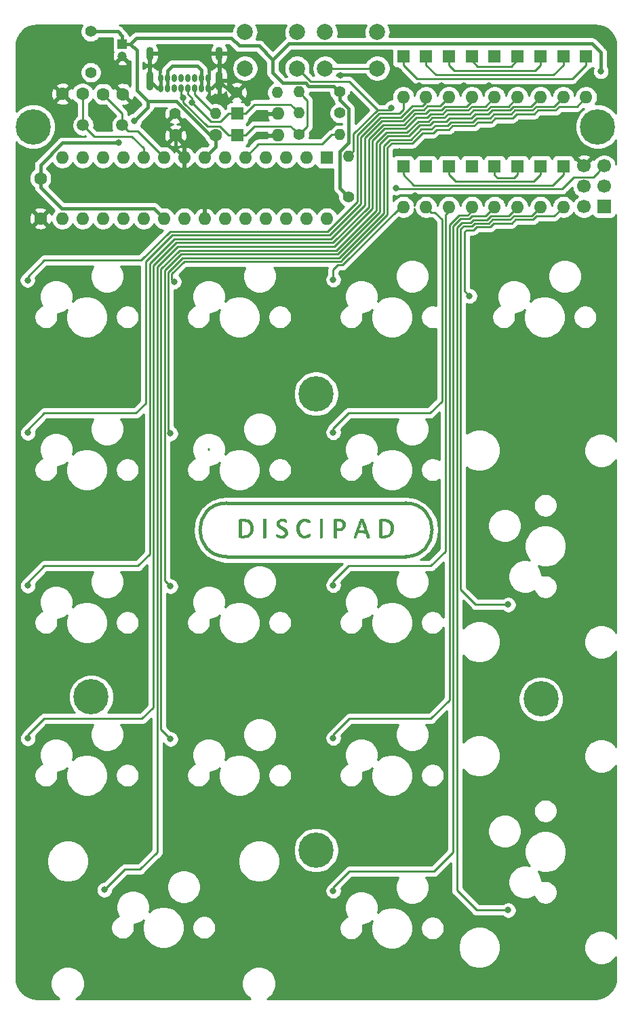
<source format=gbr>
%TF.GenerationSoftware,KiCad,Pcbnew,5.1.7-a382d34a8~88~ubuntu20.04.1*%
%TF.CreationDate,2021-03-29T23:27:39+02:00*%
%TF.ProjectId,discipad-pro,64697363-6970-4616-942d-70726f2e6b69,rev?*%
%TF.SameCoordinates,Original*%
%TF.FileFunction,Copper,L1,Top*%
%TF.FilePolarity,Positive*%
%FSLAX46Y46*%
G04 Gerber Fmt 4.6, Leading zero omitted, Abs format (unit mm)*
G04 Created by KiCad (PCBNEW 5.1.7-a382d34a8~88~ubuntu20.04.1) date 2021-03-29 23:27:39*
%MOMM*%
%LPD*%
G01*
G04 APERTURE LIST*
%TA.AperFunction,EtchedComponent*%
%ADD10C,0.400000*%
%TD*%
%TA.AperFunction,EtchedComponent*%
%ADD11C,0.010000*%
%TD*%
%TA.AperFunction,ComponentPad*%
%ADD12C,2.000000*%
%TD*%
%TA.AperFunction,ComponentPad*%
%ADD13O,1.600000X1.600000*%
%TD*%
%TA.AperFunction,ComponentPad*%
%ADD14R,1.600000X1.600000*%
%TD*%
%TA.AperFunction,ComponentPad*%
%ADD15C,1.400000*%
%TD*%
%TA.AperFunction,ComponentPad*%
%ADD16C,4.400000*%
%TD*%
%TA.AperFunction,ComponentPad*%
%ADD17C,1.600000*%
%TD*%
%TA.AperFunction,ComponentPad*%
%ADD18R,1.200000X1.200000*%
%TD*%
%TA.AperFunction,ComponentPad*%
%ADD19C,1.200000*%
%TD*%
%TA.AperFunction,ComponentPad*%
%ADD20O,1.400000X1.400000*%
%TD*%
%TA.AperFunction,ComponentPad*%
%ADD21O,0.900000X1.700000*%
%TD*%
%TA.AperFunction,ComponentPad*%
%ADD22O,0.900000X2.400000*%
%TD*%
%TA.AperFunction,ComponentPad*%
%ADD23O,0.650000X1.000000*%
%TD*%
%TA.AperFunction,ComponentPad*%
%ADD24C,1.500000*%
%TD*%
%TA.AperFunction,ComponentPad*%
%ADD25C,1.700000*%
%TD*%
%TA.AperFunction,ComponentPad*%
%ADD26R,1.700000X1.700000*%
%TD*%
%TA.AperFunction,ViaPad*%
%ADD27C,0.800000*%
%TD*%
%TA.AperFunction,Conductor*%
%ADD28C,0.250000*%
%TD*%
%TA.AperFunction,Conductor*%
%ADD29C,0.400000*%
%TD*%
%TA.AperFunction,Conductor*%
%ADD30C,0.254000*%
%TD*%
%TA.AperFunction,Conductor*%
%ADD31C,0.150000*%
%TD*%
G04 APERTURE END LIST*
D10*
X132713559Y-82086019D02*
X154993559Y-82086019D01*
X132713559Y-75406019D02*
X154993559Y-75406019D01*
D11*
G36*
X152426051Y-77400161D02*
G01*
X152610739Y-77414266D01*
X152760563Y-77441191D01*
X152888668Y-77483730D01*
X153008198Y-77544676D01*
X153067267Y-77581873D01*
X153212403Y-77707878D01*
X153337652Y-77872665D01*
X153426374Y-78053527D01*
X153437470Y-78086985D01*
X153453057Y-78169518D01*
X153465423Y-78295095D01*
X153473120Y-78445212D01*
X153474954Y-78566019D01*
X153473350Y-78725384D01*
X153467325Y-78840477D01*
X153454104Y-78928580D01*
X153430911Y-79006978D01*
X153394971Y-79092951D01*
X153387795Y-79108690D01*
X153258773Y-79322782D01*
X153090386Y-79489609D01*
X152883784Y-79608274D01*
X152662450Y-79673858D01*
X152563370Y-79686602D01*
X152423048Y-79696848D01*
X152261802Y-79703398D01*
X152131322Y-79705171D01*
X151976353Y-79704773D01*
X151871798Y-79702097D01*
X151806495Y-79694916D01*
X151769282Y-79681004D01*
X151748998Y-79658137D01*
X151735282Y-79626197D01*
X151726851Y-79573408D01*
X151719805Y-79469027D01*
X151714139Y-79322014D01*
X151709843Y-79141329D01*
X151706911Y-78935930D01*
X151705334Y-78714777D01*
X151705105Y-78486831D01*
X151706217Y-78261051D01*
X151708662Y-78046396D01*
X151712432Y-77851826D01*
X151717519Y-77686301D01*
X151719722Y-77642383D01*
X152043923Y-77642383D01*
X152043923Y-79468088D01*
X152313317Y-79448368D01*
X152452720Y-79435316D01*
X152583410Y-79418187D01*
X152682117Y-79400159D01*
X152700164Y-79395577D01*
X152854592Y-79321217D01*
X152981409Y-79196173D01*
X153077401Y-79026298D01*
X153139351Y-78817447D01*
X153164045Y-78575472D01*
X153164337Y-78550625D01*
X153144865Y-78289561D01*
X153083627Y-78073670D01*
X152979931Y-77902250D01*
X152833089Y-77774602D01*
X152642409Y-77690025D01*
X152407201Y-77647819D01*
X152269244Y-77642383D01*
X152043923Y-77642383D01*
X151719722Y-77642383D01*
X151723917Y-77558781D01*
X151731617Y-77478224D01*
X151737127Y-77455631D01*
X151754702Y-77431749D01*
X151784282Y-77415236D01*
X151836125Y-77404753D01*
X151920488Y-77398960D01*
X152047630Y-77396519D01*
X152193357Y-77396080D01*
X152426051Y-77400161D01*
G37*
X152426051Y-77400161D02*
X152610739Y-77414266D01*
X152760563Y-77441191D01*
X152888668Y-77483730D01*
X153008198Y-77544676D01*
X153067267Y-77581873D01*
X153212403Y-77707878D01*
X153337652Y-77872665D01*
X153426374Y-78053527D01*
X153437470Y-78086985D01*
X153453057Y-78169518D01*
X153465423Y-78295095D01*
X153473120Y-78445212D01*
X153474954Y-78566019D01*
X153473350Y-78725384D01*
X153467325Y-78840477D01*
X153454104Y-78928580D01*
X153430911Y-79006978D01*
X153394971Y-79092951D01*
X153387795Y-79108690D01*
X153258773Y-79322782D01*
X153090386Y-79489609D01*
X152883784Y-79608274D01*
X152662450Y-79673858D01*
X152563370Y-79686602D01*
X152423048Y-79696848D01*
X152261802Y-79703398D01*
X152131322Y-79705171D01*
X151976353Y-79704773D01*
X151871798Y-79702097D01*
X151806495Y-79694916D01*
X151769282Y-79681004D01*
X151748998Y-79658137D01*
X151735282Y-79626197D01*
X151726851Y-79573408D01*
X151719805Y-79469027D01*
X151714139Y-79322014D01*
X151709843Y-79141329D01*
X151706911Y-78935930D01*
X151705334Y-78714777D01*
X151705105Y-78486831D01*
X151706217Y-78261051D01*
X151708662Y-78046396D01*
X151712432Y-77851826D01*
X151717519Y-77686301D01*
X151719722Y-77642383D01*
X152043923Y-77642383D01*
X152043923Y-79468088D01*
X152313317Y-79448368D01*
X152452720Y-79435316D01*
X152583410Y-79418187D01*
X152682117Y-79400159D01*
X152700164Y-79395577D01*
X152854592Y-79321217D01*
X152981409Y-79196173D01*
X153077401Y-79026298D01*
X153139351Y-78817447D01*
X153164045Y-78575472D01*
X153164337Y-78550625D01*
X153144865Y-78289561D01*
X153083627Y-78073670D01*
X152979931Y-77902250D01*
X152833089Y-77774602D01*
X152642409Y-77690025D01*
X152407201Y-77647819D01*
X152269244Y-77642383D01*
X152043923Y-77642383D01*
X151719722Y-77642383D01*
X151723917Y-77558781D01*
X151731617Y-77478224D01*
X151737127Y-77455631D01*
X151754702Y-77431749D01*
X151784282Y-77415236D01*
X151836125Y-77404753D01*
X151920488Y-77398960D01*
X152047630Y-77396519D01*
X152193357Y-77396080D01*
X152426051Y-77400161D01*
G36*
X149627074Y-77390772D02*
G01*
X149651118Y-77398802D01*
X149673371Y-77412715D01*
X149696217Y-77438008D01*
X149722038Y-77480179D01*
X149753217Y-77544724D01*
X149792136Y-77637138D01*
X149841178Y-77762920D01*
X149902726Y-77927566D01*
X149979163Y-78136572D01*
X150072870Y-78395435D01*
X150124066Y-78537299D01*
X150213490Y-78786735D01*
X150295356Y-79018067D01*
X150367482Y-79224904D01*
X150427689Y-79400859D01*
X150473796Y-79539542D01*
X150503622Y-79634565D01*
X150514987Y-79679539D01*
X150514794Y-79682080D01*
X150478465Y-79695596D01*
X150401805Y-79703908D01*
X150352888Y-79705171D01*
X150204881Y-79705171D01*
X150099321Y-79404989D01*
X149993762Y-79104807D01*
X149513869Y-79096347D01*
X149033977Y-79087886D01*
X148930283Y-79388831D01*
X148826590Y-79689777D01*
X148680347Y-79699161D01*
X148588051Y-79700511D01*
X148543629Y-79687018D01*
X148534105Y-79662737D01*
X148544116Y-79627581D01*
X148572308Y-79542304D01*
X148615917Y-79414690D01*
X148672178Y-79252524D01*
X148738329Y-79063589D01*
X148811606Y-78855669D01*
X148818783Y-78835413D01*
X149119092Y-78835413D01*
X149147929Y-78838329D01*
X149226685Y-78840738D01*
X149343700Y-78842407D01*
X149487317Y-78843103D01*
X149503923Y-78843110D01*
X149651176Y-78840986D01*
X149771939Y-78835170D01*
X149854849Y-78826498D01*
X149888541Y-78815806D01*
X149888771Y-78814811D01*
X149879085Y-78778037D01*
X149852144Y-78692784D01*
X149811123Y-78568661D01*
X149759199Y-78415277D01*
X149699546Y-78242240D01*
X149699307Y-78241553D01*
X149509843Y-77696595D01*
X149314476Y-78262155D01*
X149254207Y-78436999D01*
X149201483Y-78590673D01*
X149159367Y-78714185D01*
X149130926Y-78798539D01*
X149119225Y-78834743D01*
X149119092Y-78835413D01*
X148818783Y-78835413D01*
X148889245Y-78636549D01*
X148968482Y-78414012D01*
X149046553Y-78195841D01*
X149120696Y-77989822D01*
X149188145Y-77803738D01*
X149246139Y-77645373D01*
X149291912Y-77522510D01*
X149318678Y-77452985D01*
X149365645Y-77409059D01*
X149451850Y-77382973D01*
X149556484Y-77378924D01*
X149627074Y-77390772D01*
G37*
X149627074Y-77390772D02*
X149651118Y-77398802D01*
X149673371Y-77412715D01*
X149696217Y-77438008D01*
X149722038Y-77480179D01*
X149753217Y-77544724D01*
X149792136Y-77637138D01*
X149841178Y-77762920D01*
X149902726Y-77927566D01*
X149979163Y-78136572D01*
X150072870Y-78395435D01*
X150124066Y-78537299D01*
X150213490Y-78786735D01*
X150295356Y-79018067D01*
X150367482Y-79224904D01*
X150427689Y-79400859D01*
X150473796Y-79539542D01*
X150503622Y-79634565D01*
X150514987Y-79679539D01*
X150514794Y-79682080D01*
X150478465Y-79695596D01*
X150401805Y-79703908D01*
X150352888Y-79705171D01*
X150204881Y-79705171D01*
X150099321Y-79404989D01*
X149993762Y-79104807D01*
X149513869Y-79096347D01*
X149033977Y-79087886D01*
X148930283Y-79388831D01*
X148826590Y-79689777D01*
X148680347Y-79699161D01*
X148588051Y-79700511D01*
X148543629Y-79687018D01*
X148534105Y-79662737D01*
X148544116Y-79627581D01*
X148572308Y-79542304D01*
X148615917Y-79414690D01*
X148672178Y-79252524D01*
X148738329Y-79063589D01*
X148811606Y-78855669D01*
X148818783Y-78835413D01*
X149119092Y-78835413D01*
X149147929Y-78838329D01*
X149226685Y-78840738D01*
X149343700Y-78842407D01*
X149487317Y-78843103D01*
X149503923Y-78843110D01*
X149651176Y-78840986D01*
X149771939Y-78835170D01*
X149854849Y-78826498D01*
X149888541Y-78815806D01*
X149888771Y-78814811D01*
X149879085Y-78778037D01*
X149852144Y-78692784D01*
X149811123Y-78568661D01*
X149759199Y-78415277D01*
X149699546Y-78242240D01*
X149699307Y-78241553D01*
X149509843Y-77696595D01*
X149314476Y-78262155D01*
X149254207Y-78436999D01*
X149201483Y-78590673D01*
X149159367Y-78714185D01*
X149130926Y-78798539D01*
X149119225Y-78834743D01*
X149119092Y-78835413D01*
X148818783Y-78835413D01*
X148889245Y-78636549D01*
X148968482Y-78414012D01*
X149046553Y-78195841D01*
X149120696Y-77989822D01*
X149188145Y-77803738D01*
X149246139Y-77645373D01*
X149291912Y-77522510D01*
X149318678Y-77452985D01*
X149365645Y-77409059D01*
X149451850Y-77382973D01*
X149556484Y-77378924D01*
X149627074Y-77390772D01*
G36*
X146754301Y-77404113D02*
G01*
X146959200Y-77430214D01*
X147119943Y-77477390D01*
X147244305Y-77548644D01*
X147340058Y-77646982D01*
X147400178Y-77744988D01*
X147448436Y-77891210D01*
X147466767Y-78064874D01*
X147454785Y-78239483D01*
X147412101Y-78388540D01*
X147409673Y-78393759D01*
X147299090Y-78564555D01*
X147149978Y-78689999D01*
X146960363Y-78771143D01*
X146728270Y-78809038D01*
X146624224Y-78812322D01*
X146387857Y-78812322D01*
X146368230Y-79020140D01*
X146358029Y-79162583D01*
X146350852Y-79328349D01*
X146348384Y-79466565D01*
X146348165Y-79705171D01*
X146214751Y-79705171D01*
X146128356Y-79700804D01*
X146070365Y-79689841D01*
X146060812Y-79684645D01*
X146054435Y-79648295D01*
X146049280Y-79558964D01*
X146045309Y-79425236D01*
X146042485Y-79255693D01*
X146040772Y-79058917D01*
X146040132Y-78843492D01*
X146040529Y-78618000D01*
X146041925Y-78391023D01*
X146044284Y-78171145D01*
X146047570Y-77966947D01*
X146051744Y-77787013D01*
X146056686Y-77642383D01*
X146378953Y-77642383D01*
X146378953Y-78566019D01*
X146586771Y-78565971D01*
X146768907Y-78552298D01*
X146900159Y-78512092D01*
X147021545Y-78429282D01*
X147095527Y-78323085D01*
X147128760Y-78181514D01*
X147132178Y-78094141D01*
X147117267Y-77932880D01*
X147070429Y-77816613D01*
X146985312Y-77734325D01*
X146899894Y-77691175D01*
X146800556Y-77664445D01*
X146672146Y-77646759D01*
X146578451Y-77642383D01*
X146378953Y-77642383D01*
X146056686Y-77642383D01*
X146056770Y-77639925D01*
X146062612Y-77534266D01*
X146069231Y-77478618D01*
X146070312Y-77475054D01*
X146100338Y-77396080D01*
X146497472Y-77396080D01*
X146754301Y-77404113D01*
G37*
X146754301Y-77404113D02*
X146959200Y-77430214D01*
X147119943Y-77477390D01*
X147244305Y-77548644D01*
X147340058Y-77646982D01*
X147400178Y-77744988D01*
X147448436Y-77891210D01*
X147466767Y-78064874D01*
X147454785Y-78239483D01*
X147412101Y-78388540D01*
X147409673Y-78393759D01*
X147299090Y-78564555D01*
X147149978Y-78689999D01*
X146960363Y-78771143D01*
X146728270Y-78809038D01*
X146624224Y-78812322D01*
X146387857Y-78812322D01*
X146368230Y-79020140D01*
X146358029Y-79162583D01*
X146350852Y-79328349D01*
X146348384Y-79466565D01*
X146348165Y-79705171D01*
X146214751Y-79705171D01*
X146128356Y-79700804D01*
X146070365Y-79689841D01*
X146060812Y-79684645D01*
X146054435Y-79648295D01*
X146049280Y-79558964D01*
X146045309Y-79425236D01*
X146042485Y-79255693D01*
X146040772Y-79058917D01*
X146040132Y-78843492D01*
X146040529Y-78618000D01*
X146041925Y-78391023D01*
X146044284Y-78171145D01*
X146047570Y-77966947D01*
X146051744Y-77787013D01*
X146056686Y-77642383D01*
X146378953Y-77642383D01*
X146378953Y-78566019D01*
X146586771Y-78565971D01*
X146768907Y-78552298D01*
X146900159Y-78512092D01*
X147021545Y-78429282D01*
X147095527Y-78323085D01*
X147128760Y-78181514D01*
X147132178Y-78094141D01*
X147117267Y-77932880D01*
X147070429Y-77816613D01*
X146985312Y-77734325D01*
X146899894Y-77691175D01*
X146800556Y-77664445D01*
X146672146Y-77646759D01*
X146578451Y-77642383D01*
X146378953Y-77642383D01*
X146056686Y-77642383D01*
X146056770Y-77639925D01*
X146062612Y-77534266D01*
X146069231Y-77478618D01*
X146070312Y-77475054D01*
X146100338Y-77396080D01*
X146497472Y-77396080D01*
X146754301Y-77404113D01*
G36*
X144553593Y-77398558D02*
G01*
X144624804Y-77425632D01*
X144616727Y-78557705D01*
X144608650Y-79689777D01*
X144462408Y-79699161D01*
X144316165Y-79708544D01*
X144316165Y-77403258D01*
X144399274Y-77387371D01*
X144490190Y-77385089D01*
X144553593Y-77398558D01*
G37*
X144553593Y-77398558D02*
X144624804Y-77425632D01*
X144616727Y-78557705D01*
X144608650Y-79689777D01*
X144462408Y-79699161D01*
X144316165Y-79708544D01*
X144316165Y-77403258D01*
X144399274Y-77387371D01*
X144490190Y-77385089D01*
X144553593Y-77398558D01*
G36*
X137497021Y-77388615D02*
G01*
X137574362Y-77403400D01*
X137566294Y-78546588D01*
X137558226Y-79689777D01*
X137411983Y-79699161D01*
X137265741Y-79708544D01*
X137265741Y-77403258D01*
X137342711Y-77388544D01*
X137436888Y-77382758D01*
X137497021Y-77388615D01*
G37*
X137497021Y-77388615D02*
X137574362Y-77403400D01*
X137566294Y-78546588D01*
X137558226Y-79689777D01*
X137411983Y-79699161D01*
X137265741Y-79708544D01*
X137265741Y-77403258D01*
X137342711Y-77388544D01*
X137436888Y-77382758D01*
X137497021Y-77388615D01*
G36*
X134651971Y-77399504D02*
G01*
X134748269Y-77401682D01*
X134971468Y-77410427D01*
X135145503Y-77425978D01*
X135282703Y-77451941D01*
X135395397Y-77491915D01*
X135495914Y-77549506D01*
X135596583Y-77628314D01*
X135632447Y-77660051D01*
X135776840Y-77830661D01*
X135881990Y-78041598D01*
X135945284Y-78283695D01*
X135964108Y-78547782D01*
X135946473Y-78761563D01*
X135885164Y-79029381D01*
X135786848Y-79248994D01*
X135649298Y-79423012D01*
X135470287Y-79554041D01*
X135247591Y-79644689D01*
X135176705Y-79663284D01*
X135071199Y-79681000D01*
X134934695Y-79693851D01*
X134780707Y-79701769D01*
X134622749Y-79704681D01*
X134474336Y-79702519D01*
X134348979Y-79695211D01*
X134260195Y-79682689D01*
X134223899Y-79668225D01*
X134213313Y-79639956D01*
X134204729Y-79575604D01*
X134198006Y-79470958D01*
X134197906Y-79467956D01*
X134494832Y-79467956D01*
X134792859Y-79447007D01*
X134961050Y-79429528D01*
X135106634Y-79403707D01*
X135210808Y-79372937D01*
X135216193Y-79370628D01*
X135377628Y-79266720D01*
X135501126Y-79116133D01*
X135585177Y-78921834D01*
X135628266Y-78686792D01*
X135633983Y-78550625D01*
X135612087Y-78289484D01*
X135546293Y-78071374D01*
X135436449Y-77895988D01*
X135282401Y-77763019D01*
X135221262Y-77728100D01*
X135129579Y-77691770D01*
X135013101Y-77667461D01*
X134856060Y-77652241D01*
X134795014Y-77648828D01*
X134494832Y-77634150D01*
X134494832Y-79467956D01*
X134197906Y-79467956D01*
X134193006Y-79321806D01*
X134189590Y-79123935D01*
X134187619Y-78873133D01*
X134186955Y-78565189D01*
X134186953Y-78548237D01*
X134187276Y-78255397D01*
X134188406Y-78018246D01*
X134190581Y-77830901D01*
X134194042Y-77687479D01*
X134199027Y-77582097D01*
X134205776Y-77508870D01*
X134214529Y-77461916D01*
X134225524Y-77435351D01*
X134232572Y-77427335D01*
X134272360Y-77411797D01*
X134351196Y-77402195D01*
X134475570Y-77398205D01*
X134651971Y-77399504D01*
G37*
X134651971Y-77399504D02*
X134748269Y-77401682D01*
X134971468Y-77410427D01*
X135145503Y-77425978D01*
X135282703Y-77451941D01*
X135395397Y-77491915D01*
X135495914Y-77549506D01*
X135596583Y-77628314D01*
X135632447Y-77660051D01*
X135776840Y-77830661D01*
X135881990Y-78041598D01*
X135945284Y-78283695D01*
X135964108Y-78547782D01*
X135946473Y-78761563D01*
X135885164Y-79029381D01*
X135786848Y-79248994D01*
X135649298Y-79423012D01*
X135470287Y-79554041D01*
X135247591Y-79644689D01*
X135176705Y-79663284D01*
X135071199Y-79681000D01*
X134934695Y-79693851D01*
X134780707Y-79701769D01*
X134622749Y-79704681D01*
X134474336Y-79702519D01*
X134348979Y-79695211D01*
X134260195Y-79682689D01*
X134223899Y-79668225D01*
X134213313Y-79639956D01*
X134204729Y-79575604D01*
X134198006Y-79470958D01*
X134197906Y-79467956D01*
X134494832Y-79467956D01*
X134792859Y-79447007D01*
X134961050Y-79429528D01*
X135106634Y-79403707D01*
X135210808Y-79372937D01*
X135216193Y-79370628D01*
X135377628Y-79266720D01*
X135501126Y-79116133D01*
X135585177Y-78921834D01*
X135628266Y-78686792D01*
X135633983Y-78550625D01*
X135612087Y-78289484D01*
X135546293Y-78071374D01*
X135436449Y-77895988D01*
X135282401Y-77763019D01*
X135221262Y-77728100D01*
X135129579Y-77691770D01*
X135013101Y-77667461D01*
X134856060Y-77652241D01*
X134795014Y-77648828D01*
X134494832Y-77634150D01*
X134494832Y-79467956D01*
X134197906Y-79467956D01*
X134193006Y-79321806D01*
X134189590Y-79123935D01*
X134187619Y-78873133D01*
X134186955Y-78565189D01*
X134186953Y-78548237D01*
X134187276Y-78255397D01*
X134188406Y-78018246D01*
X134190581Y-77830901D01*
X134194042Y-77687479D01*
X134199027Y-77582097D01*
X134205776Y-77508870D01*
X134214529Y-77461916D01*
X134225524Y-77435351D01*
X134232572Y-77427335D01*
X134272360Y-77411797D01*
X134351196Y-77402195D01*
X134475570Y-77398205D01*
X134651971Y-77399504D01*
G36*
X142533601Y-77383592D02*
G01*
X142635915Y-77392905D01*
X142720984Y-77414284D01*
X142810930Y-77452093D01*
X142853741Y-77473049D01*
X142953007Y-77525186D01*
X143009508Y-77566147D01*
X143036481Y-77610352D01*
X143047166Y-77672220D01*
X143048266Y-77684925D01*
X143048619Y-77781078D01*
X143025298Y-77828234D01*
X142971599Y-77828830D01*
X142880823Y-77785304D01*
X142839997Y-77760686D01*
X142670941Y-77684604D01*
X142480587Y-77645656D01*
X142292527Y-77647045D01*
X142181926Y-77671350D01*
X142059050Y-77739137D01*
X141941317Y-77852071D01*
X141842156Y-77994283D01*
X141774992Y-78149903D01*
X141773924Y-78153538D01*
X141740024Y-78330524D01*
X141729119Y-78532847D01*
X141739980Y-78740254D01*
X141771378Y-78932493D01*
X141822085Y-79089310D01*
X141831929Y-79109802D01*
X141944717Y-79270178D01*
X142090966Y-79382224D01*
X142264180Y-79444463D01*
X142457863Y-79455417D01*
X142665519Y-79413607D01*
X142840825Y-79339357D01*
X142936717Y-79292096D01*
X143009633Y-79261771D01*
X143044490Y-79254616D01*
X143044976Y-79254992D01*
X143055535Y-79292722D01*
X143062431Y-79366546D01*
X143063033Y-79382653D01*
X143052010Y-79476798D01*
X143004497Y-79542118D01*
X142990774Y-79553241D01*
X142842689Y-79635506D01*
X142656830Y-79692664D01*
X142452731Y-79722122D01*
X142249931Y-79721290D01*
X142067965Y-79687574D01*
X142042422Y-79679074D01*
X141836067Y-79580919D01*
X141675133Y-79447094D01*
X141552405Y-79270206D01*
X141480743Y-79103849D01*
X141412968Y-78838979D01*
X141391228Y-78571754D01*
X141412955Y-78310989D01*
X141475583Y-78065498D01*
X141576545Y-77844095D01*
X141713273Y-77655596D01*
X141883200Y-77508815D01*
X141958121Y-77464674D01*
X142046045Y-77423652D01*
X142129380Y-77398885D01*
X142229064Y-77386384D01*
X142366035Y-77382156D01*
X142391923Y-77381985D01*
X142533601Y-77383592D01*
G37*
X142533601Y-77383592D02*
X142635915Y-77392905D01*
X142720984Y-77414284D01*
X142810930Y-77452093D01*
X142853741Y-77473049D01*
X142953007Y-77525186D01*
X143009508Y-77566147D01*
X143036481Y-77610352D01*
X143047166Y-77672220D01*
X143048266Y-77684925D01*
X143048619Y-77781078D01*
X143025298Y-77828234D01*
X142971599Y-77828830D01*
X142880823Y-77785304D01*
X142839997Y-77760686D01*
X142670941Y-77684604D01*
X142480587Y-77645656D01*
X142292527Y-77647045D01*
X142181926Y-77671350D01*
X142059050Y-77739137D01*
X141941317Y-77852071D01*
X141842156Y-77994283D01*
X141774992Y-78149903D01*
X141773924Y-78153538D01*
X141740024Y-78330524D01*
X141729119Y-78532847D01*
X141739980Y-78740254D01*
X141771378Y-78932493D01*
X141822085Y-79089310D01*
X141831929Y-79109802D01*
X141944717Y-79270178D01*
X142090966Y-79382224D01*
X142264180Y-79444463D01*
X142457863Y-79455417D01*
X142665519Y-79413607D01*
X142840825Y-79339357D01*
X142936717Y-79292096D01*
X143009633Y-79261771D01*
X143044490Y-79254616D01*
X143044976Y-79254992D01*
X143055535Y-79292722D01*
X143062431Y-79366546D01*
X143063033Y-79382653D01*
X143052010Y-79476798D01*
X143004497Y-79542118D01*
X142990774Y-79553241D01*
X142842689Y-79635506D01*
X142656830Y-79692664D01*
X142452731Y-79722122D01*
X142249931Y-79721290D01*
X142067965Y-79687574D01*
X142042422Y-79679074D01*
X141836067Y-79580919D01*
X141675133Y-79447094D01*
X141552405Y-79270206D01*
X141480743Y-79103849D01*
X141412968Y-78838979D01*
X141391228Y-78571754D01*
X141412955Y-78310989D01*
X141475583Y-78065498D01*
X141576545Y-77844095D01*
X141713273Y-77655596D01*
X141883200Y-77508815D01*
X141958121Y-77464674D01*
X142046045Y-77423652D01*
X142129380Y-77398885D01*
X142229064Y-77386384D01*
X142366035Y-77382156D01*
X142391923Y-77381985D01*
X142533601Y-77383592D01*
G36*
X139670907Y-77374276D02*
G01*
X139845860Y-77401340D01*
X139990423Y-77449818D01*
X139998165Y-77453668D01*
X140078158Y-77499261D01*
X140116541Y-77542488D01*
X140128356Y-77605116D01*
X140129014Y-77643008D01*
X140122265Y-77722314D01*
X140095761Y-77759486D01*
X140040111Y-77756771D01*
X139945926Y-77716421D01*
X139906750Y-77696262D01*
X139784868Y-77648315D01*
X139643765Y-77628437D01*
X139580003Y-77626989D01*
X139470049Y-77629606D01*
X139399989Y-77642548D01*
X139348204Y-77673448D01*
X139295216Y-77727535D01*
X139219541Y-77840986D01*
X139199908Y-77951298D01*
X139237398Y-78060373D01*
X139333090Y-78170110D01*
X139488063Y-78282409D01*
X139666498Y-78380942D01*
X139850556Y-78477526D01*
X139986334Y-78560352D01*
X140083240Y-78637190D01*
X140150683Y-78715809D01*
X140198073Y-78803980D01*
X140207650Y-78827795D01*
X140250671Y-79019484D01*
X140237336Y-79207462D01*
X140171683Y-79380958D01*
X140057747Y-79529202D01*
X139903478Y-79639425D01*
X139732985Y-79699957D01*
X139532764Y-79728695D01*
X139326545Y-79724410D01*
X139138052Y-79685875D01*
X139120639Y-79679930D01*
X138977873Y-79618898D01*
X138888464Y-79553537D01*
X138844287Y-79476135D01*
X138835923Y-79409731D01*
X138843359Y-79335549D01*
X138861407Y-79292964D01*
X138862887Y-79291898D01*
X138902305Y-79296063D01*
X138979018Y-79323230D01*
X139070705Y-79364794D01*
X139187287Y-79413738D01*
X139303215Y-79448387D01*
X139374711Y-79459594D01*
X139521342Y-79463347D01*
X139623510Y-79457048D01*
X139698034Y-79436635D01*
X139761735Y-79398044D01*
X139813890Y-79353476D01*
X139885442Y-79279701D01*
X139919358Y-79213941D01*
X139928641Y-79129178D01*
X139928716Y-79114870D01*
X139919514Y-79017639D01*
X139887095Y-78934975D01*
X139823812Y-78858876D01*
X139722018Y-78781343D01*
X139574067Y-78694376D01*
X139478545Y-78643901D01*
X139260963Y-78520587D01*
X139099222Y-78403038D01*
X138988396Y-78287078D01*
X138926224Y-78175746D01*
X138902134Y-78058599D01*
X138900739Y-77916333D01*
X138921131Y-77780700D01*
X138939094Y-77725580D01*
X139015197Y-77607429D01*
X139131539Y-77499269D01*
X139267238Y-77418556D01*
X139335822Y-77393947D01*
X139492063Y-77371015D01*
X139670907Y-77374276D01*
G37*
X139670907Y-77374276D02*
X139845860Y-77401340D01*
X139990423Y-77449818D01*
X139998165Y-77453668D01*
X140078158Y-77499261D01*
X140116541Y-77542488D01*
X140128356Y-77605116D01*
X140129014Y-77643008D01*
X140122265Y-77722314D01*
X140095761Y-77759486D01*
X140040111Y-77756771D01*
X139945926Y-77716421D01*
X139906750Y-77696262D01*
X139784868Y-77648315D01*
X139643765Y-77628437D01*
X139580003Y-77626989D01*
X139470049Y-77629606D01*
X139399989Y-77642548D01*
X139348204Y-77673448D01*
X139295216Y-77727535D01*
X139219541Y-77840986D01*
X139199908Y-77951298D01*
X139237398Y-78060373D01*
X139333090Y-78170110D01*
X139488063Y-78282409D01*
X139666498Y-78380942D01*
X139850556Y-78477526D01*
X139986334Y-78560352D01*
X140083240Y-78637190D01*
X140150683Y-78715809D01*
X140198073Y-78803980D01*
X140207650Y-78827795D01*
X140250671Y-79019484D01*
X140237336Y-79207462D01*
X140171683Y-79380958D01*
X140057747Y-79529202D01*
X139903478Y-79639425D01*
X139732985Y-79699957D01*
X139532764Y-79728695D01*
X139326545Y-79724410D01*
X139138052Y-79685875D01*
X139120639Y-79679930D01*
X138977873Y-79618898D01*
X138888464Y-79553537D01*
X138844287Y-79476135D01*
X138835923Y-79409731D01*
X138843359Y-79335549D01*
X138861407Y-79292964D01*
X138862887Y-79291898D01*
X138902305Y-79296063D01*
X138979018Y-79323230D01*
X139070705Y-79364794D01*
X139187287Y-79413738D01*
X139303215Y-79448387D01*
X139374711Y-79459594D01*
X139521342Y-79463347D01*
X139623510Y-79457048D01*
X139698034Y-79436635D01*
X139761735Y-79398044D01*
X139813890Y-79353476D01*
X139885442Y-79279701D01*
X139919358Y-79213941D01*
X139928641Y-79129178D01*
X139928716Y-79114870D01*
X139919514Y-79017639D01*
X139887095Y-78934975D01*
X139823812Y-78858876D01*
X139722018Y-78781343D01*
X139574067Y-78694376D01*
X139478545Y-78643901D01*
X139260963Y-78520587D01*
X139099222Y-78403038D01*
X138988396Y-78287078D01*
X138926224Y-78175746D01*
X138902134Y-78058599D01*
X138900739Y-77916333D01*
X138921131Y-77780700D01*
X138939094Y-77725580D01*
X139015197Y-77607429D01*
X139131539Y-77499269D01*
X139267238Y-77418556D01*
X139335822Y-77393947D01*
X139492063Y-77371015D01*
X139670907Y-77374276D01*
D10*
X154983559Y-75406019D02*
G75*
G02*
X154983559Y-82086019I0J-3340000D01*
G01*
X132683559Y-82086019D02*
G75*
G02*
X132683559Y-75406019I0J3340000D01*
G01*
D12*
X151470929Y-16693091D03*
X151470929Y-21193091D03*
X144970929Y-16693091D03*
X144970929Y-21193091D03*
D13*
X177550923Y-24807330D03*
D14*
X177550923Y-19727330D03*
D13*
X174696610Y-38488743D03*
D14*
X174696610Y-33408743D03*
D13*
X171842297Y-38488743D03*
D14*
X171842297Y-33408743D03*
D13*
X168987991Y-38488743D03*
D14*
X168987991Y-33408743D03*
D13*
X166133685Y-38488743D03*
D14*
X166133685Y-33408743D03*
D13*
X163279379Y-38488743D03*
D14*
X163279379Y-33408743D03*
D13*
X160425073Y-38488743D03*
D14*
X160425073Y-33408743D03*
D13*
X157570767Y-38488743D03*
D14*
X157570767Y-33408743D03*
D13*
X154716461Y-38488743D03*
D14*
X154716461Y-33408743D03*
D13*
X174696610Y-24807330D03*
D14*
X174696610Y-19727330D03*
D13*
X171842297Y-24807330D03*
D14*
X171842297Y-19727330D03*
D13*
X168987991Y-24807330D03*
D14*
X168987991Y-19727330D03*
D13*
X166133685Y-24807330D03*
D14*
X166133685Y-19727330D03*
D13*
X163279379Y-24807330D03*
D14*
X163279379Y-19727330D03*
D13*
X160425073Y-24807330D03*
D14*
X160425073Y-19727330D03*
D13*
X157570767Y-24807330D03*
D14*
X157570767Y-19727330D03*
D13*
X154716461Y-24807330D03*
D14*
X154716461Y-19727330D03*
D13*
X139054831Y-29536623D03*
D14*
X133974831Y-29536623D03*
D13*
X139054831Y-26841931D03*
D14*
X133974831Y-26841931D03*
D15*
X115714273Y-16610309D03*
X115714273Y-21710309D03*
D16*
X143833559Y-118686673D03*
X115752543Y-99566685D03*
X171914575Y-99841686D03*
X143833559Y-61784261D03*
X179001130Y-28475773D03*
X108503031Y-28475773D03*
D17*
X117219101Y-24409709D03*
X119719101Y-24409709D03*
X112164393Y-24392211D03*
X114664393Y-24392211D03*
D18*
X119633825Y-18180421D03*
D19*
X119633825Y-19680421D03*
D17*
X126287493Y-29571619D03*
X131287493Y-29571619D03*
X109414993Y-34908509D03*
X109414993Y-39908509D03*
D20*
X141703959Y-24147239D03*
D15*
X146783959Y-24147239D03*
X126178077Y-26841931D03*
D20*
X131258077Y-26841931D03*
D15*
X133929691Y-24199733D03*
D20*
X139009691Y-24199733D03*
X146783959Y-29484129D03*
D15*
X141703959Y-29484129D03*
D20*
X141703959Y-26771939D03*
D15*
X146783959Y-26771939D03*
X147875597Y-37235743D03*
D20*
X147875597Y-32155743D03*
D12*
X134962073Y-21193091D03*
X134962073Y-16693091D03*
X141462073Y-21193091D03*
X141462073Y-16693091D03*
D14*
X145163407Y-32301307D03*
D13*
X112143407Y-39921307D03*
X142623407Y-32301307D03*
X114683407Y-39921307D03*
X140083407Y-32301307D03*
X117223407Y-39921307D03*
X137543407Y-32301307D03*
X119763407Y-39921307D03*
X135003407Y-32301307D03*
X122303407Y-39921307D03*
X132463407Y-32301307D03*
X124843407Y-39921307D03*
X129923407Y-32301307D03*
X127383407Y-39921307D03*
X127383407Y-32301307D03*
X129923407Y-39921307D03*
X124843407Y-32301307D03*
X132463407Y-39921307D03*
X122303407Y-32301307D03*
X135003407Y-39921307D03*
X119763407Y-32301307D03*
X137543407Y-39921307D03*
X117223407Y-32301307D03*
X140083407Y-39921307D03*
X114683407Y-32301307D03*
X142623407Y-39921307D03*
X112143407Y-32301307D03*
X145163407Y-39921307D03*
D21*
X123077937Y-19342987D03*
X131727937Y-19342987D03*
D22*
X123077937Y-22722987D03*
X131727937Y-22722987D03*
D23*
X124422937Y-22377987D03*
X125272937Y-22377987D03*
X126122937Y-22377987D03*
X126972937Y-22377987D03*
X127822937Y-22377987D03*
X128672937Y-22377987D03*
X129522937Y-22377987D03*
X130377937Y-22377987D03*
X124427937Y-23702987D03*
X125277937Y-23702987D03*
X126127937Y-23702987D03*
X126977937Y-23702987D03*
X127827937Y-23702987D03*
X129527937Y-23702987D03*
X130377937Y-23702987D03*
X128677937Y-23702987D03*
D24*
X119616327Y-28276767D03*
X114736327Y-28276767D03*
D25*
X177279591Y-33383393D03*
X179819591Y-33383393D03*
X177279591Y-35923393D03*
X179819591Y-35923393D03*
X177279591Y-38463393D03*
D26*
X179819591Y-38463393D03*
D27*
X107811993Y-47613993D03*
X126100710Y-47804493D03*
X145975493Y-47550493D03*
X162993493Y-49582493D03*
X107850093Y-66651293D03*
X125655493Y-66727493D03*
X145975493Y-66600493D03*
X107850093Y-85701293D03*
X125655508Y-85777493D03*
X145975493Y-85650493D03*
X167819493Y-88063493D03*
X107850093Y-104751293D03*
X125655493Y-104827493D03*
X145975493Y-104700493D03*
X117400493Y-123623493D03*
X145975493Y-123750493D03*
X167819493Y-126163493D03*
X170010567Y-63727715D03*
X108085145Y-18950333D03*
X154157379Y-40735343D03*
X127612913Y-36920779D03*
X134664607Y-36868285D03*
X116991627Y-26754441D03*
X124568261Y-16325633D03*
X146895709Y-22047479D03*
X148138067Y-24794665D03*
X145758339Y-25424593D03*
X148138067Y-16693091D03*
X170780479Y-16693091D03*
X174332573Y-29361643D03*
X180159407Y-31548893D03*
X138202084Y-16693091D03*
X165549229Y-31604029D03*
X162609876Y-31604029D03*
X159744937Y-31604029D03*
X154275508Y-31604029D03*
X165437608Y-23381282D03*
X162312220Y-23381282D03*
X159484488Y-23381282D03*
X156656756Y-23381282D03*
X156210272Y-37036251D03*
X156917205Y-31604029D03*
X136006871Y-22748763D03*
X135259539Y-25512083D03*
X179389495Y-21592531D03*
X119159110Y-30498433D03*
X121153844Y-27716304D03*
X127269933Y-24871903D03*
X128350138Y-25492473D03*
X153264981Y-26107015D03*
X153859913Y-36098373D03*
D28*
X130384201Y-68662201D02*
X130429000Y-68707000D01*
X154716461Y-34458743D02*
X156041127Y-35783409D01*
X154716461Y-33408743D02*
X154716461Y-34458743D01*
X174696610Y-34458743D02*
X174696610Y-33408743D01*
X173371944Y-35783409D02*
X174696610Y-34458743D01*
X156041127Y-35783409D02*
X173371944Y-35783409D01*
X154716461Y-20777330D02*
X154716461Y-19727330D01*
X156449023Y-22509892D02*
X154716461Y-20777330D01*
X175818361Y-22509892D02*
X156449023Y-22509892D01*
X177550923Y-20777330D02*
X175818361Y-22509892D01*
X177550923Y-19727330D02*
X177550923Y-20777330D01*
X154716461Y-26352841D02*
X154716461Y-25807330D01*
X151683678Y-26859429D02*
X154209873Y-26859429D01*
X148975134Y-29567973D02*
X151683678Y-26859429D01*
X154716461Y-25807330D02*
X154716461Y-24807330D01*
X148975134Y-37847453D02*
X148975134Y-29567973D01*
X145300624Y-41521963D02*
X148975134Y-37847453D01*
X125615749Y-41521963D02*
X145300624Y-41521963D01*
X122000219Y-45137493D02*
X125615749Y-41521963D01*
X109907493Y-45137493D02*
X122000219Y-45137493D01*
X154209873Y-26859429D02*
X154716461Y-26352841D01*
X107811993Y-47232993D02*
X109907493Y-45137493D01*
X107811993Y-47613993D02*
X107811993Y-47232993D01*
X174696610Y-20777330D02*
X173469317Y-22004623D01*
X174696610Y-19727330D02*
X174696610Y-20777330D01*
X158798060Y-22004623D02*
X157570767Y-20777330D01*
X173469317Y-22004623D02*
X158798060Y-22004623D01*
X157570767Y-20777330D02*
X157570767Y-19727330D01*
X152754630Y-39474736D02*
X152754630Y-32808749D01*
X152754630Y-32808749D02*
X152754630Y-32759164D01*
X152754630Y-31075856D02*
X153278979Y-30551507D01*
X152754630Y-32808749D02*
X152754630Y-31075856D01*
X153278979Y-30551507D02*
X155848928Y-30551507D01*
X155848928Y-30551507D02*
X157140447Y-29259988D01*
X157140447Y-29259988D02*
X158442692Y-29259988D01*
X158442692Y-29259988D02*
X158889176Y-28813504D01*
X158889176Y-28813504D02*
X160414663Y-28813504D01*
X160414663Y-28813504D02*
X160861147Y-28367020D01*
X160861147Y-28367020D02*
X163577258Y-28367020D01*
X163577258Y-28367020D02*
X164060949Y-27883329D01*
X164060949Y-27883329D02*
X165735264Y-27883329D01*
X165735264Y-27883329D02*
X166218955Y-27399638D01*
X166218955Y-27399638D02*
X168376961Y-27399638D01*
X168376961Y-27399638D02*
X168860652Y-26915947D01*
X168860652Y-26915947D02*
X171055865Y-26915947D01*
X171055865Y-26915947D02*
X171539556Y-26432256D01*
X171539556Y-26432256D02*
X173734769Y-26432256D01*
X173734769Y-26432256D02*
X174218460Y-25948565D01*
X176409688Y-25948565D02*
X177550923Y-24807330D01*
X174218460Y-25948565D02*
X176409688Y-25948565D01*
X146950334Y-45279032D02*
X147168683Y-45060683D01*
X127376939Y-45279032D02*
X146950334Y-45279032D01*
X147168683Y-45060683D02*
X152754630Y-39474736D01*
X127376939Y-45279032D02*
X125825720Y-46830251D01*
X125825720Y-46830251D02*
X125825720Y-47042493D01*
X125825720Y-47529503D02*
X126100710Y-47804493D01*
X125825720Y-47042493D02*
X125825720Y-47529503D01*
X160425073Y-34458743D02*
X161294791Y-35328461D01*
X160425073Y-33408743D02*
X160425073Y-34458743D01*
X171842297Y-34458743D02*
X171842297Y-33408743D01*
X170972579Y-35328461D02*
X171842297Y-34458743D01*
X161294791Y-35328461D02*
X170972579Y-35328461D01*
X160425073Y-20777330D02*
X160425073Y-19727330D01*
X161099884Y-21452141D02*
X160425073Y-20777330D01*
X171167486Y-21452141D02*
X161099884Y-21452141D01*
X171842297Y-20777330D02*
X171167486Y-21452141D01*
X171842297Y-19727330D02*
X171842297Y-20777330D01*
X145975493Y-46280493D02*
X145975493Y-47550493D01*
X146526945Y-45729041D02*
X145975493Y-46280493D01*
X154377033Y-38488743D02*
X147136735Y-45729041D01*
X147136735Y-45729041D02*
X146526945Y-45729041D01*
X154716461Y-38488743D02*
X154377033Y-38488743D01*
X166965915Y-40515491D02*
X168270643Y-40515491D01*
X166965915Y-40515491D02*
X167183513Y-40515491D01*
X168270643Y-40515491D02*
X168715715Y-40070419D01*
X168715715Y-40070419D02*
X170920463Y-40070419D01*
X170920463Y-40070419D02*
X171375411Y-39615471D01*
X171375411Y-39615471D02*
X173569882Y-39615471D01*
X173569882Y-39615471D02*
X174696610Y-38488743D01*
X166037381Y-40515491D02*
X166965915Y-40515491D01*
X165571012Y-40975378D02*
X165577495Y-40975377D01*
X163868769Y-40980315D02*
X165566075Y-40980315D01*
X165577495Y-40975377D02*
X166037381Y-40515491D01*
X162360849Y-41578339D02*
X162591415Y-41347773D01*
X165566075Y-40980315D02*
X165571012Y-40975378D01*
X162591415Y-41347773D02*
X163501311Y-41347773D01*
X163501311Y-41347773D02*
X163868769Y-40980315D01*
X162360849Y-48949849D02*
X162360849Y-47171849D01*
X162993493Y-49582493D02*
X162360849Y-48949849D01*
X162360849Y-47171849D02*
X162360849Y-41578339D01*
X163279379Y-20255671D02*
X163279379Y-19727330D01*
X163965584Y-20941876D02*
X163279379Y-20255671D01*
X168174670Y-20941876D02*
X163965584Y-20941876D01*
X168987991Y-20128555D02*
X168174670Y-20941876D01*
X168987991Y-19727330D02*
X168987991Y-20128555D01*
X168987991Y-34458743D02*
X168573221Y-34873513D01*
X168987991Y-33408743D02*
X168987991Y-34458743D01*
X168573221Y-34873513D02*
X166493469Y-34873513D01*
X166133685Y-34513729D02*
X166133685Y-33408743D01*
X166493469Y-34873513D02*
X166133685Y-34513729D01*
X157570767Y-25443831D02*
X157570767Y-24807330D01*
X157103240Y-25911358D02*
X157570767Y-25443831D01*
X107850093Y-66651293D02*
X107850093Y-66244893D01*
X155857864Y-25911358D02*
X157103240Y-25911358D01*
X109907493Y-64187493D02*
X121337493Y-64187493D01*
X121337493Y-64187493D02*
X122590987Y-62933999D01*
X122590987Y-62933999D02*
X122590987Y-45284823D01*
X125878214Y-41997596D02*
X125878214Y-41994400D01*
X151859744Y-27331875D02*
X154437347Y-27331875D01*
X125878214Y-41994400D02*
X145510596Y-41994400D01*
X154437347Y-27331875D02*
X155857864Y-25911358D01*
X145510596Y-41994400D02*
X149447571Y-38057425D01*
X107850093Y-66244893D02*
X109907493Y-64187493D01*
X149447571Y-38057425D02*
X149447572Y-29744047D01*
X122590987Y-45284823D02*
X125878214Y-41997596D01*
X149447572Y-29744047D02*
X151859744Y-27331875D01*
X125375710Y-46643851D02*
X125375710Y-65025956D01*
X152282193Y-39271258D02*
X146724429Y-44829022D01*
X127190539Y-44829022D02*
X125375710Y-46643851D01*
X152282193Y-30865884D02*
X152282193Y-39271258D01*
X146724429Y-44829022D02*
X127190539Y-44829022D01*
X153058956Y-30089121D02*
X152282193Y-30865884D01*
X168190926Y-26915947D02*
X166032920Y-26915947D01*
X155641588Y-30089121D02*
X153058956Y-30089121D01*
X168674617Y-26432256D02*
X168190926Y-26915947D01*
X170869830Y-26432256D02*
X168674617Y-26432256D01*
X171353521Y-25948565D02*
X170869830Y-26432256D01*
X173555375Y-25948565D02*
X171353521Y-25948565D01*
X174696610Y-24807330D02*
X173555375Y-25948565D01*
X166032920Y-26915947D02*
X165549229Y-27399638D01*
X165549229Y-27399638D02*
X163874914Y-27399638D01*
X163391223Y-27883329D02*
X160675112Y-27883329D01*
X160228628Y-28329813D02*
X158703141Y-28329813D01*
X160675112Y-27883329D02*
X160228628Y-28329813D01*
X158703141Y-28329813D02*
X158256657Y-28776297D01*
X163874914Y-27399638D02*
X163391223Y-27883329D01*
X158256657Y-28776297D02*
X156954412Y-28776297D01*
X156954412Y-28776297D02*
X155641588Y-30089121D01*
X125375710Y-66447710D02*
X125655493Y-66727493D01*
X125375710Y-65025956D02*
X125375710Y-66447710D01*
X158225049Y-39143025D02*
X157570767Y-38488743D01*
X158636867Y-39143025D02*
X158225049Y-39143025D01*
X159544001Y-40050159D02*
X158636867Y-39143025D01*
X159544001Y-62683985D02*
X159544001Y-40050159D01*
X158040493Y-64187493D02*
X159544001Y-62683985D01*
X147880493Y-64187493D02*
X158040493Y-64187493D01*
X145975493Y-66092493D02*
X147880493Y-64187493D01*
X145975493Y-66600493D02*
X145975493Y-66092493D01*
X159300072Y-25932331D02*
X160425073Y-24807330D01*
X157751993Y-25932331D02*
X159300072Y-25932331D01*
X157322955Y-26361369D02*
X157751993Y-25932331D01*
X107850093Y-85701293D02*
X107850093Y-85294893D01*
X123043592Y-81785394D02*
X123043592Y-45563924D01*
X156057917Y-26361369D02*
X157322955Y-26361369D01*
X107850093Y-85294893D02*
X109907493Y-83237493D01*
X149920008Y-29908021D02*
X152041206Y-27786823D01*
X109907493Y-83237493D02*
X121591493Y-83237493D01*
X121591493Y-83237493D02*
X123043592Y-81785394D01*
X123043592Y-45563924D02*
X126140679Y-42466837D01*
X152041206Y-27786823D02*
X154632463Y-27786823D01*
X126140679Y-42466837D02*
X145720568Y-42466837D01*
X145720568Y-42466837D02*
X149920008Y-38267397D01*
X149920008Y-38267397D02*
X149920008Y-29908021D01*
X154632463Y-27786823D02*
X156057917Y-26361369D01*
X146560456Y-44356585D02*
X126980567Y-44356585D01*
X165846885Y-26432256D02*
X165363194Y-26915947D01*
X163205188Y-27399638D02*
X160489077Y-27399638D01*
X171842297Y-24807330D02*
X170701062Y-25948565D01*
X163688879Y-26915947D02*
X163205188Y-27399638D01*
X170701062Y-25948565D02*
X168488582Y-25948565D01*
X152826558Y-29639110D02*
X151809756Y-30655912D01*
X124925699Y-85047684D02*
X125655508Y-85777493D01*
X124925699Y-46411453D02*
X124925699Y-85047684D01*
X151809756Y-39107285D02*
X146560456Y-44356585D01*
X126980567Y-44356585D02*
X124925699Y-46411453D01*
X151809756Y-30655912D02*
X151809756Y-39107285D01*
X156768377Y-28292606D02*
X155421873Y-29639110D01*
X158070622Y-28292606D02*
X156768377Y-28292606D01*
X160042593Y-27846122D02*
X158517106Y-27846122D01*
X160489077Y-27399638D02*
X160042593Y-27846122D01*
X165363194Y-26915947D02*
X163688879Y-26915947D01*
X168004891Y-26432256D02*
X165846885Y-26432256D01*
X168488582Y-25948565D02*
X168004891Y-26432256D01*
X158517106Y-27846122D02*
X158070622Y-28292606D01*
X155421873Y-29639110D02*
X152826558Y-29639110D01*
X160425073Y-39017129D02*
X160425073Y-38488743D01*
X159998664Y-39443538D02*
X160425073Y-39017129D01*
X159998664Y-81406322D02*
X159998664Y-39443538D01*
X158167493Y-83237493D02*
X159998664Y-81406322D01*
X147880493Y-83237493D02*
X158167493Y-83237493D01*
X145975493Y-85142493D02*
X147880493Y-83237493D01*
X145975493Y-85650493D02*
X145975493Y-85142493D01*
X170715569Y-39615471D02*
X170815475Y-39515565D01*
X168523237Y-39615471D02*
X170715569Y-39615471D01*
X168073227Y-40065481D02*
X168523237Y-39615471D01*
X165850981Y-40065481D02*
X168073227Y-40065481D01*
X165391094Y-40525368D02*
X165850981Y-40065481D01*
X163676290Y-40525368D02*
X165391094Y-40525368D01*
X161900999Y-41250779D02*
X162258953Y-40892825D01*
X170815475Y-39515565D02*
X171842297Y-38488743D01*
X162258953Y-40892825D02*
X163308833Y-40892825D01*
X163308833Y-40892825D02*
X163676290Y-40525368D01*
X167819493Y-88063493D02*
X163755493Y-88063493D01*
X161900999Y-86208999D02*
X161900999Y-72645987D01*
X163755493Y-88063493D02*
X161900999Y-86208999D01*
X161900999Y-72645987D02*
X161900999Y-41250779D01*
X161900999Y-72899987D02*
X161900999Y-72645987D01*
X162647083Y-25948565D02*
X163279379Y-25316269D01*
X159930972Y-25948565D02*
X162647083Y-25948565D01*
X159484488Y-26395049D02*
X159930972Y-25948565D01*
X157959001Y-26395049D02*
X159484488Y-26395049D01*
X157512517Y-26841533D02*
X157959001Y-26395049D01*
X107850093Y-104751293D02*
X107850093Y-104281393D01*
X107850093Y-104281393D02*
X109843993Y-102287493D01*
X152227606Y-28236834D02*
X154818863Y-28236834D01*
X163279379Y-25316269D02*
X163279379Y-24807330D01*
X109843993Y-102287493D02*
X122099493Y-102287493D01*
X123516029Y-100870957D02*
X123516029Y-45773896D01*
X145930540Y-42939274D02*
X150392445Y-38477369D01*
X123516029Y-45773896D02*
X126350651Y-42939274D01*
X122099493Y-102287493D02*
X123516029Y-100870957D01*
X150392445Y-38477369D02*
X150392445Y-30071995D01*
X150392445Y-30071995D02*
X152227606Y-28236834D01*
X126350651Y-42939274D02*
X145930540Y-42939274D01*
X154818863Y-28236834D02*
X156214163Y-26841533D01*
X156214163Y-26841533D02*
X157512517Y-26841533D01*
X167846756Y-25948565D02*
X168987991Y-24807330D01*
X165177159Y-26432256D02*
X165660850Y-25948565D01*
X163502844Y-26432256D02*
X165177159Y-26432256D01*
X126770595Y-43884148D02*
X146350484Y-43884148D01*
X124460903Y-46193840D02*
X126770595Y-43884148D01*
X146350484Y-43884148D02*
X151337319Y-38897313D01*
X158331071Y-27362431D02*
X159856558Y-27362431D01*
X151337319Y-38897313D02*
X151337319Y-30445940D01*
X163019153Y-26915947D02*
X163502844Y-26432256D01*
X151337319Y-30445940D02*
X152594160Y-29189099D01*
X155202158Y-29189099D02*
X156582342Y-27808915D01*
X152594160Y-29189099D02*
X155202158Y-29189099D01*
X159856558Y-27362431D02*
X160303042Y-26915947D01*
X165660850Y-25948565D02*
X167846756Y-25948565D01*
X156582342Y-27808915D02*
X157884587Y-27808915D01*
X157884587Y-27808915D02*
X158331071Y-27362431D01*
X160303042Y-26915947D02*
X163019153Y-26915947D01*
X124460903Y-102362903D02*
X124460903Y-46193840D01*
X124460903Y-102362903D02*
X124460903Y-103632903D01*
X124460903Y-103632903D02*
X125655493Y-104827493D01*
X161681519Y-39527981D02*
X162748897Y-39527981D01*
X160471101Y-40738399D02*
X161681519Y-39527981D01*
X163279379Y-38997499D02*
X163279379Y-38488743D01*
X162748897Y-39527981D02*
X163279379Y-38997499D01*
X160471101Y-99983885D02*
X160471101Y-40738399D01*
X158167493Y-102287493D02*
X160471101Y-99983885D01*
X148007493Y-102287493D02*
X158167493Y-102287493D01*
X145975493Y-104319493D02*
X148007493Y-102287493D01*
X145975493Y-104700493D02*
X145975493Y-104319493D01*
X163316809Y-25948565D02*
X164992450Y-25948565D01*
X162833118Y-26432256D02*
X163316809Y-25948565D01*
X159670523Y-26878740D02*
X160117007Y-26432256D01*
X160117007Y-26432256D02*
X162833118Y-26432256D01*
X158145036Y-26878740D02*
X159670523Y-26878740D01*
X117400493Y-123623493D02*
X119940493Y-121083493D01*
X119940493Y-121083493D02*
X121845493Y-121083493D01*
X121845493Y-121083493D02*
X123988466Y-118940520D01*
X123988466Y-118940520D02*
X123988466Y-45983868D01*
X152404131Y-28696719D02*
X155024812Y-28696719D01*
X123988466Y-45983868D02*
X126560623Y-43411711D01*
X126560623Y-43411711D02*
X146140512Y-43411711D01*
X146140512Y-43411711D02*
X150864882Y-38687341D01*
X155024812Y-28696719D02*
X156396307Y-27325224D01*
X150864882Y-30235968D02*
X152404131Y-28696719D01*
X150864882Y-38687341D02*
X150864882Y-30235968D01*
X164992450Y-25948565D02*
X166133685Y-24807330D01*
X156396307Y-27325224D02*
X157698552Y-27325224D01*
X157698552Y-27325224D02*
X158145036Y-26878740D01*
X165333686Y-39288742D02*
X166133685Y-38488743D01*
X164997081Y-39625347D02*
X165333686Y-39288742D01*
X163303490Y-39625347D02*
X164997081Y-39625347D01*
X160943538Y-40913388D02*
X161869464Y-39987462D01*
X160943538Y-118942448D02*
X160943538Y-40913388D01*
X162941375Y-39987462D02*
X163303490Y-39625347D01*
X148007493Y-121337493D02*
X158548493Y-121337493D01*
X161869464Y-39987462D02*
X162941375Y-39987462D01*
X145975493Y-123369493D02*
X148007493Y-121337493D01*
X158548493Y-121337493D02*
X160943538Y-118942448D01*
X145975493Y-123750493D02*
X145975493Y-123369493D01*
X167861263Y-39615471D02*
X168987991Y-38488743D01*
X165193679Y-40075357D02*
X165653565Y-39615471D01*
X165653565Y-39615471D02*
X167861263Y-39615471D01*
X163489890Y-40075357D02*
X165193679Y-40075357D01*
X161415975Y-41088377D02*
X162066475Y-40437877D01*
X162066475Y-40437877D02*
X163127370Y-40437877D01*
X163127370Y-40437877D02*
X163489890Y-40075357D01*
X161415975Y-110088011D02*
X161415975Y-41088377D01*
X161415975Y-110361975D02*
X161415975Y-110088011D01*
X161415975Y-123696975D02*
X161415975Y-110088011D01*
X163882493Y-126163493D02*
X161415975Y-123696975D01*
X167819493Y-126163493D02*
X163882493Y-126163493D01*
X124043408Y-31501308D02*
X124843407Y-32301307D01*
X121568866Y-29026766D02*
X124043408Y-31501308D01*
X120366326Y-29026766D02*
X121568866Y-29026766D01*
X119616327Y-28276767D02*
X120366326Y-29026766D01*
X119616327Y-26806935D02*
X119616327Y-28276767D01*
X117219101Y-24409709D02*
X119616327Y-26806935D01*
D29*
X124427937Y-22382987D02*
X124422937Y-22377987D01*
X124427937Y-23702987D02*
X124427937Y-22382987D01*
X124057937Y-23702987D02*
X123077937Y-22722987D01*
X124427937Y-23702987D02*
X124057937Y-23702987D01*
X123077937Y-22722987D02*
X123077937Y-19342987D01*
X131727937Y-19342987D02*
X131727937Y-22722987D01*
X130747937Y-23702987D02*
X131727937Y-22722987D01*
X130377937Y-23702987D02*
X130747937Y-23702987D01*
X130377937Y-22377987D02*
X130377937Y-23702987D01*
X133204683Y-24199733D02*
X131727937Y-22722987D01*
X133929691Y-24199733D02*
X133204683Y-24199733D01*
X126287493Y-31205393D02*
X127383407Y-32301307D01*
X126287493Y-29571619D02*
X126287493Y-31205393D01*
D28*
X122303407Y-31169937D02*
X120810077Y-29676607D01*
X122303407Y-32301307D02*
X122303407Y-31169937D01*
X116136167Y-29676607D02*
X114736327Y-28276767D01*
X120810077Y-29676607D02*
X116136167Y-29676607D01*
X114664393Y-28204833D02*
X114736327Y-28276767D01*
X114664393Y-24392211D02*
X114664393Y-28204833D01*
D29*
X120633825Y-18180421D02*
X121436119Y-18982715D01*
X119633825Y-18180421D02*
X120633825Y-18180421D01*
X121436119Y-18982715D02*
X121436119Y-23902267D01*
X121436119Y-23902267D02*
X122818461Y-25284609D01*
X122818461Y-25284609D02*
X126370555Y-25284609D01*
X130657565Y-29571619D02*
X131287493Y-29571619D01*
X126370555Y-25284609D02*
X130657565Y-29571619D01*
X123592679Y-38670579D02*
X124843407Y-39921307D01*
X112045693Y-38670579D02*
X123592679Y-38670579D01*
X109414993Y-36039879D02*
X112045693Y-38670579D01*
X109414993Y-34908509D02*
X109414993Y-36039879D01*
X119633825Y-17180421D02*
X119633825Y-18180421D01*
X119063713Y-16610309D02*
X119633825Y-17180421D01*
X115714273Y-16610309D02*
X119063713Y-16610309D01*
X146773223Y-24147239D02*
X146020809Y-23394825D01*
X146783959Y-24147239D02*
X146773223Y-24147239D01*
X142916103Y-23394825D02*
X142568516Y-23047238D01*
X146020809Y-23394825D02*
X142916103Y-23394825D01*
X147883960Y-30420658D02*
X147883960Y-26237189D01*
X146783959Y-25137188D02*
X146783959Y-24147239D01*
X146775596Y-31529022D02*
X147883960Y-30420658D01*
X146775596Y-36135742D02*
X146775596Y-31529022D01*
X147875597Y-37235743D02*
X146775596Y-36135742D01*
X147883960Y-26237189D02*
X146783959Y-25137188D01*
X179371997Y-19228402D02*
X179371997Y-20455161D01*
X179371997Y-20228402D02*
X179371997Y-20455161D01*
X178254024Y-18110429D02*
X179371997Y-19228402D01*
X179371997Y-20455161D02*
X179371997Y-21575033D01*
X179371997Y-21575033D02*
X179389495Y-21592531D01*
X112170279Y-30498433D02*
X119159110Y-30498433D01*
X109414993Y-34908509D02*
X109414993Y-33253719D01*
X109414993Y-33253719D02*
X112170279Y-30498433D01*
X122818461Y-26051687D02*
X121153844Y-27716304D01*
X122818461Y-25284609D02*
X122818461Y-26051687D01*
X131287493Y-30937221D02*
X129923407Y-32301307D01*
X131287493Y-29571619D02*
X131287493Y-30937221D01*
X139801985Y-23047238D02*
X139691183Y-23047238D01*
X142568516Y-23047238D02*
X139801985Y-23047238D01*
X139691183Y-23047238D02*
X138425326Y-21781381D01*
X138425326Y-20156814D02*
X140471711Y-18110429D01*
X140471711Y-18110429D02*
X178254024Y-18110429D01*
X121403737Y-17410509D02*
X133251493Y-17410509D01*
X120633825Y-18180421D02*
X121403737Y-17410509D01*
X138425326Y-20590757D02*
X138425326Y-20144273D01*
X138425326Y-21781381D02*
X138425326Y-20590757D01*
X138425326Y-20590757D02*
X138425326Y-20156814D01*
X138425326Y-20144273D02*
X136676597Y-18395544D01*
X134236528Y-18395544D02*
X133251493Y-17410509D01*
X136676597Y-18395544D02*
X134236528Y-18395544D01*
D28*
X126977937Y-24579907D02*
X127269933Y-24871903D01*
X126977937Y-23702987D02*
X126977937Y-24579907D01*
X132924831Y-29536623D02*
X133974831Y-29536623D01*
X131834826Y-28446618D02*
X132924831Y-29536623D01*
X130278963Y-28446618D02*
X131834826Y-28446618D01*
X127269933Y-25437588D02*
X130278963Y-28446618D01*
X127269933Y-24871903D02*
X127269933Y-25437588D01*
X141003960Y-28784130D02*
X141703959Y-29484129D01*
X140631452Y-28411622D02*
X141003960Y-28784130D01*
X136149832Y-28411622D02*
X140631452Y-28411622D01*
X135024831Y-29536623D02*
X136149832Y-28411622D01*
X133974831Y-29536623D02*
X135024831Y-29536623D01*
X142403958Y-24847238D02*
X141703959Y-24147239D01*
X142728960Y-25172240D02*
X142403958Y-24847238D01*
X142728960Y-28459128D02*
X142728960Y-25172240D01*
X141703959Y-29484129D02*
X142728960Y-28459128D01*
X128350138Y-24926788D02*
X128350138Y-25492473D01*
X127827937Y-24404587D02*
X128350138Y-24926788D01*
X127827937Y-23702987D02*
X127827937Y-24404587D01*
X128350138Y-25492473D02*
X128542419Y-25492473D01*
X132924831Y-26841931D02*
X133974831Y-26841931D01*
X141003960Y-26071940D02*
X141703959Y-26771939D01*
X140648950Y-25716930D02*
X141003960Y-26071940D01*
X136149832Y-25716930D02*
X140648950Y-25716930D01*
X135024831Y-26841931D02*
X136149832Y-25716930D01*
X133974831Y-26841931D02*
X135024831Y-26841931D01*
X131899830Y-27866932D02*
X130702678Y-27866932D01*
X132924831Y-26841931D02*
X131899830Y-27866932D01*
X130702678Y-27845013D02*
X128350138Y-25492473D01*
X130702678Y-27866932D02*
X130702678Y-27845013D01*
D29*
X125277937Y-22382987D02*
X125272937Y-22377987D01*
X125277937Y-23702987D02*
X125277937Y-22382987D01*
X129527937Y-22382987D02*
X129522937Y-22377987D01*
X129527937Y-23702987D02*
X129527937Y-22382987D01*
X125272937Y-21477987D02*
X125875811Y-20875113D01*
X125272937Y-22377987D02*
X125272937Y-21477987D01*
X125875811Y-20875113D02*
X128995255Y-20875113D01*
X129522937Y-21402795D02*
X129522937Y-22377987D01*
X128995255Y-20875113D02*
X129522937Y-21402795D01*
D28*
X131066881Y-26841931D02*
X131258077Y-26841931D01*
X128677937Y-24452987D02*
X131066881Y-26841931D01*
X128677937Y-23702987D02*
X128677937Y-24452987D01*
X136643090Y-30661624D02*
X135003407Y-32301307D01*
X144616515Y-30661624D02*
X136643090Y-30661624D01*
X146783959Y-29484129D02*
X145794010Y-29484129D01*
X145794010Y-29484129D02*
X144616515Y-30661624D01*
X147730033Y-32301307D02*
X147875597Y-32155743D01*
X147875597Y-32155743D02*
X147875597Y-32143825D01*
X147875597Y-32143825D02*
X148523023Y-31496399D01*
X148523023Y-30009069D02*
X148523023Y-29379141D01*
X148523023Y-30569005D02*
X148523023Y-29379141D01*
X148523023Y-31496399D02*
X148523023Y-30569005D01*
X148523023Y-30569005D02*
X148523023Y-30009069D01*
X148523023Y-29379141D02*
X151497683Y-26404481D01*
X147945589Y-22852387D02*
X147088187Y-22852387D01*
X143116141Y-22852387D02*
X147088187Y-22852387D01*
X147088187Y-22852387D02*
X147525637Y-22852387D01*
X151497683Y-26404481D02*
X147945589Y-22852387D01*
X151497683Y-26404481D02*
X152897523Y-26404481D01*
X152897523Y-26404481D02*
X152967515Y-26404481D01*
X152967515Y-26404481D02*
X153264981Y-26107015D01*
X178969592Y-34233392D02*
X179819591Y-33383393D01*
X178454592Y-34748392D02*
X178969592Y-34233392D01*
X176032514Y-34748392D02*
X176327345Y-34748392D01*
X176327345Y-34748392D02*
X178454592Y-34748392D01*
X153999897Y-36238357D02*
X153859913Y-36098373D01*
X174525051Y-36238357D02*
X153999897Y-36238357D01*
X176327345Y-34748392D02*
X176015016Y-34748392D01*
X176015016Y-34748392D02*
X174525051Y-36238357D01*
X143116141Y-22847159D02*
X142273605Y-22004623D01*
X143116141Y-22852387D02*
X143116141Y-22847159D01*
X142273605Y-22004623D02*
X141462073Y-21193091D01*
X146385142Y-21193091D02*
X151470929Y-21193091D01*
X144970929Y-21193091D02*
X146385142Y-21193091D01*
D30*
X114531212Y-15977950D02*
X114430577Y-16220904D01*
X114379273Y-16478823D01*
X114379273Y-16741795D01*
X114430577Y-16999714D01*
X114531212Y-17242668D01*
X114677311Y-17461322D01*
X114863260Y-17647271D01*
X115081914Y-17793370D01*
X115324868Y-17894005D01*
X115582787Y-17945309D01*
X115845759Y-17945309D01*
X116103678Y-17894005D01*
X116346632Y-17793370D01*
X116565286Y-17647271D01*
X116751235Y-17461322D01*
X116761934Y-17445309D01*
X118411238Y-17445309D01*
X118408013Y-17455939D01*
X118395753Y-17580421D01*
X118395753Y-18780421D01*
X118408013Y-18904903D01*
X118444323Y-19024601D01*
X118503288Y-19134915D01*
X118517393Y-19152102D01*
X118459588Y-19278937D01*
X118403825Y-19515734D01*
X118395330Y-19758859D01*
X118434430Y-19998970D01*
X118519623Y-20226839D01*
X118560477Y-20303273D01*
X118784061Y-20350580D01*
X119454220Y-19680421D01*
X119440078Y-19666279D01*
X119619683Y-19486674D01*
X119633825Y-19500816D01*
X119647968Y-19486674D01*
X119827573Y-19666279D01*
X119813430Y-19680421D01*
X120483589Y-20350580D01*
X120601119Y-20325712D01*
X120601120Y-23348083D01*
X120532198Y-23417005D01*
X120460615Y-23173038D01*
X120205105Y-23052138D01*
X119930917Y-22983409D01*
X119648589Y-22969492D01*
X119368971Y-23010922D01*
X119102809Y-23106106D01*
X118977587Y-23173038D01*
X118906004Y-23417007D01*
X119719101Y-24230104D01*
X119733244Y-24215962D01*
X119912849Y-24395567D01*
X119898706Y-24409709D01*
X120711803Y-25222806D01*
X120955772Y-25151223D01*
X121076672Y-24895713D01*
X121111150Y-24758166D01*
X121983461Y-25630478D01*
X121983461Y-25705818D01*
X120997069Y-26692211D01*
X120851946Y-26721078D01*
X120663588Y-26799099D01*
X120494070Y-26912367D01*
X120376327Y-27030110D01*
X120376327Y-26844268D01*
X120380004Y-26806935D01*
X120365330Y-26657949D01*
X120321873Y-26514688D01*
X120251301Y-26382659D01*
X120231757Y-26358844D01*
X120156328Y-26266934D01*
X120127331Y-26243137D01*
X119731243Y-25847049D01*
X119789613Y-25849926D01*
X120069231Y-25808496D01*
X120335393Y-25713312D01*
X120460615Y-25646380D01*
X120532198Y-25402411D01*
X119719101Y-24589314D01*
X119704959Y-24603457D01*
X119525354Y-24423852D01*
X119539496Y-24409709D01*
X118726399Y-23596612D01*
X118482430Y-23668195D01*
X118468777Y-23697050D01*
X118333738Y-23494950D01*
X118133860Y-23295072D01*
X117898828Y-23138029D01*
X117637675Y-23029856D01*
X117360436Y-22974709D01*
X117077766Y-22974709D01*
X116800527Y-23029856D01*
X116539374Y-23138029D01*
X116304342Y-23295072D01*
X116104464Y-23494950D01*
X115947421Y-23729982D01*
X115945371Y-23734931D01*
X115936073Y-23712484D01*
X115779030Y-23477452D01*
X115579152Y-23277574D01*
X115344120Y-23120531D01*
X115082967Y-23012358D01*
X114805728Y-22957211D01*
X114523058Y-22957211D01*
X114245819Y-23012358D01*
X113984666Y-23120531D01*
X113749634Y-23277574D01*
X113549756Y-23477452D01*
X113415701Y-23678080D01*
X113401064Y-23650697D01*
X113157095Y-23579114D01*
X112343998Y-24392211D01*
X113157095Y-25205308D01*
X113401064Y-25133725D01*
X113414717Y-25104870D01*
X113549756Y-25306970D01*
X113749634Y-25506848D01*
X113904393Y-25610255D01*
X113904394Y-27166922D01*
X113853441Y-27200968D01*
X113660528Y-27393881D01*
X113508956Y-27620724D01*
X113404552Y-27872778D01*
X113351327Y-28140356D01*
X113351327Y-28413178D01*
X113404552Y-28680756D01*
X113508956Y-28932810D01*
X113660528Y-29159653D01*
X113853441Y-29352566D01*
X114080284Y-29504138D01*
X114332338Y-29608542D01*
X114599916Y-29661767D01*
X114872738Y-29661767D01*
X115017692Y-29632934D01*
X115048191Y-29663433D01*
X112211297Y-29663433D01*
X112170279Y-29659393D01*
X112006590Y-29675515D01*
X111849192Y-29723261D01*
X111704133Y-29800797D01*
X111615503Y-29873534D01*
X111576988Y-29905142D01*
X111550842Y-29937001D01*
X108853567Y-32634278D01*
X108821703Y-32660428D01*
X108771311Y-32721831D01*
X108717357Y-32787574D01*
X108639821Y-32932633D01*
X108592075Y-33090031D01*
X108575953Y-33253719D01*
X108579994Y-33294747D01*
X108579994Y-33740578D01*
X108500234Y-33793872D01*
X108300356Y-33993750D01*
X108143313Y-34228782D01*
X108035140Y-34489935D01*
X107979993Y-34767174D01*
X107979993Y-35049844D01*
X108035140Y-35327083D01*
X108143313Y-35588236D01*
X108300356Y-35823268D01*
X108500234Y-36023146D01*
X108579523Y-36076125D01*
X108592075Y-36203567D01*
X108639821Y-36360965D01*
X108717357Y-36506024D01*
X108717358Y-36506025D01*
X108821703Y-36633170D01*
X108853567Y-36659320D01*
X111114782Y-38920536D01*
X111028770Y-39006548D01*
X110871727Y-39241580D01*
X110779829Y-39463442D01*
X110718596Y-39292217D01*
X110651664Y-39166995D01*
X110407695Y-39095412D01*
X109594598Y-39908509D01*
X110407695Y-40721606D01*
X110651664Y-40650023D01*
X110772564Y-40394513D01*
X110777699Y-40374029D01*
X110871727Y-40601034D01*
X111028770Y-40836066D01*
X111228648Y-41035944D01*
X111463680Y-41192987D01*
X111724833Y-41301160D01*
X112002072Y-41356307D01*
X112284742Y-41356307D01*
X112561981Y-41301160D01*
X112823134Y-41192987D01*
X113058166Y-41035944D01*
X113258044Y-40836066D01*
X113413407Y-40603548D01*
X113568770Y-40836066D01*
X113768648Y-41035944D01*
X114003680Y-41192987D01*
X114264833Y-41301160D01*
X114542072Y-41356307D01*
X114824742Y-41356307D01*
X115101981Y-41301160D01*
X115363134Y-41192987D01*
X115598166Y-41035944D01*
X115798044Y-40836066D01*
X115953407Y-40603548D01*
X116108770Y-40836066D01*
X116308648Y-41035944D01*
X116543680Y-41192987D01*
X116804833Y-41301160D01*
X117082072Y-41356307D01*
X117364742Y-41356307D01*
X117641981Y-41301160D01*
X117903134Y-41192987D01*
X118138166Y-41035944D01*
X118338044Y-40836066D01*
X118493407Y-40603548D01*
X118648770Y-40836066D01*
X118848648Y-41035944D01*
X119083680Y-41192987D01*
X119344833Y-41301160D01*
X119622072Y-41356307D01*
X119904742Y-41356307D01*
X120181981Y-41301160D01*
X120443134Y-41192987D01*
X120678166Y-41035944D01*
X120878044Y-40836066D01*
X121033407Y-40603548D01*
X121188770Y-40836066D01*
X121388648Y-41035944D01*
X121623680Y-41192987D01*
X121884833Y-41301160D01*
X122162072Y-41356307D01*
X122444742Y-41356307D01*
X122721981Y-41301160D01*
X122983134Y-41192987D01*
X123218166Y-41035944D01*
X123418044Y-40836066D01*
X123573407Y-40603548D01*
X123728770Y-40836066D01*
X123928648Y-41035944D01*
X124163680Y-41192987D01*
X124424833Y-41301160D01*
X124702072Y-41356307D01*
X124706603Y-41356307D01*
X121685418Y-44377493D01*
X109944826Y-44377493D01*
X109907493Y-44373816D01*
X109870160Y-44377493D01*
X109758507Y-44388490D01*
X109615246Y-44431947D01*
X109483217Y-44502519D01*
X109367492Y-44597492D01*
X109343694Y-44626490D01*
X107300994Y-46669191D01*
X107271992Y-46692992D01*
X107204697Y-46774992D01*
X107152219Y-46810056D01*
X107008056Y-46954219D01*
X106894788Y-47123737D01*
X106816767Y-47312095D01*
X106776993Y-47512054D01*
X106776993Y-47715932D01*
X106816767Y-47915891D01*
X106894788Y-48104249D01*
X107008056Y-48273767D01*
X107152219Y-48417930D01*
X107321737Y-48531198D01*
X107510095Y-48609219D01*
X107710054Y-48648993D01*
X107913932Y-48648993D01*
X108113891Y-48609219D01*
X108302249Y-48531198D01*
X108471767Y-48417930D01*
X108615930Y-48273767D01*
X108729198Y-48104249D01*
X108807219Y-47915891D01*
X108846993Y-47715932D01*
X108846993Y-47512054D01*
X108807298Y-47312490D01*
X110222295Y-45897493D01*
X116006174Y-45897493D01*
X115859143Y-46117540D01*
X115700086Y-46501536D01*
X115619000Y-46909183D01*
X115619000Y-47324817D01*
X115700086Y-47732464D01*
X115859143Y-48116460D01*
X116090056Y-48462046D01*
X116383954Y-48755944D01*
X116729540Y-48986857D01*
X117113536Y-49145914D01*
X117521183Y-49227000D01*
X117936817Y-49227000D01*
X118344464Y-49145914D01*
X118728460Y-48986857D01*
X119074046Y-48755944D01*
X119367944Y-48462046D01*
X119598857Y-48116460D01*
X119757914Y-47732464D01*
X119839000Y-47324817D01*
X119839000Y-46909183D01*
X119757914Y-46501536D01*
X119598857Y-46117540D01*
X119451826Y-45897493D01*
X121830988Y-45897493D01*
X121830987Y-62619197D01*
X121022692Y-63427493D01*
X109944815Y-63427493D01*
X109907493Y-63423817D01*
X109870170Y-63427493D01*
X109870160Y-63427493D01*
X109758507Y-63438490D01*
X109615246Y-63481947D01*
X109483216Y-63552519D01*
X109435757Y-63591468D01*
X109367492Y-63647492D01*
X109343694Y-63676490D01*
X107339094Y-65681091D01*
X107310092Y-65704892D01*
X107215119Y-65820617D01*
X107206664Y-65836434D01*
X107190319Y-65847356D01*
X107046156Y-65991519D01*
X106932888Y-66161037D01*
X106854867Y-66349395D01*
X106815093Y-66549354D01*
X106815093Y-66753232D01*
X106854867Y-66953191D01*
X106932888Y-67141549D01*
X107046156Y-67311067D01*
X107190319Y-67455230D01*
X107359837Y-67568498D01*
X107548195Y-67646519D01*
X107748154Y-67686293D01*
X107952032Y-67686293D01*
X108151991Y-67646519D01*
X108340349Y-67568498D01*
X108509867Y-67455230D01*
X108654030Y-67311067D01*
X108767298Y-67141549D01*
X108845319Y-66953191D01*
X108885093Y-66753232D01*
X108885093Y-66549354D01*
X108845319Y-66349395D01*
X108838018Y-66331769D01*
X110222295Y-64947493D01*
X116006174Y-64947493D01*
X115859143Y-65167540D01*
X115700086Y-65551536D01*
X115619000Y-65959183D01*
X115619000Y-66374817D01*
X115700086Y-66782464D01*
X115859143Y-67166460D01*
X116090056Y-67512046D01*
X116383954Y-67805944D01*
X116729540Y-68036857D01*
X117113536Y-68195914D01*
X117521183Y-68277000D01*
X117936817Y-68277000D01*
X118344464Y-68195914D01*
X118728460Y-68036857D01*
X119074046Y-67805944D01*
X119367944Y-67512046D01*
X119598857Y-67166460D01*
X119757914Y-66782464D01*
X119839000Y-66374817D01*
X119839000Y-65959183D01*
X119757914Y-65551536D01*
X119598857Y-65167540D01*
X119451826Y-64947493D01*
X121300171Y-64947493D01*
X121337493Y-64951169D01*
X121374815Y-64947493D01*
X121374826Y-64947493D01*
X121486479Y-64936496D01*
X121629740Y-64893039D01*
X121761769Y-64822467D01*
X121877494Y-64727494D01*
X121901297Y-64698490D01*
X122283592Y-64316195D01*
X122283592Y-81470592D01*
X121276692Y-82477493D01*
X109944815Y-82477493D01*
X109907493Y-82473817D01*
X109870170Y-82477493D01*
X109870160Y-82477493D01*
X109758507Y-82488490D01*
X109615246Y-82531947D01*
X109483216Y-82602519D01*
X109422097Y-82652679D01*
X109367492Y-82697492D01*
X109343694Y-82726490D01*
X107339094Y-84731091D01*
X107310092Y-84754892D01*
X107215119Y-84870617D01*
X107206664Y-84886434D01*
X107190319Y-84897356D01*
X107046156Y-85041519D01*
X106932888Y-85211037D01*
X106854867Y-85399395D01*
X106815093Y-85599354D01*
X106815093Y-85803232D01*
X106854867Y-86003191D01*
X106932888Y-86191549D01*
X107046156Y-86361067D01*
X107190319Y-86505230D01*
X107359837Y-86618498D01*
X107548195Y-86696519D01*
X107748154Y-86736293D01*
X107952032Y-86736293D01*
X108151991Y-86696519D01*
X108340349Y-86618498D01*
X108509867Y-86505230D01*
X108654030Y-86361067D01*
X108767298Y-86191549D01*
X108845319Y-86003191D01*
X108885093Y-85803232D01*
X108885093Y-85599354D01*
X108845319Y-85399395D01*
X108838018Y-85381769D01*
X110222295Y-83997493D01*
X116006174Y-83997493D01*
X115859143Y-84217540D01*
X115700086Y-84601536D01*
X115619000Y-85009183D01*
X115619000Y-85424817D01*
X115700086Y-85832464D01*
X115859143Y-86216460D01*
X116090056Y-86562046D01*
X116383954Y-86855944D01*
X116729540Y-87086857D01*
X117113536Y-87245914D01*
X117521183Y-87327000D01*
X117936817Y-87327000D01*
X118344464Y-87245914D01*
X118728460Y-87086857D01*
X119074046Y-86855944D01*
X119367944Y-86562046D01*
X119598857Y-86216460D01*
X119757914Y-85832464D01*
X119839000Y-85424817D01*
X119839000Y-85009183D01*
X119757914Y-84601536D01*
X119598857Y-84217540D01*
X119451826Y-83997493D01*
X121554171Y-83997493D01*
X121591493Y-84001169D01*
X121628815Y-83997493D01*
X121628826Y-83997493D01*
X121740479Y-83986496D01*
X121883740Y-83943039D01*
X122015769Y-83872467D01*
X122131494Y-83777494D01*
X122155297Y-83748490D01*
X122756029Y-83147758D01*
X122756029Y-100556154D01*
X121784692Y-101527493D01*
X117801030Y-101527493D01*
X117954631Y-101373892D01*
X118264887Y-100909561D01*
X118478595Y-100393624D01*
X118587543Y-99845908D01*
X118587543Y-99287462D01*
X118478595Y-98739746D01*
X118264887Y-98223809D01*
X117954631Y-97759478D01*
X117559750Y-97364597D01*
X117095419Y-97054341D01*
X116579482Y-96840633D01*
X116031766Y-96731685D01*
X115473320Y-96731685D01*
X114925604Y-96840633D01*
X114409667Y-97054341D01*
X113945336Y-97364597D01*
X113550455Y-97759478D01*
X113240199Y-98223809D01*
X113026491Y-98739746D01*
X112917543Y-99287462D01*
X112917543Y-99845908D01*
X113026491Y-100393624D01*
X113240199Y-100909561D01*
X113550455Y-101373892D01*
X113704056Y-101527493D01*
X109881315Y-101527493D01*
X109843992Y-101523817D01*
X109806669Y-101527493D01*
X109806660Y-101527493D01*
X109695007Y-101538490D01*
X109551746Y-101581947D01*
X109419717Y-101652519D01*
X109419715Y-101652520D01*
X109419716Y-101652520D01*
X109332989Y-101723694D01*
X109332985Y-101723698D01*
X109303992Y-101747492D01*
X109280198Y-101776485D01*
X107339091Y-103717594D01*
X107310093Y-103741392D01*
X107215119Y-103857117D01*
X107144547Y-103989146D01*
X107142813Y-103994862D01*
X107046156Y-104091519D01*
X106932888Y-104261037D01*
X106854867Y-104449395D01*
X106815093Y-104649354D01*
X106815093Y-104853232D01*
X106854867Y-105053191D01*
X106932888Y-105241549D01*
X107046156Y-105411067D01*
X107190319Y-105555230D01*
X107359837Y-105668498D01*
X107548195Y-105746519D01*
X107748154Y-105786293D01*
X107952032Y-105786293D01*
X108151991Y-105746519D01*
X108340349Y-105668498D01*
X108509867Y-105555230D01*
X108654030Y-105411067D01*
X108767298Y-105241549D01*
X108845319Y-105053191D01*
X108885093Y-104853232D01*
X108885093Y-104649354D01*
X108845319Y-104449395D01*
X108819419Y-104386868D01*
X110158796Y-103047493D01*
X116006174Y-103047493D01*
X115859143Y-103267540D01*
X115700086Y-103651536D01*
X115619000Y-104059183D01*
X115619000Y-104474817D01*
X115700086Y-104882464D01*
X115859143Y-105266460D01*
X116090056Y-105612046D01*
X116383954Y-105905944D01*
X116729540Y-106136857D01*
X117113536Y-106295914D01*
X117521183Y-106377000D01*
X117936817Y-106377000D01*
X118344464Y-106295914D01*
X118728460Y-106136857D01*
X119074046Y-105905944D01*
X119367944Y-105612046D01*
X119598857Y-105266460D01*
X119757914Y-104882464D01*
X119839000Y-104474817D01*
X119839000Y-104059183D01*
X119757914Y-103651536D01*
X119598857Y-103267540D01*
X119451826Y-103047493D01*
X122062171Y-103047493D01*
X122099493Y-103051169D01*
X122136815Y-103047493D01*
X122136826Y-103047493D01*
X122248479Y-103036496D01*
X122391740Y-102993039D01*
X122523769Y-102922467D01*
X122639494Y-102827494D01*
X122663296Y-102798491D01*
X123228466Y-102233322D01*
X123228466Y-118625717D01*
X121530692Y-120323493D01*
X119977815Y-120323493D01*
X119940492Y-120319817D01*
X119903169Y-120323493D01*
X119903160Y-120323493D01*
X119791507Y-120334490D01*
X119648246Y-120377947D01*
X119516217Y-120448519D01*
X119516215Y-120448520D01*
X119516216Y-120448520D01*
X119429489Y-120519694D01*
X119429485Y-120519698D01*
X119400492Y-120543492D01*
X119376698Y-120572485D01*
X117360692Y-122588493D01*
X117298554Y-122588493D01*
X117098595Y-122628267D01*
X116910237Y-122706288D01*
X116740719Y-122819556D01*
X116596556Y-122963719D01*
X116483288Y-123133237D01*
X116405267Y-123321595D01*
X116365493Y-123521554D01*
X116365493Y-123725432D01*
X116405267Y-123925391D01*
X116483288Y-124113749D01*
X116596556Y-124283267D01*
X116740719Y-124427430D01*
X116910237Y-124540698D01*
X117098595Y-124618719D01*
X117298554Y-124658493D01*
X117502432Y-124658493D01*
X117702391Y-124618719D01*
X117890749Y-124540698D01*
X118060267Y-124427430D01*
X118204430Y-124283267D01*
X118317698Y-124113749D01*
X118395719Y-123925391D01*
X118435493Y-123725432D01*
X118435493Y-123663294D01*
X119064604Y-123034183D01*
X125196000Y-123034183D01*
X125196000Y-123449817D01*
X125277086Y-123857464D01*
X125436143Y-124241460D01*
X125667056Y-124587046D01*
X125960954Y-124880944D01*
X126306540Y-125111857D01*
X126690536Y-125270914D01*
X127098183Y-125352000D01*
X127513817Y-125352000D01*
X127921464Y-125270914D01*
X128305460Y-125111857D01*
X128651046Y-124880944D01*
X128944944Y-124587046D01*
X129175857Y-124241460D01*
X129334914Y-123857464D01*
X129416000Y-123449817D01*
X129416000Y-123034183D01*
X129334914Y-122626536D01*
X129175857Y-122242540D01*
X128944944Y-121896954D01*
X128651046Y-121603056D01*
X128305460Y-121372143D01*
X127921464Y-121213086D01*
X127513817Y-121132000D01*
X127098183Y-121132000D01*
X126690536Y-121213086D01*
X126306540Y-121372143D01*
X125960954Y-121603056D01*
X125667056Y-121896954D01*
X125436143Y-122242540D01*
X125277086Y-122626536D01*
X125196000Y-123034183D01*
X119064604Y-123034183D01*
X120255296Y-121843493D01*
X121808171Y-121843493D01*
X121845493Y-121847169D01*
X121882815Y-121843493D01*
X121882826Y-121843493D01*
X121994479Y-121832496D01*
X122137740Y-121789039D01*
X122269769Y-121718467D01*
X122385494Y-121623494D01*
X122409297Y-121594491D01*
X124195712Y-119808076D01*
X134075100Y-119808076D01*
X134075100Y-120325924D01*
X134176127Y-120833822D01*
X134374299Y-121312251D01*
X134662000Y-121742826D01*
X135028174Y-122109000D01*
X135458749Y-122396701D01*
X135937178Y-122594873D01*
X136445076Y-122695900D01*
X136962924Y-122695900D01*
X137470822Y-122594873D01*
X137949251Y-122396701D01*
X138379826Y-122109000D01*
X138746000Y-121742826D01*
X139033701Y-121312251D01*
X139231873Y-120833822D01*
X139332900Y-120325924D01*
X139332900Y-119808076D01*
X139231873Y-119300178D01*
X139033701Y-118821749D01*
X138756876Y-118407450D01*
X140998559Y-118407450D01*
X140998559Y-118965896D01*
X141107507Y-119513612D01*
X141321215Y-120029549D01*
X141631471Y-120493880D01*
X142026352Y-120888761D01*
X142490683Y-121199017D01*
X143006620Y-121412725D01*
X143554336Y-121521673D01*
X144112782Y-121521673D01*
X144660498Y-121412725D01*
X145176435Y-121199017D01*
X145640766Y-120888761D01*
X146035647Y-120493880D01*
X146345903Y-120029549D01*
X146559611Y-119513612D01*
X146668559Y-118965896D01*
X146668559Y-118407450D01*
X146559611Y-117859734D01*
X146345903Y-117343797D01*
X146035647Y-116879466D01*
X145640766Y-116484585D01*
X145176435Y-116174329D01*
X144660498Y-115960621D01*
X144112782Y-115851673D01*
X143554336Y-115851673D01*
X143006620Y-115960621D01*
X142490683Y-116174329D01*
X142026352Y-116484585D01*
X141631471Y-116879466D01*
X141321215Y-117343797D01*
X141107507Y-117859734D01*
X140998559Y-118407450D01*
X138756876Y-118407450D01*
X138746000Y-118391174D01*
X138379826Y-118025000D01*
X137949251Y-117737299D01*
X137470822Y-117539127D01*
X136962924Y-117438100D01*
X136445076Y-117438100D01*
X135937178Y-117539127D01*
X135458749Y-117737299D01*
X135028174Y-118025000D01*
X134662000Y-118391174D01*
X134374299Y-118821749D01*
X134176127Y-119300178D01*
X134075100Y-119808076D01*
X124195712Y-119808076D01*
X124499475Y-119504314D01*
X124528467Y-119480521D01*
X124552261Y-119451528D01*
X124552265Y-119451524D01*
X124621858Y-119366724D01*
X124623440Y-119364796D01*
X124694012Y-119232767D01*
X124737469Y-119089506D01*
X124748466Y-118977853D01*
X124748466Y-118977844D01*
X124752142Y-118940521D01*
X124748466Y-118903198D01*
X124748466Y-109200740D01*
X127674000Y-109200740D01*
X127674000Y-109493260D01*
X127731068Y-109780158D01*
X127843010Y-110050411D01*
X128005525Y-110293632D01*
X128212368Y-110500475D01*
X128455589Y-110662990D01*
X128725842Y-110774932D01*
X129012740Y-110832000D01*
X129305260Y-110832000D01*
X129592158Y-110774932D01*
X129862411Y-110662990D01*
X130105632Y-110500475D01*
X130312475Y-110293632D01*
X130474990Y-110050411D01*
X130586932Y-109780158D01*
X130644000Y-109493260D01*
X130644000Y-109200740D01*
X130587560Y-108917000D01*
X130636817Y-108917000D01*
X131044464Y-108835914D01*
X131428460Y-108676857D01*
X131769629Y-108448895D01*
X131714790Y-108581289D01*
X131613910Y-109088451D01*
X131613910Y-109605549D01*
X131714790Y-110112711D01*
X131912675Y-110590447D01*
X132199959Y-111020398D01*
X132565602Y-111386041D01*
X132995553Y-111673325D01*
X133473289Y-111871210D01*
X133980451Y-111972090D01*
X134497549Y-111972090D01*
X135004711Y-111871210D01*
X135482447Y-111673325D01*
X135912398Y-111386041D01*
X136278041Y-111020398D01*
X136565325Y-110590447D01*
X136763210Y-110112711D01*
X136864090Y-109605549D01*
X136864090Y-109200740D01*
X137834000Y-109200740D01*
X137834000Y-109493260D01*
X137891068Y-109780158D01*
X138003010Y-110050411D01*
X138165525Y-110293632D01*
X138372368Y-110500475D01*
X138615589Y-110662990D01*
X138885842Y-110774932D01*
X139172740Y-110832000D01*
X139465260Y-110832000D01*
X139752158Y-110774932D01*
X140022411Y-110662990D01*
X140265632Y-110500475D01*
X140472475Y-110293632D01*
X140634990Y-110050411D01*
X140746932Y-109780158D01*
X140804000Y-109493260D01*
X140804000Y-109200740D01*
X146724000Y-109200740D01*
X146724000Y-109493260D01*
X146781068Y-109780158D01*
X146893010Y-110050411D01*
X147055525Y-110293632D01*
X147262368Y-110500475D01*
X147505589Y-110662990D01*
X147775842Y-110774932D01*
X148062740Y-110832000D01*
X148355260Y-110832000D01*
X148642158Y-110774932D01*
X148912411Y-110662990D01*
X149155632Y-110500475D01*
X149362475Y-110293632D01*
X149524990Y-110050411D01*
X149636932Y-109780158D01*
X149694000Y-109493260D01*
X149694000Y-109200740D01*
X149637560Y-108917000D01*
X149686817Y-108917000D01*
X150094464Y-108835914D01*
X150478460Y-108676857D01*
X150819629Y-108448895D01*
X150764790Y-108581289D01*
X150663910Y-109088451D01*
X150663910Y-109605549D01*
X150764790Y-110112711D01*
X150962675Y-110590447D01*
X151249959Y-111020398D01*
X151615602Y-111386041D01*
X152045553Y-111673325D01*
X152523289Y-111871210D01*
X153030451Y-111972090D01*
X153547549Y-111972090D01*
X154054711Y-111871210D01*
X154532447Y-111673325D01*
X154962398Y-111386041D01*
X155328041Y-111020398D01*
X155615325Y-110590447D01*
X155813210Y-110112711D01*
X155914090Y-109605549D01*
X155914090Y-109200740D01*
X156884000Y-109200740D01*
X156884000Y-109493260D01*
X156941068Y-109780158D01*
X157053010Y-110050411D01*
X157215525Y-110293632D01*
X157422368Y-110500475D01*
X157665589Y-110662990D01*
X157935842Y-110774932D01*
X158222740Y-110832000D01*
X158515260Y-110832000D01*
X158802158Y-110774932D01*
X159072411Y-110662990D01*
X159315632Y-110500475D01*
X159522475Y-110293632D01*
X159684990Y-110050411D01*
X159796932Y-109780158D01*
X159854000Y-109493260D01*
X159854000Y-109200740D01*
X159796932Y-108913842D01*
X159684990Y-108643589D01*
X159522475Y-108400368D01*
X159315632Y-108193525D01*
X159072411Y-108031010D01*
X158802158Y-107919068D01*
X158515260Y-107862000D01*
X158222740Y-107862000D01*
X157935842Y-107919068D01*
X157665589Y-108031010D01*
X157422368Y-108193525D01*
X157215525Y-108400368D01*
X157053010Y-108643589D01*
X156941068Y-108913842D01*
X156884000Y-109200740D01*
X155914090Y-109200740D01*
X155914090Y-109088451D01*
X155813210Y-108581289D01*
X155615325Y-108103553D01*
X155328041Y-107673602D01*
X154962398Y-107307959D01*
X154532447Y-107020675D01*
X154054711Y-106822790D01*
X153547549Y-106721910D01*
X153030451Y-106721910D01*
X152523289Y-106822790D01*
X152045553Y-107020675D01*
X151615602Y-107307959D01*
X151509607Y-107413954D01*
X151589000Y-107014817D01*
X151589000Y-106599183D01*
X151507914Y-106191536D01*
X151348857Y-105807540D01*
X151117944Y-105461954D01*
X150824046Y-105168056D01*
X150478460Y-104937143D01*
X150094464Y-104778086D01*
X149686817Y-104697000D01*
X149271183Y-104697000D01*
X148863536Y-104778086D01*
X148479540Y-104937143D01*
X148133954Y-105168056D01*
X147840056Y-105461954D01*
X147609143Y-105807540D01*
X147450086Y-106191536D01*
X147369000Y-106599183D01*
X147369000Y-107014817D01*
X147450086Y-107422464D01*
X147609143Y-107806460D01*
X147704210Y-107948739D01*
X147505589Y-108031010D01*
X147262368Y-108193525D01*
X147055525Y-108400368D01*
X146893010Y-108643589D01*
X146781068Y-108913842D01*
X146724000Y-109200740D01*
X140804000Y-109200740D01*
X140746932Y-108913842D01*
X140634990Y-108643589D01*
X140472475Y-108400368D01*
X140265632Y-108193525D01*
X140022411Y-108031010D01*
X139752158Y-107919068D01*
X139465260Y-107862000D01*
X139172740Y-107862000D01*
X138885842Y-107919068D01*
X138615589Y-108031010D01*
X138372368Y-108193525D01*
X138165525Y-108400368D01*
X138003010Y-108643589D01*
X137891068Y-108913842D01*
X137834000Y-109200740D01*
X136864090Y-109200740D01*
X136864090Y-109088451D01*
X136763210Y-108581289D01*
X136565325Y-108103553D01*
X136278041Y-107673602D01*
X135912398Y-107307959D01*
X135482447Y-107020675D01*
X135004711Y-106822790D01*
X134497549Y-106721910D01*
X133980451Y-106721910D01*
X133473289Y-106822790D01*
X132995553Y-107020675D01*
X132565602Y-107307959D01*
X132459607Y-107413954D01*
X132539000Y-107014817D01*
X132539000Y-106599183D01*
X132457914Y-106191536D01*
X132298857Y-105807540D01*
X132067944Y-105461954D01*
X131774046Y-105168056D01*
X131428460Y-104937143D01*
X131044464Y-104778086D01*
X130636817Y-104697000D01*
X130221183Y-104697000D01*
X129813536Y-104778086D01*
X129429540Y-104937143D01*
X129083954Y-105168056D01*
X128790056Y-105461954D01*
X128559143Y-105807540D01*
X128400086Y-106191536D01*
X128319000Y-106599183D01*
X128319000Y-107014817D01*
X128400086Y-107422464D01*
X128559143Y-107806460D01*
X128654210Y-107948739D01*
X128455589Y-108031010D01*
X128212368Y-108193525D01*
X128005525Y-108400368D01*
X127843010Y-108643589D01*
X127731068Y-108913842D01*
X127674000Y-109200740D01*
X124748466Y-109200740D01*
X124748466Y-105332981D01*
X124851556Y-105487267D01*
X124995719Y-105631430D01*
X125165237Y-105744698D01*
X125353595Y-105822719D01*
X125553554Y-105862493D01*
X125757432Y-105862493D01*
X125957391Y-105822719D01*
X126145749Y-105744698D01*
X126315267Y-105631430D01*
X126459430Y-105487267D01*
X126572698Y-105317749D01*
X126650719Y-105129391D01*
X126690493Y-104929432D01*
X126690493Y-104725554D01*
X126650719Y-104525595D01*
X126572698Y-104337237D01*
X126459430Y-104167719D01*
X126350894Y-104059183D01*
X134669000Y-104059183D01*
X134669000Y-104474817D01*
X134750086Y-104882464D01*
X134909143Y-105266460D01*
X135140056Y-105612046D01*
X135433954Y-105905944D01*
X135779540Y-106136857D01*
X136163536Y-106295914D01*
X136571183Y-106377000D01*
X136986817Y-106377000D01*
X137394464Y-106295914D01*
X137778460Y-106136857D01*
X138124046Y-105905944D01*
X138417944Y-105612046D01*
X138648857Y-105266460D01*
X138807914Y-104882464D01*
X138889000Y-104474817D01*
X138889000Y-104059183D01*
X138807914Y-103651536D01*
X138648857Y-103267540D01*
X138417944Y-102921954D01*
X138124046Y-102628056D01*
X137778460Y-102397143D01*
X137394464Y-102238086D01*
X136986817Y-102157000D01*
X136571183Y-102157000D01*
X136163536Y-102238086D01*
X135779540Y-102397143D01*
X135433954Y-102628056D01*
X135140056Y-102921954D01*
X134909143Y-103267540D01*
X134750086Y-103651536D01*
X134669000Y-104059183D01*
X126350894Y-104059183D01*
X126315267Y-104023556D01*
X126145749Y-103910288D01*
X125957391Y-103832267D01*
X125757432Y-103792493D01*
X125695295Y-103792493D01*
X125220903Y-103318102D01*
X125220903Y-90150740D01*
X127674000Y-90150740D01*
X127674000Y-90443260D01*
X127731068Y-90730158D01*
X127843010Y-91000411D01*
X128005525Y-91243632D01*
X128212368Y-91450475D01*
X128455589Y-91612990D01*
X128725842Y-91724932D01*
X129012740Y-91782000D01*
X129305260Y-91782000D01*
X129592158Y-91724932D01*
X129862411Y-91612990D01*
X130105632Y-91450475D01*
X130312475Y-91243632D01*
X130474990Y-91000411D01*
X130586932Y-90730158D01*
X130644000Y-90443260D01*
X130644000Y-90150740D01*
X130587560Y-89867000D01*
X130636817Y-89867000D01*
X131044464Y-89785914D01*
X131428460Y-89626857D01*
X131769629Y-89398895D01*
X131714790Y-89531289D01*
X131613910Y-90038451D01*
X131613910Y-90555549D01*
X131714790Y-91062711D01*
X131912675Y-91540447D01*
X132199959Y-91970398D01*
X132565602Y-92336041D01*
X132995553Y-92623325D01*
X133473289Y-92821210D01*
X133980451Y-92922090D01*
X134497549Y-92922090D01*
X135004711Y-92821210D01*
X135482447Y-92623325D01*
X135912398Y-92336041D01*
X136278041Y-91970398D01*
X136565325Y-91540447D01*
X136763210Y-91062711D01*
X136864090Y-90555549D01*
X136864090Y-90150740D01*
X137834000Y-90150740D01*
X137834000Y-90443260D01*
X137891068Y-90730158D01*
X138003010Y-91000411D01*
X138165525Y-91243632D01*
X138372368Y-91450475D01*
X138615589Y-91612990D01*
X138885842Y-91724932D01*
X139172740Y-91782000D01*
X139465260Y-91782000D01*
X139752158Y-91724932D01*
X140022411Y-91612990D01*
X140265632Y-91450475D01*
X140472475Y-91243632D01*
X140634990Y-91000411D01*
X140746932Y-90730158D01*
X140804000Y-90443260D01*
X140804000Y-90150740D01*
X146724000Y-90150740D01*
X146724000Y-90443260D01*
X146781068Y-90730158D01*
X146893010Y-91000411D01*
X147055525Y-91243632D01*
X147262368Y-91450475D01*
X147505589Y-91612990D01*
X147775842Y-91724932D01*
X148062740Y-91782000D01*
X148355260Y-91782000D01*
X148642158Y-91724932D01*
X148912411Y-91612990D01*
X149155632Y-91450475D01*
X149362475Y-91243632D01*
X149524990Y-91000411D01*
X149636932Y-90730158D01*
X149694000Y-90443260D01*
X149694000Y-90150740D01*
X149637560Y-89867000D01*
X149686817Y-89867000D01*
X150094464Y-89785914D01*
X150478460Y-89626857D01*
X150819629Y-89398895D01*
X150764790Y-89531289D01*
X150663910Y-90038451D01*
X150663910Y-90555549D01*
X150764790Y-91062711D01*
X150962675Y-91540447D01*
X151249959Y-91970398D01*
X151615602Y-92336041D01*
X152045553Y-92623325D01*
X152523289Y-92821210D01*
X153030451Y-92922090D01*
X153547549Y-92922090D01*
X154054711Y-92821210D01*
X154532447Y-92623325D01*
X154962398Y-92336041D01*
X155328041Y-91970398D01*
X155615325Y-91540447D01*
X155813210Y-91062711D01*
X155914090Y-90555549D01*
X155914090Y-90038451D01*
X155813210Y-89531289D01*
X155615325Y-89053553D01*
X155328041Y-88623602D01*
X154962398Y-88257959D01*
X154532447Y-87970675D01*
X154054711Y-87772790D01*
X153547549Y-87671910D01*
X153030451Y-87671910D01*
X152523289Y-87772790D01*
X152045553Y-87970675D01*
X151615602Y-88257959D01*
X151509607Y-88363954D01*
X151589000Y-87964817D01*
X151589000Y-87549183D01*
X151507914Y-87141536D01*
X151348857Y-86757540D01*
X151117944Y-86411954D01*
X150824046Y-86118056D01*
X150478460Y-85887143D01*
X150094464Y-85728086D01*
X149686817Y-85647000D01*
X149271183Y-85647000D01*
X148863536Y-85728086D01*
X148479540Y-85887143D01*
X148133954Y-86118056D01*
X147840056Y-86411954D01*
X147609143Y-86757540D01*
X147450086Y-87141536D01*
X147369000Y-87549183D01*
X147369000Y-87964817D01*
X147450086Y-88372464D01*
X147609143Y-88756460D01*
X147704210Y-88898739D01*
X147505589Y-88981010D01*
X147262368Y-89143525D01*
X147055525Y-89350368D01*
X146893010Y-89593589D01*
X146781068Y-89863842D01*
X146724000Y-90150740D01*
X140804000Y-90150740D01*
X140746932Y-89863842D01*
X140634990Y-89593589D01*
X140472475Y-89350368D01*
X140265632Y-89143525D01*
X140022411Y-88981010D01*
X139752158Y-88869068D01*
X139465260Y-88812000D01*
X139172740Y-88812000D01*
X138885842Y-88869068D01*
X138615589Y-88981010D01*
X138372368Y-89143525D01*
X138165525Y-89350368D01*
X138003010Y-89593589D01*
X137891068Y-89863842D01*
X137834000Y-90150740D01*
X136864090Y-90150740D01*
X136864090Y-90038451D01*
X136763210Y-89531289D01*
X136565325Y-89053553D01*
X136278041Y-88623602D01*
X135912398Y-88257959D01*
X135482447Y-87970675D01*
X135004711Y-87772790D01*
X134497549Y-87671910D01*
X133980451Y-87671910D01*
X133473289Y-87772790D01*
X132995553Y-87970675D01*
X132565602Y-88257959D01*
X132459607Y-88363954D01*
X132539000Y-87964817D01*
X132539000Y-87549183D01*
X132457914Y-87141536D01*
X132298857Y-86757540D01*
X132067944Y-86411954D01*
X131774046Y-86118056D01*
X131428460Y-85887143D01*
X131044464Y-85728086D01*
X130636817Y-85647000D01*
X130221183Y-85647000D01*
X129813536Y-85728086D01*
X129429540Y-85887143D01*
X129083954Y-86118056D01*
X128790056Y-86411954D01*
X128559143Y-86757540D01*
X128400086Y-87141536D01*
X128319000Y-87549183D01*
X128319000Y-87964817D01*
X128400086Y-88372464D01*
X128559143Y-88756460D01*
X128654210Y-88898739D01*
X128455589Y-88981010D01*
X128212368Y-89143525D01*
X128005525Y-89350368D01*
X127843010Y-89593589D01*
X127731068Y-89863842D01*
X127674000Y-90150740D01*
X125220903Y-90150740D01*
X125220903Y-86717750D01*
X125353610Y-86772719D01*
X125553569Y-86812493D01*
X125757447Y-86812493D01*
X125957406Y-86772719D01*
X126145764Y-86694698D01*
X126315282Y-86581430D01*
X126459445Y-86437267D01*
X126572713Y-86267749D01*
X126650734Y-86079391D01*
X126690508Y-85879432D01*
X126690508Y-85675554D01*
X126650734Y-85475595D01*
X126572713Y-85287237D01*
X126459445Y-85117719D01*
X126350909Y-85009183D01*
X134669000Y-85009183D01*
X134669000Y-85424817D01*
X134750086Y-85832464D01*
X134909143Y-86216460D01*
X135140056Y-86562046D01*
X135433954Y-86855944D01*
X135779540Y-87086857D01*
X136163536Y-87245914D01*
X136571183Y-87327000D01*
X136986817Y-87327000D01*
X137394464Y-87245914D01*
X137778460Y-87086857D01*
X138124046Y-86855944D01*
X138417944Y-86562046D01*
X138648857Y-86216460D01*
X138807914Y-85832464D01*
X138889000Y-85424817D01*
X138889000Y-85009183D01*
X138807914Y-84601536D01*
X138648857Y-84217540D01*
X138417944Y-83871954D01*
X138124046Y-83578056D01*
X137778460Y-83347143D01*
X137394464Y-83188086D01*
X136986817Y-83107000D01*
X136571183Y-83107000D01*
X136163536Y-83188086D01*
X135779540Y-83347143D01*
X135433954Y-83578056D01*
X135140056Y-83871954D01*
X134909143Y-84217540D01*
X134750086Y-84601536D01*
X134669000Y-85009183D01*
X126350909Y-85009183D01*
X126315282Y-84973556D01*
X126145764Y-84860288D01*
X125957406Y-84782267D01*
X125757447Y-84742493D01*
X125695309Y-84742493D01*
X125685699Y-84732883D01*
X125685699Y-71100740D01*
X127674000Y-71100740D01*
X127674000Y-71393260D01*
X127731068Y-71680158D01*
X127843010Y-71950411D01*
X128005525Y-72193632D01*
X128212368Y-72400475D01*
X128455589Y-72562990D01*
X128725842Y-72674932D01*
X129012740Y-72732000D01*
X129305260Y-72732000D01*
X129592158Y-72674932D01*
X129862411Y-72562990D01*
X130105632Y-72400475D01*
X130312475Y-72193632D01*
X130474990Y-71950411D01*
X130586932Y-71680158D01*
X130644000Y-71393260D01*
X130644000Y-71100740D01*
X130587560Y-70817000D01*
X130636817Y-70817000D01*
X131044464Y-70735914D01*
X131428460Y-70576857D01*
X131769629Y-70348895D01*
X131714790Y-70481289D01*
X131613910Y-70988451D01*
X131613910Y-71505549D01*
X131714790Y-72012711D01*
X131912675Y-72490447D01*
X132199959Y-72920398D01*
X132565602Y-73286041D01*
X132995553Y-73573325D01*
X133473289Y-73771210D01*
X133980451Y-73872090D01*
X134497549Y-73872090D01*
X135004711Y-73771210D01*
X135482447Y-73573325D01*
X135912398Y-73286041D01*
X136278041Y-72920398D01*
X136565325Y-72490447D01*
X136763210Y-72012711D01*
X136864090Y-71505549D01*
X136864090Y-71100740D01*
X137834000Y-71100740D01*
X137834000Y-71393260D01*
X137891068Y-71680158D01*
X138003010Y-71950411D01*
X138165525Y-72193632D01*
X138372368Y-72400475D01*
X138615589Y-72562990D01*
X138885842Y-72674932D01*
X139172740Y-72732000D01*
X139465260Y-72732000D01*
X139752158Y-72674932D01*
X140022411Y-72562990D01*
X140265632Y-72400475D01*
X140472475Y-72193632D01*
X140634990Y-71950411D01*
X140746932Y-71680158D01*
X140804000Y-71393260D01*
X140804000Y-71100740D01*
X146724000Y-71100740D01*
X146724000Y-71393260D01*
X146781068Y-71680158D01*
X146893010Y-71950411D01*
X147055525Y-72193632D01*
X147262368Y-72400475D01*
X147505589Y-72562990D01*
X147775842Y-72674932D01*
X148062740Y-72732000D01*
X148355260Y-72732000D01*
X148642158Y-72674932D01*
X148912411Y-72562990D01*
X149155632Y-72400475D01*
X149362475Y-72193632D01*
X149524990Y-71950411D01*
X149636932Y-71680158D01*
X149694000Y-71393260D01*
X149694000Y-71100740D01*
X149637560Y-70817000D01*
X149686817Y-70817000D01*
X150094464Y-70735914D01*
X150478460Y-70576857D01*
X150819629Y-70348895D01*
X150764790Y-70481289D01*
X150663910Y-70988451D01*
X150663910Y-71505549D01*
X150764790Y-72012711D01*
X150962675Y-72490447D01*
X151249959Y-72920398D01*
X151615602Y-73286041D01*
X152045553Y-73573325D01*
X152523289Y-73771210D01*
X153030451Y-73872090D01*
X153547549Y-73872090D01*
X154054711Y-73771210D01*
X154532447Y-73573325D01*
X154962398Y-73286041D01*
X155328041Y-72920398D01*
X155615325Y-72490447D01*
X155813210Y-72012711D01*
X155914090Y-71505549D01*
X155914090Y-70988451D01*
X155813210Y-70481289D01*
X155615325Y-70003553D01*
X155328041Y-69573602D01*
X154962398Y-69207959D01*
X154532447Y-68920675D01*
X154054711Y-68722790D01*
X153547549Y-68621910D01*
X153030451Y-68621910D01*
X152523289Y-68722790D01*
X152045553Y-68920675D01*
X151615602Y-69207959D01*
X151509607Y-69313954D01*
X151589000Y-68914817D01*
X151589000Y-68499183D01*
X151507914Y-68091536D01*
X151348857Y-67707540D01*
X151117944Y-67361954D01*
X150824046Y-67068056D01*
X150478460Y-66837143D01*
X150094464Y-66678086D01*
X149686817Y-66597000D01*
X149271183Y-66597000D01*
X148863536Y-66678086D01*
X148479540Y-66837143D01*
X148133954Y-67068056D01*
X147840056Y-67361954D01*
X147609143Y-67707540D01*
X147450086Y-68091536D01*
X147369000Y-68499183D01*
X147369000Y-68914817D01*
X147450086Y-69322464D01*
X147609143Y-69706460D01*
X147704210Y-69848739D01*
X147505589Y-69931010D01*
X147262368Y-70093525D01*
X147055525Y-70300368D01*
X146893010Y-70543589D01*
X146781068Y-70813842D01*
X146724000Y-71100740D01*
X140804000Y-71100740D01*
X140746932Y-70813842D01*
X140634990Y-70543589D01*
X140472475Y-70300368D01*
X140265632Y-70093525D01*
X140022411Y-69931010D01*
X139752158Y-69819068D01*
X139465260Y-69762000D01*
X139172740Y-69762000D01*
X138885842Y-69819068D01*
X138615589Y-69931010D01*
X138372368Y-70093525D01*
X138165525Y-70300368D01*
X138003010Y-70543589D01*
X137891068Y-70813842D01*
X137834000Y-71100740D01*
X136864090Y-71100740D01*
X136864090Y-70988451D01*
X136763210Y-70481289D01*
X136565325Y-70003553D01*
X136278041Y-69573602D01*
X135912398Y-69207959D01*
X135482447Y-68920675D01*
X135004711Y-68722790D01*
X134497549Y-68621910D01*
X133980451Y-68621910D01*
X133473289Y-68722790D01*
X132995553Y-68920675D01*
X132565602Y-69207959D01*
X132459607Y-69313954D01*
X132539000Y-68914817D01*
X132539000Y-68499183D01*
X132457914Y-68091536D01*
X132298857Y-67707540D01*
X132067944Y-67361954D01*
X131774046Y-67068056D01*
X131428460Y-66837143D01*
X131044464Y-66678086D01*
X130636817Y-66597000D01*
X130221183Y-66597000D01*
X129813536Y-66678086D01*
X129429540Y-66837143D01*
X129083954Y-67068056D01*
X128790056Y-67361954D01*
X128559143Y-67707540D01*
X128400086Y-68091536D01*
X128319000Y-68499183D01*
X128319000Y-68914817D01*
X128400086Y-69322464D01*
X128559143Y-69706460D01*
X128654210Y-69848739D01*
X128455589Y-69931010D01*
X128212368Y-70093525D01*
X128005525Y-70300368D01*
X127843010Y-70543589D01*
X127731068Y-70813842D01*
X127674000Y-71100740D01*
X125685699Y-71100740D01*
X125685699Y-67762493D01*
X125757432Y-67762493D01*
X125957391Y-67722719D01*
X126145749Y-67644698D01*
X126315267Y-67531430D01*
X126459430Y-67387267D01*
X126572698Y-67217749D01*
X126650719Y-67029391D01*
X126690493Y-66829432D01*
X126690493Y-66625554D01*
X126650719Y-66425595D01*
X126572698Y-66237237D01*
X126459430Y-66067719D01*
X126350894Y-65959183D01*
X134669000Y-65959183D01*
X134669000Y-66374817D01*
X134750086Y-66782464D01*
X134909143Y-67166460D01*
X135140056Y-67512046D01*
X135433954Y-67805944D01*
X135779540Y-68036857D01*
X136163536Y-68195914D01*
X136571183Y-68277000D01*
X136986817Y-68277000D01*
X137394464Y-68195914D01*
X137778460Y-68036857D01*
X138124046Y-67805944D01*
X138417944Y-67512046D01*
X138648857Y-67166460D01*
X138807914Y-66782464D01*
X138889000Y-66374817D01*
X138889000Y-65959183D01*
X138807914Y-65551536D01*
X138648857Y-65167540D01*
X138417944Y-64821954D01*
X138124046Y-64528056D01*
X137778460Y-64297143D01*
X137394464Y-64138086D01*
X136986817Y-64057000D01*
X136571183Y-64057000D01*
X136163536Y-64138086D01*
X135779540Y-64297143D01*
X135433954Y-64528056D01*
X135140056Y-64821954D01*
X134909143Y-65167540D01*
X134750086Y-65551536D01*
X134669000Y-65959183D01*
X126350894Y-65959183D01*
X126315267Y-65923556D01*
X126145749Y-65810288D01*
X126135710Y-65806130D01*
X126135710Y-61505038D01*
X140998559Y-61505038D01*
X140998559Y-62063484D01*
X141107507Y-62611200D01*
X141321215Y-63127137D01*
X141631471Y-63591468D01*
X142026352Y-63986349D01*
X142490683Y-64296605D01*
X143006620Y-64510313D01*
X143554336Y-64619261D01*
X144112782Y-64619261D01*
X144660498Y-64510313D01*
X145176435Y-64296605D01*
X145640766Y-63986349D01*
X146035647Y-63591468D01*
X146345903Y-63127137D01*
X146559611Y-62611200D01*
X146668559Y-62063484D01*
X146668559Y-61505038D01*
X146559611Y-60957322D01*
X146345903Y-60441385D01*
X146035647Y-59977054D01*
X145640766Y-59582173D01*
X145176435Y-59271917D01*
X144660498Y-59058209D01*
X144112782Y-58949261D01*
X143554336Y-58949261D01*
X143006620Y-59058209D01*
X142490683Y-59271917D01*
X142026352Y-59582173D01*
X141631471Y-59977054D01*
X141321215Y-60441385D01*
X141107507Y-60957322D01*
X140998559Y-61505038D01*
X126135710Y-61505038D01*
X126135710Y-52050740D01*
X127674000Y-52050740D01*
X127674000Y-52343260D01*
X127731068Y-52630158D01*
X127843010Y-52900411D01*
X128005525Y-53143632D01*
X128212368Y-53350475D01*
X128455589Y-53512990D01*
X128725842Y-53624932D01*
X129012740Y-53682000D01*
X129305260Y-53682000D01*
X129592158Y-53624932D01*
X129862411Y-53512990D01*
X130105632Y-53350475D01*
X130312475Y-53143632D01*
X130474990Y-52900411D01*
X130586932Y-52630158D01*
X130644000Y-52343260D01*
X130644000Y-52050740D01*
X130587560Y-51767000D01*
X130636817Y-51767000D01*
X131044464Y-51685914D01*
X131428460Y-51526857D01*
X131769629Y-51298895D01*
X131714790Y-51431289D01*
X131613910Y-51938451D01*
X131613910Y-52455549D01*
X131714790Y-52962711D01*
X131912675Y-53440447D01*
X132199959Y-53870398D01*
X132565602Y-54236041D01*
X132995553Y-54523325D01*
X133473289Y-54721210D01*
X133980451Y-54822090D01*
X134497549Y-54822090D01*
X135004711Y-54721210D01*
X135482447Y-54523325D01*
X135912398Y-54236041D01*
X136278041Y-53870398D01*
X136565325Y-53440447D01*
X136763210Y-52962711D01*
X136864090Y-52455549D01*
X136864090Y-52050740D01*
X137834000Y-52050740D01*
X137834000Y-52343260D01*
X137891068Y-52630158D01*
X138003010Y-52900411D01*
X138165525Y-53143632D01*
X138372368Y-53350475D01*
X138615589Y-53512990D01*
X138885842Y-53624932D01*
X139172740Y-53682000D01*
X139465260Y-53682000D01*
X139752158Y-53624932D01*
X140022411Y-53512990D01*
X140265632Y-53350475D01*
X140472475Y-53143632D01*
X140634990Y-52900411D01*
X140746932Y-52630158D01*
X140804000Y-52343260D01*
X140804000Y-52050740D01*
X146724000Y-52050740D01*
X146724000Y-52343260D01*
X146781068Y-52630158D01*
X146893010Y-52900411D01*
X147055525Y-53143632D01*
X147262368Y-53350475D01*
X147505589Y-53512990D01*
X147775842Y-53624932D01*
X148062740Y-53682000D01*
X148355260Y-53682000D01*
X148642158Y-53624932D01*
X148912411Y-53512990D01*
X149155632Y-53350475D01*
X149362475Y-53143632D01*
X149524990Y-52900411D01*
X149636932Y-52630158D01*
X149694000Y-52343260D01*
X149694000Y-52050740D01*
X149637560Y-51767000D01*
X149686817Y-51767000D01*
X150094464Y-51685914D01*
X150478460Y-51526857D01*
X150819629Y-51298895D01*
X150764790Y-51431289D01*
X150663910Y-51938451D01*
X150663910Y-52455549D01*
X150764790Y-52962711D01*
X150962675Y-53440447D01*
X151249959Y-53870398D01*
X151615602Y-54236041D01*
X152045553Y-54523325D01*
X152523289Y-54721210D01*
X153030451Y-54822090D01*
X153547549Y-54822090D01*
X154054711Y-54721210D01*
X154532447Y-54523325D01*
X154962398Y-54236041D01*
X155328041Y-53870398D01*
X155615325Y-53440447D01*
X155813210Y-52962711D01*
X155914090Y-52455549D01*
X155914090Y-51938451D01*
X155813210Y-51431289D01*
X155615325Y-50953553D01*
X155328041Y-50523602D01*
X154962398Y-50157959D01*
X154532447Y-49870675D01*
X154054711Y-49672790D01*
X153547549Y-49571910D01*
X153030451Y-49571910D01*
X152523289Y-49672790D01*
X152045553Y-49870675D01*
X151615602Y-50157959D01*
X151509607Y-50263954D01*
X151589000Y-49864817D01*
X151589000Y-49449183D01*
X151507914Y-49041536D01*
X151348857Y-48657540D01*
X151117944Y-48311954D01*
X150824046Y-48018056D01*
X150478460Y-47787143D01*
X150094464Y-47628086D01*
X149686817Y-47547000D01*
X149271183Y-47547000D01*
X148863536Y-47628086D01*
X148479540Y-47787143D01*
X148133954Y-48018056D01*
X147840056Y-48311954D01*
X147609143Y-48657540D01*
X147450086Y-49041536D01*
X147369000Y-49449183D01*
X147369000Y-49864817D01*
X147450086Y-50272464D01*
X147609143Y-50656460D01*
X147704210Y-50798739D01*
X147505589Y-50881010D01*
X147262368Y-51043525D01*
X147055525Y-51250368D01*
X146893010Y-51493589D01*
X146781068Y-51763842D01*
X146724000Y-52050740D01*
X140804000Y-52050740D01*
X140746932Y-51763842D01*
X140634990Y-51493589D01*
X140472475Y-51250368D01*
X140265632Y-51043525D01*
X140022411Y-50881010D01*
X139752158Y-50769068D01*
X139465260Y-50712000D01*
X139172740Y-50712000D01*
X138885842Y-50769068D01*
X138615589Y-50881010D01*
X138372368Y-51043525D01*
X138165525Y-51250368D01*
X138003010Y-51493589D01*
X137891068Y-51763842D01*
X137834000Y-52050740D01*
X136864090Y-52050740D01*
X136864090Y-51938451D01*
X136763210Y-51431289D01*
X136565325Y-50953553D01*
X136278041Y-50523602D01*
X135912398Y-50157959D01*
X135482447Y-49870675D01*
X135004711Y-49672790D01*
X134497549Y-49571910D01*
X133980451Y-49571910D01*
X133473289Y-49672790D01*
X132995553Y-49870675D01*
X132565602Y-50157959D01*
X132459607Y-50263954D01*
X132539000Y-49864817D01*
X132539000Y-49449183D01*
X132457914Y-49041536D01*
X132298857Y-48657540D01*
X132067944Y-48311954D01*
X131774046Y-48018056D01*
X131428460Y-47787143D01*
X131044464Y-47628086D01*
X130636817Y-47547000D01*
X130221183Y-47547000D01*
X129813536Y-47628086D01*
X129429540Y-47787143D01*
X129083954Y-48018056D01*
X128790056Y-48311954D01*
X128559143Y-48657540D01*
X128400086Y-49041536D01*
X128319000Y-49449183D01*
X128319000Y-49864817D01*
X128400086Y-50272464D01*
X128559143Y-50656460D01*
X128654210Y-50798739D01*
X128455589Y-50881010D01*
X128212368Y-51043525D01*
X128005525Y-51250368D01*
X127843010Y-51493589D01*
X127731068Y-51763842D01*
X127674000Y-52050740D01*
X126135710Y-52050740D01*
X126135710Y-48839493D01*
X126202649Y-48839493D01*
X126402608Y-48799719D01*
X126590966Y-48721698D01*
X126760484Y-48608430D01*
X126904647Y-48464267D01*
X127017915Y-48294749D01*
X127095936Y-48106391D01*
X127135710Y-47906432D01*
X127135710Y-47702554D01*
X127095936Y-47502595D01*
X127017915Y-47314237D01*
X126904647Y-47144719D01*
X126760484Y-47000556D01*
X126742340Y-46988432D01*
X127691741Y-46039032D01*
X134961600Y-46039032D01*
X134909143Y-46117540D01*
X134750086Y-46501536D01*
X134669000Y-46909183D01*
X134669000Y-47324817D01*
X134750086Y-47732464D01*
X134909143Y-48116460D01*
X135140056Y-48462046D01*
X135433954Y-48755944D01*
X135779540Y-48986857D01*
X136163536Y-49145914D01*
X136571183Y-49227000D01*
X136986817Y-49227000D01*
X137394464Y-49145914D01*
X137778460Y-48986857D01*
X138124046Y-48755944D01*
X138417944Y-48462046D01*
X138648857Y-48116460D01*
X138807914Y-47732464D01*
X138889000Y-47324817D01*
X138889000Y-46909183D01*
X138807914Y-46501536D01*
X138648857Y-46117540D01*
X138596400Y-46039032D01*
X145254542Y-46039032D01*
X145226490Y-46131508D01*
X145215493Y-46243161D01*
X145215493Y-46243171D01*
X145211817Y-46280493D01*
X145215493Y-46317816D01*
X145215493Y-46846782D01*
X145171556Y-46890719D01*
X145058288Y-47060237D01*
X144980267Y-47248595D01*
X144940493Y-47448554D01*
X144940493Y-47652432D01*
X144980267Y-47852391D01*
X145058288Y-48040749D01*
X145171556Y-48210267D01*
X145315719Y-48354430D01*
X145485237Y-48467698D01*
X145673595Y-48545719D01*
X145873554Y-48585493D01*
X146077432Y-48585493D01*
X146277391Y-48545719D01*
X146465749Y-48467698D01*
X146635267Y-48354430D01*
X146779430Y-48210267D01*
X146892698Y-48040749D01*
X146970719Y-47852391D01*
X147010493Y-47652432D01*
X147010493Y-47448554D01*
X146970719Y-47248595D01*
X146892698Y-47060237D01*
X146791768Y-46909183D01*
X153719000Y-46909183D01*
X153719000Y-47324817D01*
X153800086Y-47732464D01*
X153959143Y-48116460D01*
X154190056Y-48462046D01*
X154483954Y-48755944D01*
X154829540Y-48986857D01*
X155213536Y-49145914D01*
X155621183Y-49227000D01*
X156036817Y-49227000D01*
X156444464Y-49145914D01*
X156828460Y-48986857D01*
X157174046Y-48755944D01*
X157467944Y-48462046D01*
X157698857Y-48116460D01*
X157857914Y-47732464D01*
X157939000Y-47324817D01*
X157939000Y-46909183D01*
X157857914Y-46501536D01*
X157698857Y-46117540D01*
X157467944Y-45771954D01*
X157174046Y-45478056D01*
X156828460Y-45247143D01*
X156444464Y-45088086D01*
X156036817Y-45007000D01*
X155621183Y-45007000D01*
X155213536Y-45088086D01*
X154829540Y-45247143D01*
X154483954Y-45478056D01*
X154190056Y-45771954D01*
X153959143Y-46117540D01*
X153800086Y-46501536D01*
X153719000Y-46909183D01*
X146791768Y-46909183D01*
X146779430Y-46890719D01*
X146735493Y-46846782D01*
X146735493Y-46595294D01*
X146841747Y-46489041D01*
X147099413Y-46489041D01*
X147136735Y-46492717D01*
X147174057Y-46489041D01*
X147174068Y-46489041D01*
X147285721Y-46478044D01*
X147428982Y-46434587D01*
X147561011Y-46364015D01*
X147676736Y-46269042D01*
X147700539Y-46240038D01*
X154138148Y-39802430D01*
X154297887Y-39868596D01*
X154575126Y-39923743D01*
X154857796Y-39923743D01*
X155135035Y-39868596D01*
X155396188Y-39760423D01*
X155631220Y-39603380D01*
X155831098Y-39403502D01*
X155988141Y-39168470D01*
X156096314Y-38907317D01*
X156143614Y-38669527D01*
X156190914Y-38907317D01*
X156299087Y-39168470D01*
X156456130Y-39403502D01*
X156656008Y-39603380D01*
X156891040Y-39760423D01*
X157152193Y-39868596D01*
X157429432Y-39923743D01*
X157712102Y-39923743D01*
X157989341Y-39868596D01*
X157993347Y-39866937D01*
X158076063Y-39892028D01*
X158187716Y-39903025D01*
X158187725Y-39903025D01*
X158225048Y-39906701D01*
X158262371Y-39903025D01*
X158322066Y-39903025D01*
X158784002Y-40364962D01*
X158784002Y-50765456D01*
X158515260Y-50712000D01*
X158222740Y-50712000D01*
X157935842Y-50769068D01*
X157665589Y-50881010D01*
X157422368Y-51043525D01*
X157215525Y-51250368D01*
X157053010Y-51493589D01*
X156941068Y-51763842D01*
X156884000Y-52050740D01*
X156884000Y-52343260D01*
X156941068Y-52630158D01*
X157053010Y-52900411D01*
X157215525Y-53143632D01*
X157422368Y-53350475D01*
X157665589Y-53512990D01*
X157935842Y-53624932D01*
X158222740Y-53682000D01*
X158515260Y-53682000D01*
X158784001Y-53628544D01*
X158784001Y-62369182D01*
X157725692Y-63427493D01*
X147917816Y-63427493D01*
X147880493Y-63423817D01*
X147843170Y-63427493D01*
X147843160Y-63427493D01*
X147731507Y-63438490D01*
X147588246Y-63481947D01*
X147456217Y-63552519D01*
X147340492Y-63647492D01*
X147316694Y-63676490D01*
X145464491Y-65528694D01*
X145435493Y-65552492D01*
X145340519Y-65668217D01*
X145269947Y-65800246D01*
X145251624Y-65860651D01*
X145171556Y-65940719D01*
X145058288Y-66110237D01*
X144980267Y-66298595D01*
X144940493Y-66498554D01*
X144940493Y-66702432D01*
X144980267Y-66902391D01*
X145058288Y-67090749D01*
X145171556Y-67260267D01*
X145315719Y-67404430D01*
X145485237Y-67517698D01*
X145673595Y-67595719D01*
X145873554Y-67635493D01*
X146077432Y-67635493D01*
X146277391Y-67595719D01*
X146465749Y-67517698D01*
X146635267Y-67404430D01*
X146779430Y-67260267D01*
X146892698Y-67090749D01*
X146970719Y-66902391D01*
X147010493Y-66702432D01*
X147010493Y-66498554D01*
X146970719Y-66298595D01*
X146933660Y-66209127D01*
X148195295Y-64947493D01*
X154106174Y-64947493D01*
X153959143Y-65167540D01*
X153800086Y-65551536D01*
X153719000Y-65959183D01*
X153719000Y-66374817D01*
X153800086Y-66782464D01*
X153959143Y-67166460D01*
X154190056Y-67512046D01*
X154483954Y-67805944D01*
X154829540Y-68036857D01*
X155213536Y-68195914D01*
X155621183Y-68277000D01*
X156036817Y-68277000D01*
X156444464Y-68195914D01*
X156828460Y-68036857D01*
X157174046Y-67805944D01*
X157467944Y-67512046D01*
X157698857Y-67166460D01*
X157857914Y-66782464D01*
X157939000Y-66374817D01*
X157939000Y-65959183D01*
X157857914Y-65551536D01*
X157698857Y-65167540D01*
X157551826Y-64947493D01*
X158003171Y-64947493D01*
X158040493Y-64951169D01*
X158077815Y-64947493D01*
X158077826Y-64947493D01*
X158189479Y-64936496D01*
X158332740Y-64893039D01*
X158464769Y-64822467D01*
X158580494Y-64727494D01*
X158604296Y-64698491D01*
X159238664Y-64064123D01*
X159238664Y-70042097D01*
X159072411Y-69931010D01*
X158802158Y-69819068D01*
X158515260Y-69762000D01*
X158222740Y-69762000D01*
X157935842Y-69819068D01*
X157665589Y-69931010D01*
X157422368Y-70093525D01*
X157215525Y-70300368D01*
X157053010Y-70543589D01*
X156941068Y-70813842D01*
X156884000Y-71100740D01*
X156884000Y-71393260D01*
X156941068Y-71680158D01*
X157053010Y-71950411D01*
X157215525Y-72193632D01*
X157422368Y-72400475D01*
X157665589Y-72562990D01*
X157935842Y-72674932D01*
X158222740Y-72732000D01*
X158515260Y-72732000D01*
X158802158Y-72674932D01*
X159072411Y-72562990D01*
X159238664Y-72451903D01*
X159238664Y-81091520D01*
X157852692Y-82477493D01*
X156829199Y-82477493D01*
X157272813Y-82233614D01*
X157335251Y-82190862D01*
X157398294Y-82148977D01*
X157407271Y-82141549D01*
X157407277Y-82141545D01*
X157407282Y-82141540D01*
X157906625Y-81722543D01*
X157959585Y-81668462D01*
X158013277Y-81615144D01*
X158020646Y-81606109D01*
X158429099Y-81098094D01*
X158470535Y-81034773D01*
X158512859Y-80972026D01*
X158518328Y-80961740D01*
X158518333Y-80961732D01*
X158518336Y-80961724D01*
X158820333Y-80384057D01*
X158848677Y-80313905D01*
X158878011Y-80244121D01*
X158881378Y-80232966D01*
X158881381Y-80232959D01*
X158881382Y-80232952D01*
X159065425Y-79607628D01*
X159079607Y-79533285D01*
X159094824Y-79459155D01*
X159095960Y-79447561D01*
X159095962Y-79447551D01*
X159095962Y-79447542D01*
X159155041Y-78798381D01*
X159154513Y-78722740D01*
X159155042Y-78647022D01*
X159153904Y-78635420D01*
X159085766Y-77987137D01*
X159070544Y-77912980D01*
X159056368Y-77838664D01*
X159052998Y-77827503D01*
X158860240Y-77204801D01*
X158830909Y-77135025D01*
X158802562Y-77064864D01*
X158797088Y-77054570D01*
X158487050Y-76481168D01*
X158444740Y-76418441D01*
X158403292Y-76355101D01*
X158395923Y-76346066D01*
X157980416Y-75843804D01*
X157926691Y-75790453D01*
X157873765Y-75736406D01*
X157864788Y-75728980D01*
X157864782Y-75728974D01*
X157864775Y-75728970D01*
X157359632Y-75316984D01*
X157296611Y-75275113D01*
X157234151Y-75232345D01*
X157223896Y-75226801D01*
X156648343Y-74920774D01*
X156578362Y-74891930D01*
X156508812Y-74862120D01*
X156497679Y-74858674D01*
X156497673Y-74858672D01*
X155873643Y-74670267D01*
X155799420Y-74655571D01*
X155725378Y-74639832D01*
X155713784Y-74638614D01*
X155161846Y-74584496D01*
X155157248Y-74583101D01*
X155034578Y-74571019D01*
X132672540Y-74571019D01*
X132671926Y-74571080D01*
X132631088Y-74571365D01*
X132593367Y-74575330D01*
X132555443Y-74575330D01*
X132543849Y-74576549D01*
X131896058Y-74649210D01*
X131822034Y-74664944D01*
X131747792Y-74679644D01*
X131736665Y-74683089D01*
X131736655Y-74683091D01*
X131736646Y-74683095D01*
X131115314Y-74880193D01*
X131045731Y-74910016D01*
X130975784Y-74938846D01*
X130965533Y-74944389D01*
X130965528Y-74944391D01*
X130965524Y-74944394D01*
X130394305Y-75258424D01*
X130331882Y-75301166D01*
X130268824Y-75343061D01*
X130259841Y-75350493D01*
X129760493Y-75769496D01*
X129707552Y-75823557D01*
X129653840Y-75876895D01*
X129646472Y-75885929D01*
X129238018Y-76393944D01*
X129196550Y-76457314D01*
X129154259Y-76520012D01*
X129148790Y-76530298D01*
X129148785Y-76530306D01*
X129148782Y-76530314D01*
X128846785Y-77107981D01*
X128818426Y-77178170D01*
X128789107Y-77247918D01*
X128785741Y-77259068D01*
X128785737Y-77259078D01*
X128785735Y-77259088D01*
X128601693Y-77884410D01*
X128587511Y-77958753D01*
X128572294Y-78032883D01*
X128571158Y-78044477D01*
X128571156Y-78044487D01*
X128571156Y-78044496D01*
X128512077Y-78693657D01*
X128512605Y-78769298D01*
X128512076Y-78845016D01*
X128513214Y-78856618D01*
X128581352Y-79504901D01*
X128596574Y-79579058D01*
X128610750Y-79653374D01*
X128614120Y-79664535D01*
X128806878Y-80287237D01*
X128836209Y-80357013D01*
X128864556Y-80427174D01*
X128870030Y-80437468D01*
X129180068Y-81010870D01*
X129222384Y-81073606D01*
X129263827Y-81136938D01*
X129271195Y-81145972D01*
X129686702Y-81648234D01*
X129740427Y-81701585D01*
X129793353Y-81755632D01*
X129802330Y-81763058D01*
X129802336Y-81763064D01*
X129802343Y-81763068D01*
X130307486Y-82175054D01*
X130370530Y-82216941D01*
X130432967Y-82259693D01*
X130443214Y-82265233D01*
X130443222Y-82265238D01*
X130443230Y-82265241D01*
X131018775Y-82571264D01*
X131088744Y-82600103D01*
X131158306Y-82629918D01*
X131169439Y-82633364D01*
X131169445Y-82633366D01*
X131793475Y-82821771D01*
X131867698Y-82836467D01*
X131941740Y-82852206D01*
X131953334Y-82853424D01*
X132602077Y-82917034D01*
X132632080Y-82917034D01*
X132672540Y-82921019D01*
X147122165Y-82921019D01*
X145464491Y-84578694D01*
X145435493Y-84602492D01*
X145340519Y-84718217D01*
X145269947Y-84850246D01*
X145251624Y-84910651D01*
X145171556Y-84990719D01*
X145058288Y-85160237D01*
X144980267Y-85348595D01*
X144940493Y-85548554D01*
X144940493Y-85752432D01*
X144980267Y-85952391D01*
X145058288Y-86140749D01*
X145171556Y-86310267D01*
X145315719Y-86454430D01*
X145485237Y-86567698D01*
X145673595Y-86645719D01*
X145873554Y-86685493D01*
X146077432Y-86685493D01*
X146277391Y-86645719D01*
X146465749Y-86567698D01*
X146635267Y-86454430D01*
X146779430Y-86310267D01*
X146892698Y-86140749D01*
X146970719Y-85952391D01*
X147010493Y-85752432D01*
X147010493Y-85548554D01*
X146970719Y-85348595D01*
X146933660Y-85259127D01*
X148195295Y-83997493D01*
X154106174Y-83997493D01*
X153959143Y-84217540D01*
X153800086Y-84601536D01*
X153719000Y-85009183D01*
X153719000Y-85424817D01*
X153800086Y-85832464D01*
X153959143Y-86216460D01*
X154190056Y-86562046D01*
X154483954Y-86855944D01*
X154829540Y-87086857D01*
X155213536Y-87245914D01*
X155621183Y-87327000D01*
X156036817Y-87327000D01*
X156444464Y-87245914D01*
X156828460Y-87086857D01*
X157174046Y-86855944D01*
X157467944Y-86562046D01*
X157698857Y-86216460D01*
X157857914Y-85832464D01*
X157939000Y-85424817D01*
X157939000Y-85009183D01*
X157857914Y-84601536D01*
X157698857Y-84217540D01*
X157551826Y-83997493D01*
X158130171Y-83997493D01*
X158167493Y-84001169D01*
X158204815Y-83997493D01*
X158204826Y-83997493D01*
X158316479Y-83986496D01*
X158459740Y-83943039D01*
X158591769Y-83872467D01*
X158707494Y-83777494D01*
X158731297Y-83748490D01*
X159711101Y-82768686D01*
X159711101Y-89656627D01*
X159684990Y-89593589D01*
X159522475Y-89350368D01*
X159315632Y-89143525D01*
X159072411Y-88981010D01*
X158802158Y-88869068D01*
X158515260Y-88812000D01*
X158222740Y-88812000D01*
X157935842Y-88869068D01*
X157665589Y-88981010D01*
X157422368Y-89143525D01*
X157215525Y-89350368D01*
X157053010Y-89593589D01*
X156941068Y-89863842D01*
X156884000Y-90150740D01*
X156884000Y-90443260D01*
X156941068Y-90730158D01*
X157053010Y-91000411D01*
X157215525Y-91243632D01*
X157422368Y-91450475D01*
X157665589Y-91612990D01*
X157935842Y-91724932D01*
X158222740Y-91782000D01*
X158515260Y-91782000D01*
X158802158Y-91724932D01*
X159072411Y-91612990D01*
X159315632Y-91450475D01*
X159522475Y-91243632D01*
X159684990Y-91000411D01*
X159711101Y-90937373D01*
X159711101Y-99669083D01*
X157852692Y-101527493D01*
X148044816Y-101527493D01*
X148007493Y-101523817D01*
X147970170Y-101527493D01*
X147970160Y-101527493D01*
X147858507Y-101538490D01*
X147733193Y-101576503D01*
X147715246Y-101581947D01*
X147583216Y-101652519D01*
X147499576Y-101721161D01*
X147467492Y-101747492D01*
X147443694Y-101776490D01*
X145464494Y-103755691D01*
X145435492Y-103779492D01*
X145368197Y-103861492D01*
X145315719Y-103896556D01*
X145171556Y-104040719D01*
X145058288Y-104210237D01*
X144980267Y-104398595D01*
X144940493Y-104598554D01*
X144940493Y-104802432D01*
X144980267Y-105002391D01*
X145058288Y-105190749D01*
X145171556Y-105360267D01*
X145315719Y-105504430D01*
X145485237Y-105617698D01*
X145673595Y-105695719D01*
X145873554Y-105735493D01*
X146077432Y-105735493D01*
X146277391Y-105695719D01*
X146465749Y-105617698D01*
X146635267Y-105504430D01*
X146779430Y-105360267D01*
X146892698Y-105190749D01*
X146970719Y-105002391D01*
X147010493Y-104802432D01*
X147010493Y-104598554D01*
X146970798Y-104398990D01*
X148322295Y-103047493D01*
X154106174Y-103047493D01*
X153959143Y-103267540D01*
X153800086Y-103651536D01*
X153719000Y-104059183D01*
X153719000Y-104474817D01*
X153800086Y-104882464D01*
X153959143Y-105266460D01*
X154190056Y-105612046D01*
X154483954Y-105905944D01*
X154829540Y-106136857D01*
X155213536Y-106295914D01*
X155621183Y-106377000D01*
X156036817Y-106377000D01*
X156444464Y-106295914D01*
X156828460Y-106136857D01*
X157174046Y-105905944D01*
X157467944Y-105612046D01*
X157698857Y-105266460D01*
X157857914Y-104882464D01*
X157939000Y-104474817D01*
X157939000Y-104059183D01*
X157857914Y-103651536D01*
X157698857Y-103267540D01*
X157551826Y-103047493D01*
X158130171Y-103047493D01*
X158167493Y-103051169D01*
X158204815Y-103047493D01*
X158204826Y-103047493D01*
X158316479Y-103036496D01*
X158459740Y-102993039D01*
X158591769Y-102922467D01*
X158707494Y-102827494D01*
X158731297Y-102798490D01*
X160183538Y-101346249D01*
X160183538Y-118627646D01*
X158233692Y-120577493D01*
X148044816Y-120577493D01*
X148007493Y-120573817D01*
X147970170Y-120577493D01*
X147970160Y-120577493D01*
X147858507Y-120588490D01*
X147715246Y-120631947D01*
X147583216Y-120702519D01*
X147499576Y-120771161D01*
X147467492Y-120797492D01*
X147443694Y-120826490D01*
X145464494Y-122805691D01*
X145435492Y-122829492D01*
X145368197Y-122911492D01*
X145315719Y-122946556D01*
X145171556Y-123090719D01*
X145058288Y-123260237D01*
X144980267Y-123448595D01*
X144940493Y-123648554D01*
X144940493Y-123852432D01*
X144980267Y-124052391D01*
X145058288Y-124240749D01*
X145171556Y-124410267D01*
X145315719Y-124554430D01*
X145485237Y-124667698D01*
X145673595Y-124745719D01*
X145873554Y-124785493D01*
X146077432Y-124785493D01*
X146277391Y-124745719D01*
X146465749Y-124667698D01*
X146635267Y-124554430D01*
X146779430Y-124410267D01*
X146892698Y-124240749D01*
X146970719Y-124052391D01*
X147010493Y-123852432D01*
X147010493Y-123648554D01*
X146970798Y-123448990D01*
X148322295Y-122097493D01*
X154106174Y-122097493D01*
X153959143Y-122317540D01*
X153800086Y-122701536D01*
X153719000Y-123109183D01*
X153719000Y-123524817D01*
X153800086Y-123932464D01*
X153959143Y-124316460D01*
X154190056Y-124662046D01*
X154483954Y-124955944D01*
X154829540Y-125186857D01*
X155213536Y-125345914D01*
X155621183Y-125427000D01*
X156036817Y-125427000D01*
X156444464Y-125345914D01*
X156828460Y-125186857D01*
X157174046Y-124955944D01*
X157467944Y-124662046D01*
X157698857Y-124316460D01*
X157857914Y-123932464D01*
X157939000Y-123524817D01*
X157939000Y-123109183D01*
X157857914Y-122701536D01*
X157698857Y-122317540D01*
X157551826Y-122097493D01*
X158511171Y-122097493D01*
X158548493Y-122101169D01*
X158585815Y-122097493D01*
X158585826Y-122097493D01*
X158697479Y-122086496D01*
X158840740Y-122043039D01*
X158972769Y-121972467D01*
X159088494Y-121877494D01*
X159112297Y-121848490D01*
X160655975Y-120304812D01*
X160655975Y-123659653D01*
X160652299Y-123696975D01*
X160655975Y-123734297D01*
X160655975Y-123734307D01*
X160666972Y-123845960D01*
X160709799Y-123987143D01*
X160710429Y-123989221D01*
X160781001Y-124121251D01*
X160815669Y-124163494D01*
X160875974Y-124236976D01*
X160904978Y-124260779D01*
X163318694Y-126674496D01*
X163342492Y-126703494D01*
X163458217Y-126798467D01*
X163590246Y-126869039D01*
X163733507Y-126912496D01*
X163845160Y-126923493D01*
X163845169Y-126923493D01*
X163882492Y-126927169D01*
X163919815Y-126923493D01*
X167115782Y-126923493D01*
X167159719Y-126967430D01*
X167329237Y-127080698D01*
X167517595Y-127158719D01*
X167717554Y-127198493D01*
X167921432Y-127198493D01*
X168121391Y-127158719D01*
X168309749Y-127080698D01*
X168479267Y-126967430D01*
X168623430Y-126823267D01*
X168736698Y-126653749D01*
X168814719Y-126465391D01*
X168854493Y-126265432D01*
X168854493Y-126061554D01*
X168814719Y-125861595D01*
X168736698Y-125673237D01*
X168623430Y-125503719D01*
X168479267Y-125359556D01*
X168309749Y-125246288D01*
X168121391Y-125168267D01*
X167921432Y-125128493D01*
X167717554Y-125128493D01*
X167517595Y-125168267D01*
X167329237Y-125246288D01*
X167159719Y-125359556D01*
X167115782Y-125403493D01*
X164197295Y-125403493D01*
X162175975Y-123382174D01*
X162175975Y-122474183D01*
X167816000Y-122474183D01*
X167816000Y-122889817D01*
X167897086Y-123297464D01*
X168056143Y-123681460D01*
X168287056Y-124027046D01*
X168580954Y-124320944D01*
X168926540Y-124551857D01*
X169310536Y-124710914D01*
X169718183Y-124792000D01*
X170133817Y-124792000D01*
X170541464Y-124710914D01*
X170925460Y-124551857D01*
X171067739Y-124456790D01*
X171150010Y-124655411D01*
X171312525Y-124898632D01*
X171519368Y-125105475D01*
X171762589Y-125267990D01*
X172032842Y-125379932D01*
X172319740Y-125437000D01*
X172612260Y-125437000D01*
X172899158Y-125379932D01*
X173169411Y-125267990D01*
X173412632Y-125105475D01*
X173619475Y-124898632D01*
X173781990Y-124655411D01*
X173893932Y-124385158D01*
X173951000Y-124098260D01*
X173951000Y-123805740D01*
X173893932Y-123518842D01*
X173781990Y-123248589D01*
X173619475Y-123005368D01*
X173412632Y-122798525D01*
X173169411Y-122636010D01*
X172899158Y-122524068D01*
X172612260Y-122467000D01*
X172319740Y-122467000D01*
X172036000Y-122523440D01*
X172036000Y-122474183D01*
X171954914Y-122066536D01*
X171795857Y-121682540D01*
X171567895Y-121341371D01*
X171700289Y-121396210D01*
X172207451Y-121497090D01*
X172724549Y-121497090D01*
X173231711Y-121396210D01*
X173709447Y-121198325D01*
X174139398Y-120911041D01*
X174505041Y-120545398D01*
X174792325Y-120115447D01*
X174990210Y-119637711D01*
X175091090Y-119130549D01*
X175091090Y-118613451D01*
X174990210Y-118106289D01*
X174792325Y-117628553D01*
X174505041Y-117198602D01*
X174139398Y-116832959D01*
X173709447Y-116545675D01*
X173231711Y-116347790D01*
X172724549Y-116246910D01*
X172207451Y-116246910D01*
X171700289Y-116347790D01*
X171222553Y-116545675D01*
X170792602Y-116832959D01*
X170426959Y-117198602D01*
X170139675Y-117628553D01*
X169941790Y-118106289D01*
X169840910Y-118613451D01*
X169840910Y-119130549D01*
X169941790Y-119637711D01*
X170139675Y-120115447D01*
X170426959Y-120545398D01*
X170532954Y-120651393D01*
X170133817Y-120572000D01*
X169718183Y-120572000D01*
X169310536Y-120653086D01*
X168926540Y-120812143D01*
X168580954Y-121043056D01*
X168287056Y-121336954D01*
X168056143Y-121682540D01*
X167897086Y-122066536D01*
X167816000Y-122474183D01*
X162175975Y-122474183D01*
X162175975Y-116124183D01*
X165276000Y-116124183D01*
X165276000Y-116539817D01*
X165357086Y-116947464D01*
X165516143Y-117331460D01*
X165747056Y-117677046D01*
X166040954Y-117970944D01*
X166386540Y-118201857D01*
X166770536Y-118360914D01*
X167178183Y-118442000D01*
X167593817Y-118442000D01*
X168001464Y-118360914D01*
X168385460Y-118201857D01*
X168731046Y-117970944D01*
X169024944Y-117677046D01*
X169255857Y-117331460D01*
X169414914Y-116947464D01*
X169496000Y-116539817D01*
X169496000Y-116124183D01*
X169414914Y-115716536D01*
X169255857Y-115332540D01*
X169024944Y-114986954D01*
X168731046Y-114693056D01*
X168385460Y-114462143D01*
X168001464Y-114303086D01*
X167593817Y-114222000D01*
X167178183Y-114222000D01*
X166770536Y-114303086D01*
X166386540Y-114462143D01*
X166040954Y-114693056D01*
X165747056Y-114986954D01*
X165516143Y-115332540D01*
X165357086Y-115716536D01*
X165276000Y-116124183D01*
X162175975Y-116124183D01*
X162175975Y-113645740D01*
X170981000Y-113645740D01*
X170981000Y-113938260D01*
X171038068Y-114225158D01*
X171150010Y-114495411D01*
X171312525Y-114738632D01*
X171519368Y-114945475D01*
X171762589Y-115107990D01*
X172032842Y-115219932D01*
X172319740Y-115277000D01*
X172612260Y-115277000D01*
X172899158Y-115219932D01*
X173169411Y-115107990D01*
X173412632Y-114945475D01*
X173619475Y-114738632D01*
X173781990Y-114495411D01*
X173893932Y-114225158D01*
X173951000Y-113938260D01*
X173951000Y-113645740D01*
X173893932Y-113358842D01*
X173781990Y-113088589D01*
X173619475Y-112845368D01*
X173412632Y-112638525D01*
X173169411Y-112476010D01*
X172899158Y-112364068D01*
X172612260Y-112307000D01*
X172319740Y-112307000D01*
X172032842Y-112364068D01*
X171762589Y-112476010D01*
X171519368Y-112638525D01*
X171312525Y-112845368D01*
X171150010Y-113088589D01*
X171038068Y-113358842D01*
X170981000Y-113645740D01*
X162175975Y-113645740D01*
X162175975Y-108616801D01*
X162535174Y-108976000D01*
X162965749Y-109263701D01*
X163444178Y-109461873D01*
X163952076Y-109562900D01*
X164469924Y-109562900D01*
X164977822Y-109461873D01*
X165456251Y-109263701D01*
X165886826Y-108976000D01*
X166253000Y-108609826D01*
X166540701Y-108179251D01*
X166738873Y-107700822D01*
X166839900Y-107192924D01*
X166839900Y-106675076D01*
X166738873Y-106167178D01*
X166540701Y-105688749D01*
X166253000Y-105258174D01*
X165886826Y-104892000D01*
X165456251Y-104604299D01*
X164977822Y-104406127D01*
X164469924Y-104305100D01*
X163952076Y-104305100D01*
X163444178Y-104406127D01*
X162965749Y-104604299D01*
X162535174Y-104892000D01*
X162175975Y-105251199D01*
X162175975Y-99562463D01*
X169079575Y-99562463D01*
X169079575Y-100120909D01*
X169188523Y-100668625D01*
X169402231Y-101184562D01*
X169712487Y-101648893D01*
X170107368Y-102043774D01*
X170571699Y-102354030D01*
X171087636Y-102567738D01*
X171635352Y-102676686D01*
X172193798Y-102676686D01*
X172741514Y-102567738D01*
X173257451Y-102354030D01*
X173721782Y-102043774D01*
X174116663Y-101648893D01*
X174426919Y-101184562D01*
X174640627Y-100668625D01*
X174749575Y-100120909D01*
X174749575Y-99562463D01*
X174640627Y-99014747D01*
X174426919Y-98498810D01*
X174116663Y-98034479D01*
X173721782Y-97639598D01*
X173257451Y-97329342D01*
X172741514Y-97115634D01*
X172193798Y-97006686D01*
X171635352Y-97006686D01*
X171087636Y-97115634D01*
X170571699Y-97329342D01*
X170107368Y-97639598D01*
X169712487Y-98034479D01*
X169402231Y-98498810D01*
X169188523Y-99014747D01*
X169079575Y-99562463D01*
X162175975Y-99562463D01*
X162175975Y-94392801D01*
X162535174Y-94752000D01*
X162965749Y-95039701D01*
X163444178Y-95237873D01*
X163952076Y-95338900D01*
X164469924Y-95338900D01*
X164977822Y-95237873D01*
X165456251Y-95039701D01*
X165886826Y-94752000D01*
X166253000Y-94385826D01*
X166540701Y-93955251D01*
X166738873Y-93476822D01*
X166839900Y-92968924D01*
X166839900Y-92451076D01*
X166738873Y-91943178D01*
X166540701Y-91464749D01*
X166253000Y-91034174D01*
X165886826Y-90668000D01*
X165456251Y-90380299D01*
X164977822Y-90182127D01*
X164469924Y-90081100D01*
X163952076Y-90081100D01*
X163444178Y-90182127D01*
X162965749Y-90380299D01*
X162535174Y-90668000D01*
X162175975Y-91027199D01*
X162175975Y-87558776D01*
X163191694Y-88574496D01*
X163215492Y-88603494D01*
X163244490Y-88627292D01*
X163331217Y-88698467D01*
X163463246Y-88769039D01*
X163606507Y-88812496D01*
X163755493Y-88827170D01*
X163792826Y-88823493D01*
X167115782Y-88823493D01*
X167159719Y-88867430D01*
X167329237Y-88980698D01*
X167517595Y-89058719D01*
X167717554Y-89098493D01*
X167921432Y-89098493D01*
X168121391Y-89058719D01*
X168309749Y-88980698D01*
X168479267Y-88867430D01*
X168623430Y-88723267D01*
X168736698Y-88553749D01*
X168814719Y-88365391D01*
X168854493Y-88165432D01*
X168854493Y-87961554D01*
X168814719Y-87761595D01*
X168736698Y-87573237D01*
X168623430Y-87403719D01*
X168479267Y-87259556D01*
X168309749Y-87146288D01*
X168121391Y-87068267D01*
X167921432Y-87028493D01*
X167717554Y-87028493D01*
X167517595Y-87068267D01*
X167329237Y-87146288D01*
X167159719Y-87259556D01*
X167115782Y-87303493D01*
X164070295Y-87303493D01*
X162660999Y-85894198D01*
X162660999Y-84374183D01*
X167816000Y-84374183D01*
X167816000Y-84789817D01*
X167897086Y-85197464D01*
X168056143Y-85581460D01*
X168287056Y-85927046D01*
X168580954Y-86220944D01*
X168926540Y-86451857D01*
X169310536Y-86610914D01*
X169718183Y-86692000D01*
X170133817Y-86692000D01*
X170541464Y-86610914D01*
X170925460Y-86451857D01*
X171067739Y-86356790D01*
X171150010Y-86555411D01*
X171312525Y-86798632D01*
X171519368Y-87005475D01*
X171762589Y-87167990D01*
X172032842Y-87279932D01*
X172319740Y-87337000D01*
X172612260Y-87337000D01*
X172899158Y-87279932D01*
X173169411Y-87167990D01*
X173412632Y-87005475D01*
X173619475Y-86798632D01*
X173781990Y-86555411D01*
X173893932Y-86285158D01*
X173951000Y-85998260D01*
X173951000Y-85705740D01*
X173893932Y-85418842D01*
X173781990Y-85148589D01*
X173619475Y-84905368D01*
X173412632Y-84698525D01*
X173169411Y-84536010D01*
X172899158Y-84424068D01*
X172612260Y-84367000D01*
X172319740Y-84367000D01*
X172036000Y-84423440D01*
X172036000Y-84374183D01*
X171954914Y-83966536D01*
X171795857Y-83582540D01*
X171567895Y-83241371D01*
X171700289Y-83296210D01*
X172207451Y-83397090D01*
X172724549Y-83397090D01*
X173231711Y-83296210D01*
X173709447Y-83098325D01*
X174139398Y-82811041D01*
X174505041Y-82445398D01*
X174792325Y-82015447D01*
X174990210Y-81537711D01*
X175091090Y-81030549D01*
X175091090Y-80513451D01*
X174990210Y-80006289D01*
X174792325Y-79528553D01*
X174505041Y-79098602D01*
X174139398Y-78732959D01*
X173709447Y-78445675D01*
X173231711Y-78247790D01*
X172724549Y-78146910D01*
X172207451Y-78146910D01*
X171700289Y-78247790D01*
X171222553Y-78445675D01*
X170792602Y-78732959D01*
X170426959Y-79098602D01*
X170139675Y-79528553D01*
X169941790Y-80006289D01*
X169840910Y-80513451D01*
X169840910Y-81030549D01*
X169941790Y-81537711D01*
X170139675Y-82015447D01*
X170426959Y-82445398D01*
X170532954Y-82551393D01*
X170133817Y-82472000D01*
X169718183Y-82472000D01*
X169310536Y-82553086D01*
X168926540Y-82712143D01*
X168580954Y-82943056D01*
X168287056Y-83236954D01*
X168056143Y-83582540D01*
X167897086Y-83966536D01*
X167816000Y-84374183D01*
X162660999Y-84374183D01*
X162660999Y-78024183D01*
X165276000Y-78024183D01*
X165276000Y-78439817D01*
X165357086Y-78847464D01*
X165516143Y-79231460D01*
X165747056Y-79577046D01*
X166040954Y-79870944D01*
X166386540Y-80101857D01*
X166770536Y-80260914D01*
X167178183Y-80342000D01*
X167593817Y-80342000D01*
X168001464Y-80260914D01*
X168385460Y-80101857D01*
X168731046Y-79870944D01*
X169024944Y-79577046D01*
X169255857Y-79231460D01*
X169414914Y-78847464D01*
X169496000Y-78439817D01*
X169496000Y-78024183D01*
X169414914Y-77616536D01*
X169255857Y-77232540D01*
X169024944Y-76886954D01*
X168731046Y-76593056D01*
X168385460Y-76362143D01*
X168001464Y-76203086D01*
X167593817Y-76122000D01*
X167178183Y-76122000D01*
X166770536Y-76203086D01*
X166386540Y-76362143D01*
X166040954Y-76593056D01*
X165747056Y-76886954D01*
X165516143Y-77232540D01*
X165357086Y-77616536D01*
X165276000Y-78024183D01*
X162660999Y-78024183D01*
X162660999Y-75545740D01*
X170981000Y-75545740D01*
X170981000Y-75838260D01*
X171038068Y-76125158D01*
X171150010Y-76395411D01*
X171312525Y-76638632D01*
X171519368Y-76845475D01*
X171762589Y-77007990D01*
X172032842Y-77119932D01*
X172319740Y-77177000D01*
X172612260Y-77177000D01*
X172899158Y-77119932D01*
X173169411Y-77007990D01*
X173412632Y-76845475D01*
X173619475Y-76638632D01*
X173781990Y-76395411D01*
X173893932Y-76125158D01*
X173951000Y-75838260D01*
X173951000Y-75545740D01*
X173893932Y-75258842D01*
X173781990Y-74988589D01*
X173619475Y-74745368D01*
X173412632Y-74538525D01*
X173169411Y-74376010D01*
X172899158Y-74264068D01*
X172612260Y-74207000D01*
X172319740Y-74207000D01*
X172032842Y-74264068D01*
X171762589Y-74376010D01*
X171519368Y-74538525D01*
X171312525Y-74745368D01*
X171150010Y-74988589D01*
X171038068Y-75258842D01*
X170981000Y-75545740D01*
X162660999Y-75545740D01*
X162660999Y-70960074D01*
X162965749Y-71163701D01*
X163444178Y-71361873D01*
X163952076Y-71462900D01*
X164469924Y-71462900D01*
X164977822Y-71361873D01*
X165456251Y-71163701D01*
X165886826Y-70876000D01*
X166253000Y-70509826D01*
X166540701Y-70079251D01*
X166738873Y-69600822D01*
X166839900Y-69092924D01*
X166839900Y-68575076D01*
X166738873Y-68067178D01*
X166540701Y-67588749D01*
X166253000Y-67158174D01*
X165886826Y-66792000D01*
X165456251Y-66504299D01*
X164977822Y-66306127D01*
X164469924Y-66205100D01*
X163952076Y-66205100D01*
X163444178Y-66306127D01*
X162965749Y-66504299D01*
X162660999Y-66707926D01*
X162660999Y-52050740D01*
X165774000Y-52050740D01*
X165774000Y-52343260D01*
X165831068Y-52630158D01*
X165943010Y-52900411D01*
X166105525Y-53143632D01*
X166312368Y-53350475D01*
X166555589Y-53512990D01*
X166825842Y-53624932D01*
X167112740Y-53682000D01*
X167405260Y-53682000D01*
X167692158Y-53624932D01*
X167962411Y-53512990D01*
X168205632Y-53350475D01*
X168412475Y-53143632D01*
X168574990Y-52900411D01*
X168686932Y-52630158D01*
X168744000Y-52343260D01*
X168744000Y-52050740D01*
X168687560Y-51767000D01*
X168736817Y-51767000D01*
X169144464Y-51685914D01*
X169528460Y-51526857D01*
X169869629Y-51298895D01*
X169814790Y-51431289D01*
X169713910Y-51938451D01*
X169713910Y-52455549D01*
X169814790Y-52962711D01*
X170012675Y-53440447D01*
X170299959Y-53870398D01*
X170665602Y-54236041D01*
X171095553Y-54523325D01*
X171573289Y-54721210D01*
X172080451Y-54822090D01*
X172597549Y-54822090D01*
X173104711Y-54721210D01*
X173582447Y-54523325D01*
X174012398Y-54236041D01*
X174378041Y-53870398D01*
X174665325Y-53440447D01*
X174863210Y-52962711D01*
X174964090Y-52455549D01*
X174964090Y-52050740D01*
X175934000Y-52050740D01*
X175934000Y-52343260D01*
X175991068Y-52630158D01*
X176103010Y-52900411D01*
X176265525Y-53143632D01*
X176472368Y-53350475D01*
X176715589Y-53512990D01*
X176985842Y-53624932D01*
X177272740Y-53682000D01*
X177565260Y-53682000D01*
X177852158Y-53624932D01*
X178122411Y-53512990D01*
X178365632Y-53350475D01*
X178572475Y-53143632D01*
X178734990Y-52900411D01*
X178846932Y-52630158D01*
X178904000Y-52343260D01*
X178904000Y-52050740D01*
X178846932Y-51763842D01*
X178734990Y-51493589D01*
X178572475Y-51250368D01*
X178365632Y-51043525D01*
X178122411Y-50881010D01*
X177852158Y-50769068D01*
X177565260Y-50712000D01*
X177272740Y-50712000D01*
X176985842Y-50769068D01*
X176715589Y-50881010D01*
X176472368Y-51043525D01*
X176265525Y-51250368D01*
X176103010Y-51493589D01*
X175991068Y-51763842D01*
X175934000Y-52050740D01*
X174964090Y-52050740D01*
X174964090Y-51938451D01*
X174863210Y-51431289D01*
X174665325Y-50953553D01*
X174378041Y-50523602D01*
X174012398Y-50157959D01*
X173582447Y-49870675D01*
X173104711Y-49672790D01*
X172597549Y-49571910D01*
X172080451Y-49571910D01*
X171573289Y-49672790D01*
X171095553Y-49870675D01*
X170665602Y-50157959D01*
X170559607Y-50263954D01*
X170639000Y-49864817D01*
X170639000Y-49449183D01*
X170557914Y-49041536D01*
X170398857Y-48657540D01*
X170167944Y-48311954D01*
X169874046Y-48018056D01*
X169528460Y-47787143D01*
X169144464Y-47628086D01*
X168736817Y-47547000D01*
X168321183Y-47547000D01*
X167913536Y-47628086D01*
X167529540Y-47787143D01*
X167183954Y-48018056D01*
X166890056Y-48311954D01*
X166659143Y-48657540D01*
X166500086Y-49041536D01*
X166419000Y-49449183D01*
X166419000Y-49864817D01*
X166500086Y-50272464D01*
X166659143Y-50656460D01*
X166754210Y-50798739D01*
X166555589Y-50881010D01*
X166312368Y-51043525D01*
X166105525Y-51250368D01*
X165943010Y-51493589D01*
X165831068Y-51763842D01*
X165774000Y-52050740D01*
X162660999Y-52050740D01*
X162660999Y-50565046D01*
X162691595Y-50577719D01*
X162891554Y-50617493D01*
X163095432Y-50617493D01*
X163295391Y-50577719D01*
X163483749Y-50499698D01*
X163653267Y-50386430D01*
X163797430Y-50242267D01*
X163910698Y-50072749D01*
X163988719Y-49884391D01*
X164028493Y-49684432D01*
X164028493Y-49480554D01*
X163988719Y-49280595D01*
X163910698Y-49092237D01*
X163797430Y-48922719D01*
X163653267Y-48778556D01*
X163483749Y-48665288D01*
X163295391Y-48587267D01*
X163120849Y-48552549D01*
X163120849Y-46909183D01*
X172769000Y-46909183D01*
X172769000Y-47324817D01*
X172850086Y-47732464D01*
X173009143Y-48116460D01*
X173240056Y-48462046D01*
X173533954Y-48755944D01*
X173879540Y-48986857D01*
X174263536Y-49145914D01*
X174671183Y-49227000D01*
X175086817Y-49227000D01*
X175494464Y-49145914D01*
X175878460Y-48986857D01*
X176224046Y-48755944D01*
X176517944Y-48462046D01*
X176748857Y-48116460D01*
X176907914Y-47732464D01*
X176989000Y-47324817D01*
X176989000Y-46909183D01*
X176907914Y-46501536D01*
X176748857Y-46117540D01*
X176517944Y-45771954D01*
X176224046Y-45478056D01*
X175878460Y-45247143D01*
X175494464Y-45088086D01*
X175086817Y-45007000D01*
X174671183Y-45007000D01*
X174263536Y-45088086D01*
X173879540Y-45247143D01*
X173533954Y-45478056D01*
X173240056Y-45771954D01*
X173009143Y-46117540D01*
X172850086Y-46501536D01*
X172769000Y-46909183D01*
X163120849Y-46909183D01*
X163120849Y-42107773D01*
X163463989Y-42107773D01*
X163501311Y-42111449D01*
X163538633Y-42107773D01*
X163538644Y-42107773D01*
X163650297Y-42096776D01*
X163793558Y-42053319D01*
X163925587Y-41982747D01*
X164041312Y-41887774D01*
X164065115Y-41858770D01*
X164183570Y-41740315D01*
X165528753Y-41740315D01*
X165566075Y-41743991D01*
X165603397Y-41740315D01*
X165603408Y-41740315D01*
X165715061Y-41729318D01*
X165858322Y-41685861D01*
X165864699Y-41682452D01*
X165869741Y-41680923D01*
X165869797Y-41680893D01*
X165869850Y-41680877D01*
X165931136Y-41648106D01*
X166001771Y-41610351D01*
X166001820Y-41610310D01*
X166001868Y-41610285D01*
X166057396Y-41564700D01*
X166088497Y-41539176D01*
X166088540Y-41539133D01*
X166117579Y-41515294D01*
X166141336Y-41486337D01*
X166352182Y-41275491D01*
X168233321Y-41275491D01*
X168270643Y-41279167D01*
X168307965Y-41275491D01*
X168307976Y-41275491D01*
X168419629Y-41264494D01*
X168562890Y-41221037D01*
X168694919Y-41150465D01*
X168810644Y-41055492D01*
X168834447Y-41026488D01*
X169030516Y-40830419D01*
X170883141Y-40830419D01*
X170920463Y-40834095D01*
X170957785Y-40830419D01*
X170957796Y-40830419D01*
X171069449Y-40819422D01*
X171212710Y-40775965D01*
X171344739Y-40705393D01*
X171460464Y-40610420D01*
X171484267Y-40581416D01*
X171690212Y-40375471D01*
X173532560Y-40375471D01*
X173569882Y-40379147D01*
X173607204Y-40375471D01*
X173607215Y-40375471D01*
X173718868Y-40364474D01*
X173862129Y-40321017D01*
X173994158Y-40250445D01*
X174109883Y-40155472D01*
X174133686Y-40126469D01*
X174372723Y-39887431D01*
X174555275Y-39923743D01*
X174837945Y-39923743D01*
X175115184Y-39868596D01*
X175376337Y-39760423D01*
X175611369Y-39603380D01*
X175811247Y-39403502D01*
X175966502Y-39171146D01*
X176126116Y-39410025D01*
X176332959Y-39616868D01*
X176576180Y-39779383D01*
X176846433Y-39891325D01*
X177133331Y-39948393D01*
X177425851Y-39948393D01*
X177712749Y-39891325D01*
X177983002Y-39779383D01*
X178226223Y-39616868D01*
X178358078Y-39485013D01*
X178380089Y-39557573D01*
X178439054Y-39667887D01*
X178518406Y-39764578D01*
X178615097Y-39843930D01*
X178725411Y-39902895D01*
X178845109Y-39939205D01*
X178969591Y-39951465D01*
X180669591Y-39951465D01*
X180794073Y-39939205D01*
X180913771Y-39902895D01*
X181024085Y-39843930D01*
X181120776Y-39764578D01*
X181200128Y-39667887D01*
X181259093Y-39557573D01*
X181286697Y-39466574D01*
X181286697Y-67695218D01*
X181128004Y-67457718D01*
X180827282Y-67156996D01*
X180473670Y-66920719D01*
X180080757Y-66757970D01*
X179663643Y-66675000D01*
X179238357Y-66675000D01*
X178821243Y-66757970D01*
X178428330Y-66920719D01*
X178074718Y-67156996D01*
X177773996Y-67457718D01*
X177537719Y-67811330D01*
X177374970Y-68204243D01*
X177292000Y-68621357D01*
X177292000Y-69046643D01*
X177374970Y-69463757D01*
X177537719Y-69856670D01*
X177773996Y-70210282D01*
X178074718Y-70511004D01*
X178428330Y-70747281D01*
X178821243Y-70910030D01*
X179238357Y-70993000D01*
X179663643Y-70993000D01*
X180080757Y-70910030D01*
X180473670Y-70747281D01*
X180827282Y-70511004D01*
X181128004Y-70210282D01*
X181286697Y-69972781D01*
X181286698Y-91571219D01*
X181128004Y-91333718D01*
X180827282Y-91032996D01*
X180473670Y-90796719D01*
X180080757Y-90633970D01*
X179663643Y-90551000D01*
X179238357Y-90551000D01*
X178821243Y-90633970D01*
X178428330Y-90796719D01*
X178074718Y-91032996D01*
X177773996Y-91333718D01*
X177537719Y-91687330D01*
X177374970Y-92080243D01*
X177292000Y-92497357D01*
X177292000Y-92922643D01*
X177374970Y-93339757D01*
X177537719Y-93732670D01*
X177773996Y-94086282D01*
X178074718Y-94387004D01*
X178428330Y-94623281D01*
X178821243Y-94786030D01*
X179238357Y-94869000D01*
X179663643Y-94869000D01*
X180080757Y-94786030D01*
X180473670Y-94623281D01*
X180827282Y-94387004D01*
X181128004Y-94086282D01*
X181286698Y-93848781D01*
X181286698Y-105795219D01*
X181128004Y-105557718D01*
X180827282Y-105256996D01*
X180473670Y-105020719D01*
X180080757Y-104857970D01*
X179663643Y-104775000D01*
X179238357Y-104775000D01*
X178821243Y-104857970D01*
X178428330Y-105020719D01*
X178074718Y-105256996D01*
X177773996Y-105557718D01*
X177537719Y-105911330D01*
X177374970Y-106304243D01*
X177292000Y-106721357D01*
X177292000Y-107146643D01*
X177374970Y-107563757D01*
X177537719Y-107956670D01*
X177773996Y-108310282D01*
X178074718Y-108611004D01*
X178428330Y-108847281D01*
X178821243Y-109010030D01*
X179238357Y-109093000D01*
X179663643Y-109093000D01*
X180080757Y-109010030D01*
X180473670Y-108847281D01*
X180827282Y-108611004D01*
X181128004Y-108310282D01*
X181286698Y-108072781D01*
X181286698Y-129671219D01*
X181128004Y-129433718D01*
X180827282Y-129132996D01*
X180473670Y-128896719D01*
X180080757Y-128733970D01*
X179663643Y-128651000D01*
X179238357Y-128651000D01*
X178821243Y-128733970D01*
X178428330Y-128896719D01*
X178074718Y-129132996D01*
X177773996Y-129433718D01*
X177537719Y-129787330D01*
X177374970Y-130180243D01*
X177292000Y-130597357D01*
X177292000Y-131022643D01*
X177374970Y-131439757D01*
X177537719Y-131832670D01*
X177773996Y-132186282D01*
X178074718Y-132487004D01*
X178428330Y-132723281D01*
X178821243Y-132886030D01*
X179238357Y-132969000D01*
X179663643Y-132969000D01*
X180080757Y-132886030D01*
X180473670Y-132723281D01*
X180827282Y-132487004D01*
X181128004Y-132186282D01*
X181286698Y-131948781D01*
X181286698Y-134559884D01*
X181233896Y-135098402D01*
X181087587Y-135583003D01*
X180849940Y-136029952D01*
X180529998Y-136422239D01*
X180139961Y-136744905D01*
X179694682Y-136985666D01*
X179211114Y-137135356D01*
X178674679Y-137191737D01*
X137769389Y-137191737D01*
X138080282Y-136984004D01*
X138381004Y-136683282D01*
X138617281Y-136329670D01*
X138780030Y-135936757D01*
X138863000Y-135519643D01*
X138863000Y-135094357D01*
X138780030Y-134677243D01*
X138617281Y-134284330D01*
X138381004Y-133930718D01*
X138080282Y-133629996D01*
X137726670Y-133393719D01*
X137333757Y-133230970D01*
X136916643Y-133148000D01*
X136491357Y-133148000D01*
X136074243Y-133230970D01*
X135681330Y-133393719D01*
X135327718Y-133629996D01*
X135026996Y-133930718D01*
X134790719Y-134284330D01*
X134627970Y-134677243D01*
X134545000Y-135094357D01*
X134545000Y-135519643D01*
X134627970Y-135936757D01*
X134790719Y-136329670D01*
X135026996Y-136683282D01*
X135327718Y-136984004D01*
X135638611Y-137191737D01*
X113893389Y-137191737D01*
X114204282Y-136984004D01*
X114505004Y-136683282D01*
X114741281Y-136329670D01*
X114904030Y-135936757D01*
X114987000Y-135519643D01*
X114987000Y-135094357D01*
X114904030Y-134677243D01*
X114741281Y-134284330D01*
X114505004Y-133930718D01*
X114204282Y-133629996D01*
X113850670Y-133393719D01*
X113457757Y-133230970D01*
X113040643Y-133148000D01*
X112615357Y-133148000D01*
X112198243Y-133230970D01*
X111805330Y-133393719D01*
X111451718Y-133629996D01*
X111150996Y-133930718D01*
X110914719Y-134284330D01*
X110751970Y-134677243D01*
X110669000Y-135094357D01*
X110669000Y-135519643D01*
X110751970Y-135936757D01*
X110914719Y-136329670D01*
X111150996Y-136683282D01*
X111451718Y-136984004D01*
X111762611Y-137191737D01*
X109012263Y-137191737D01*
X108473756Y-137138936D01*
X107989155Y-136992627D01*
X107542206Y-136754980D01*
X107149919Y-136435038D01*
X106827253Y-136045001D01*
X106586492Y-135599722D01*
X106436802Y-135116154D01*
X106380421Y-134579719D01*
X106380421Y-128175740D01*
X118201000Y-128175740D01*
X118201000Y-128468260D01*
X118258068Y-128755158D01*
X118370010Y-129025411D01*
X118532525Y-129268632D01*
X118739368Y-129475475D01*
X118982589Y-129637990D01*
X119252842Y-129749932D01*
X119539740Y-129807000D01*
X119832260Y-129807000D01*
X120119158Y-129749932D01*
X120389411Y-129637990D01*
X120632632Y-129475475D01*
X120839475Y-129268632D01*
X121001990Y-129025411D01*
X121113932Y-128755158D01*
X121171000Y-128468260D01*
X121171000Y-128175740D01*
X121114560Y-127892000D01*
X121163817Y-127892000D01*
X121571464Y-127810914D01*
X121955460Y-127651857D01*
X122296629Y-127423895D01*
X122241790Y-127556289D01*
X122140910Y-128063451D01*
X122140910Y-128580549D01*
X122241790Y-129087711D01*
X122439675Y-129565447D01*
X122726959Y-129995398D01*
X123092602Y-130361041D01*
X123522553Y-130648325D01*
X124000289Y-130846210D01*
X124507451Y-130947090D01*
X125024549Y-130947090D01*
X125531711Y-130846210D01*
X126009447Y-130648325D01*
X126439398Y-130361041D01*
X126805041Y-129995398D01*
X127092325Y-129565447D01*
X127290210Y-129087711D01*
X127391090Y-128580549D01*
X127391090Y-128175740D01*
X128361000Y-128175740D01*
X128361000Y-128468260D01*
X128418068Y-128755158D01*
X128530010Y-129025411D01*
X128692525Y-129268632D01*
X128899368Y-129475475D01*
X129142589Y-129637990D01*
X129412842Y-129749932D01*
X129699740Y-129807000D01*
X129992260Y-129807000D01*
X130279158Y-129749932D01*
X130549411Y-129637990D01*
X130792632Y-129475475D01*
X130999475Y-129268632D01*
X131161990Y-129025411D01*
X131273932Y-128755158D01*
X131331000Y-128468260D01*
X131331000Y-128250740D01*
X146724000Y-128250740D01*
X146724000Y-128543260D01*
X146781068Y-128830158D01*
X146893010Y-129100411D01*
X147055525Y-129343632D01*
X147262368Y-129550475D01*
X147505589Y-129712990D01*
X147775842Y-129824932D01*
X148062740Y-129882000D01*
X148355260Y-129882000D01*
X148642158Y-129824932D01*
X148912411Y-129712990D01*
X149155632Y-129550475D01*
X149362475Y-129343632D01*
X149524990Y-129100411D01*
X149636932Y-128830158D01*
X149694000Y-128543260D01*
X149694000Y-128250740D01*
X149637560Y-127967000D01*
X149686817Y-127967000D01*
X150094464Y-127885914D01*
X150478460Y-127726857D01*
X150819629Y-127498895D01*
X150764790Y-127631289D01*
X150663910Y-128138451D01*
X150663910Y-128655549D01*
X150764790Y-129162711D01*
X150962675Y-129640447D01*
X151249959Y-130070398D01*
X151615602Y-130436041D01*
X152045553Y-130723325D01*
X152523289Y-130921210D01*
X153030451Y-131022090D01*
X153547549Y-131022090D01*
X154054711Y-130921210D01*
X154532447Y-130723325D01*
X154790235Y-130551076D01*
X161582100Y-130551076D01*
X161582100Y-131068924D01*
X161683127Y-131576822D01*
X161881299Y-132055251D01*
X162169000Y-132485826D01*
X162535174Y-132852000D01*
X162965749Y-133139701D01*
X163444178Y-133337873D01*
X163952076Y-133438900D01*
X164469924Y-133438900D01*
X164977822Y-133337873D01*
X165456251Y-133139701D01*
X165886826Y-132852000D01*
X166253000Y-132485826D01*
X166540701Y-132055251D01*
X166738873Y-131576822D01*
X166839900Y-131068924D01*
X166839900Y-130551076D01*
X166738873Y-130043178D01*
X166540701Y-129564749D01*
X166253000Y-129134174D01*
X165886826Y-128768000D01*
X165456251Y-128480299D01*
X164977822Y-128282127D01*
X164469924Y-128181100D01*
X163952076Y-128181100D01*
X163444178Y-128282127D01*
X162965749Y-128480299D01*
X162535174Y-128768000D01*
X162169000Y-129134174D01*
X161881299Y-129564749D01*
X161683127Y-130043178D01*
X161582100Y-130551076D01*
X154790235Y-130551076D01*
X154962398Y-130436041D01*
X155328041Y-130070398D01*
X155615325Y-129640447D01*
X155813210Y-129162711D01*
X155914090Y-128655549D01*
X155914090Y-128250740D01*
X156884000Y-128250740D01*
X156884000Y-128543260D01*
X156941068Y-128830158D01*
X157053010Y-129100411D01*
X157215525Y-129343632D01*
X157422368Y-129550475D01*
X157665589Y-129712990D01*
X157935842Y-129824932D01*
X158222740Y-129882000D01*
X158515260Y-129882000D01*
X158802158Y-129824932D01*
X159072411Y-129712990D01*
X159315632Y-129550475D01*
X159522475Y-129343632D01*
X159684990Y-129100411D01*
X159796932Y-128830158D01*
X159854000Y-128543260D01*
X159854000Y-128250740D01*
X159796932Y-127963842D01*
X159684990Y-127693589D01*
X159522475Y-127450368D01*
X159315632Y-127243525D01*
X159072411Y-127081010D01*
X158802158Y-126969068D01*
X158515260Y-126912000D01*
X158222740Y-126912000D01*
X157935842Y-126969068D01*
X157665589Y-127081010D01*
X157422368Y-127243525D01*
X157215525Y-127450368D01*
X157053010Y-127693589D01*
X156941068Y-127963842D01*
X156884000Y-128250740D01*
X155914090Y-128250740D01*
X155914090Y-128138451D01*
X155813210Y-127631289D01*
X155615325Y-127153553D01*
X155328041Y-126723602D01*
X154962398Y-126357959D01*
X154532447Y-126070675D01*
X154054711Y-125872790D01*
X153547549Y-125771910D01*
X153030451Y-125771910D01*
X152523289Y-125872790D01*
X152045553Y-126070675D01*
X151615602Y-126357959D01*
X151509607Y-126463954D01*
X151589000Y-126064817D01*
X151589000Y-125649183D01*
X151507914Y-125241536D01*
X151348857Y-124857540D01*
X151117944Y-124511954D01*
X150824046Y-124218056D01*
X150478460Y-123987143D01*
X150094464Y-123828086D01*
X149686817Y-123747000D01*
X149271183Y-123747000D01*
X148863536Y-123828086D01*
X148479540Y-123987143D01*
X148133954Y-124218056D01*
X147840056Y-124511954D01*
X147609143Y-124857540D01*
X147450086Y-125241536D01*
X147369000Y-125649183D01*
X147369000Y-126064817D01*
X147450086Y-126472464D01*
X147609143Y-126856460D01*
X147704210Y-126998739D01*
X147505589Y-127081010D01*
X147262368Y-127243525D01*
X147055525Y-127450368D01*
X146893010Y-127693589D01*
X146781068Y-127963842D01*
X146724000Y-128250740D01*
X131331000Y-128250740D01*
X131331000Y-128175740D01*
X131273932Y-127888842D01*
X131161990Y-127618589D01*
X130999475Y-127375368D01*
X130792632Y-127168525D01*
X130549411Y-127006010D01*
X130279158Y-126894068D01*
X129992260Y-126837000D01*
X129699740Y-126837000D01*
X129412842Y-126894068D01*
X129142589Y-127006010D01*
X128899368Y-127168525D01*
X128692525Y-127375368D01*
X128530010Y-127618589D01*
X128418068Y-127888842D01*
X128361000Y-128175740D01*
X127391090Y-128175740D01*
X127391090Y-128063451D01*
X127290210Y-127556289D01*
X127092325Y-127078553D01*
X126805041Y-126648602D01*
X126439398Y-126282959D01*
X126009447Y-125995675D01*
X125531711Y-125797790D01*
X125024549Y-125696910D01*
X124507451Y-125696910D01*
X124000289Y-125797790D01*
X123522553Y-125995675D01*
X123092602Y-126282959D01*
X122986607Y-126388954D01*
X123066000Y-125989817D01*
X123066000Y-125574183D01*
X122984914Y-125166536D01*
X122825857Y-124782540D01*
X122594944Y-124436954D01*
X122301046Y-124143056D01*
X121955460Y-123912143D01*
X121571464Y-123753086D01*
X121163817Y-123672000D01*
X120748183Y-123672000D01*
X120340536Y-123753086D01*
X119956540Y-123912143D01*
X119610954Y-124143056D01*
X119317056Y-124436954D01*
X119086143Y-124782540D01*
X118927086Y-125166536D01*
X118846000Y-125574183D01*
X118846000Y-125989817D01*
X118927086Y-126397464D01*
X119086143Y-126781460D01*
X119181210Y-126923739D01*
X118982589Y-127006010D01*
X118739368Y-127168525D01*
X118532525Y-127375368D01*
X118370010Y-127618589D01*
X118258068Y-127888842D01*
X118201000Y-128175740D01*
X106380421Y-128175740D01*
X106380421Y-119808076D01*
X110199100Y-119808076D01*
X110199100Y-120325924D01*
X110300127Y-120833822D01*
X110498299Y-121312251D01*
X110786000Y-121742826D01*
X111152174Y-122109000D01*
X111582749Y-122396701D01*
X112061178Y-122594873D01*
X112569076Y-122695900D01*
X113086924Y-122695900D01*
X113594822Y-122594873D01*
X114073251Y-122396701D01*
X114503826Y-122109000D01*
X114870000Y-121742826D01*
X115157701Y-121312251D01*
X115355873Y-120833822D01*
X115456900Y-120325924D01*
X115456900Y-119808076D01*
X115355873Y-119300178D01*
X115157701Y-118821749D01*
X114870000Y-118391174D01*
X114503826Y-118025000D01*
X114073251Y-117737299D01*
X113594822Y-117539127D01*
X113086924Y-117438100D01*
X112569076Y-117438100D01*
X112061178Y-117539127D01*
X111582749Y-117737299D01*
X111152174Y-118025000D01*
X110786000Y-118391174D01*
X110498299Y-118821749D01*
X110300127Y-119300178D01*
X110199100Y-119808076D01*
X106380421Y-119808076D01*
X106380421Y-109200740D01*
X108624000Y-109200740D01*
X108624000Y-109493260D01*
X108681068Y-109780158D01*
X108793010Y-110050411D01*
X108955525Y-110293632D01*
X109162368Y-110500475D01*
X109405589Y-110662990D01*
X109675842Y-110774932D01*
X109962740Y-110832000D01*
X110255260Y-110832000D01*
X110542158Y-110774932D01*
X110812411Y-110662990D01*
X111055632Y-110500475D01*
X111262475Y-110293632D01*
X111424990Y-110050411D01*
X111536932Y-109780158D01*
X111594000Y-109493260D01*
X111594000Y-109200740D01*
X111537560Y-108917000D01*
X111586817Y-108917000D01*
X111994464Y-108835914D01*
X112378460Y-108676857D01*
X112719629Y-108448895D01*
X112664790Y-108581289D01*
X112563910Y-109088451D01*
X112563910Y-109605549D01*
X112664790Y-110112711D01*
X112862675Y-110590447D01*
X113149959Y-111020398D01*
X113515602Y-111386041D01*
X113945553Y-111673325D01*
X114423289Y-111871210D01*
X114930451Y-111972090D01*
X115447549Y-111972090D01*
X115954711Y-111871210D01*
X116432447Y-111673325D01*
X116862398Y-111386041D01*
X117228041Y-111020398D01*
X117515325Y-110590447D01*
X117713210Y-110112711D01*
X117814090Y-109605549D01*
X117814090Y-109200740D01*
X118784000Y-109200740D01*
X118784000Y-109493260D01*
X118841068Y-109780158D01*
X118953010Y-110050411D01*
X119115525Y-110293632D01*
X119322368Y-110500475D01*
X119565589Y-110662990D01*
X119835842Y-110774932D01*
X120122740Y-110832000D01*
X120415260Y-110832000D01*
X120702158Y-110774932D01*
X120972411Y-110662990D01*
X121215632Y-110500475D01*
X121422475Y-110293632D01*
X121584990Y-110050411D01*
X121696932Y-109780158D01*
X121754000Y-109493260D01*
X121754000Y-109200740D01*
X121696932Y-108913842D01*
X121584990Y-108643589D01*
X121422475Y-108400368D01*
X121215632Y-108193525D01*
X120972411Y-108031010D01*
X120702158Y-107919068D01*
X120415260Y-107862000D01*
X120122740Y-107862000D01*
X119835842Y-107919068D01*
X119565589Y-108031010D01*
X119322368Y-108193525D01*
X119115525Y-108400368D01*
X118953010Y-108643589D01*
X118841068Y-108913842D01*
X118784000Y-109200740D01*
X117814090Y-109200740D01*
X117814090Y-109088451D01*
X117713210Y-108581289D01*
X117515325Y-108103553D01*
X117228041Y-107673602D01*
X116862398Y-107307959D01*
X116432447Y-107020675D01*
X115954711Y-106822790D01*
X115447549Y-106721910D01*
X114930451Y-106721910D01*
X114423289Y-106822790D01*
X113945553Y-107020675D01*
X113515602Y-107307959D01*
X113409607Y-107413954D01*
X113489000Y-107014817D01*
X113489000Y-106599183D01*
X113407914Y-106191536D01*
X113248857Y-105807540D01*
X113017944Y-105461954D01*
X112724046Y-105168056D01*
X112378460Y-104937143D01*
X111994464Y-104778086D01*
X111586817Y-104697000D01*
X111171183Y-104697000D01*
X110763536Y-104778086D01*
X110379540Y-104937143D01*
X110033954Y-105168056D01*
X109740056Y-105461954D01*
X109509143Y-105807540D01*
X109350086Y-106191536D01*
X109269000Y-106599183D01*
X109269000Y-107014817D01*
X109350086Y-107422464D01*
X109509143Y-107806460D01*
X109604210Y-107948739D01*
X109405589Y-108031010D01*
X109162368Y-108193525D01*
X108955525Y-108400368D01*
X108793010Y-108643589D01*
X108681068Y-108913842D01*
X108624000Y-109200740D01*
X106380421Y-109200740D01*
X106380421Y-90150740D01*
X108624000Y-90150740D01*
X108624000Y-90443260D01*
X108681068Y-90730158D01*
X108793010Y-91000411D01*
X108955525Y-91243632D01*
X109162368Y-91450475D01*
X109405589Y-91612990D01*
X109675842Y-91724932D01*
X109962740Y-91782000D01*
X110255260Y-91782000D01*
X110542158Y-91724932D01*
X110812411Y-91612990D01*
X111055632Y-91450475D01*
X111262475Y-91243632D01*
X111424990Y-91000411D01*
X111536932Y-90730158D01*
X111594000Y-90443260D01*
X111594000Y-90150740D01*
X111537560Y-89867000D01*
X111586817Y-89867000D01*
X111994464Y-89785914D01*
X112378460Y-89626857D01*
X112719629Y-89398895D01*
X112664790Y-89531289D01*
X112563910Y-90038451D01*
X112563910Y-90555549D01*
X112664790Y-91062711D01*
X112862675Y-91540447D01*
X113149959Y-91970398D01*
X113515602Y-92336041D01*
X113945553Y-92623325D01*
X114423289Y-92821210D01*
X114930451Y-92922090D01*
X115447549Y-92922090D01*
X115954711Y-92821210D01*
X116432447Y-92623325D01*
X116862398Y-92336041D01*
X117228041Y-91970398D01*
X117515325Y-91540447D01*
X117713210Y-91062711D01*
X117814090Y-90555549D01*
X117814090Y-90150740D01*
X118784000Y-90150740D01*
X118784000Y-90443260D01*
X118841068Y-90730158D01*
X118953010Y-91000411D01*
X119115525Y-91243632D01*
X119322368Y-91450475D01*
X119565589Y-91612990D01*
X119835842Y-91724932D01*
X120122740Y-91782000D01*
X120415260Y-91782000D01*
X120702158Y-91724932D01*
X120972411Y-91612990D01*
X121215632Y-91450475D01*
X121422475Y-91243632D01*
X121584990Y-91000411D01*
X121696932Y-90730158D01*
X121754000Y-90443260D01*
X121754000Y-90150740D01*
X121696932Y-89863842D01*
X121584990Y-89593589D01*
X121422475Y-89350368D01*
X121215632Y-89143525D01*
X120972411Y-88981010D01*
X120702158Y-88869068D01*
X120415260Y-88812000D01*
X120122740Y-88812000D01*
X119835842Y-88869068D01*
X119565589Y-88981010D01*
X119322368Y-89143525D01*
X119115525Y-89350368D01*
X118953010Y-89593589D01*
X118841068Y-89863842D01*
X118784000Y-90150740D01*
X117814090Y-90150740D01*
X117814090Y-90038451D01*
X117713210Y-89531289D01*
X117515325Y-89053553D01*
X117228041Y-88623602D01*
X116862398Y-88257959D01*
X116432447Y-87970675D01*
X115954711Y-87772790D01*
X115447549Y-87671910D01*
X114930451Y-87671910D01*
X114423289Y-87772790D01*
X113945553Y-87970675D01*
X113515602Y-88257959D01*
X113409607Y-88363954D01*
X113489000Y-87964817D01*
X113489000Y-87549183D01*
X113407914Y-87141536D01*
X113248857Y-86757540D01*
X113017944Y-86411954D01*
X112724046Y-86118056D01*
X112378460Y-85887143D01*
X111994464Y-85728086D01*
X111586817Y-85647000D01*
X111171183Y-85647000D01*
X110763536Y-85728086D01*
X110379540Y-85887143D01*
X110033954Y-86118056D01*
X109740056Y-86411954D01*
X109509143Y-86757540D01*
X109350086Y-87141536D01*
X109269000Y-87549183D01*
X109269000Y-87964817D01*
X109350086Y-88372464D01*
X109509143Y-88756460D01*
X109604210Y-88898739D01*
X109405589Y-88981010D01*
X109162368Y-89143525D01*
X108955525Y-89350368D01*
X108793010Y-89593589D01*
X108681068Y-89863842D01*
X108624000Y-90150740D01*
X106380421Y-90150740D01*
X106380421Y-71100740D01*
X108624000Y-71100740D01*
X108624000Y-71393260D01*
X108681068Y-71680158D01*
X108793010Y-71950411D01*
X108955525Y-72193632D01*
X109162368Y-72400475D01*
X109405589Y-72562990D01*
X109675842Y-72674932D01*
X109962740Y-72732000D01*
X110255260Y-72732000D01*
X110542158Y-72674932D01*
X110812411Y-72562990D01*
X111055632Y-72400475D01*
X111262475Y-72193632D01*
X111424990Y-71950411D01*
X111536932Y-71680158D01*
X111594000Y-71393260D01*
X111594000Y-71100740D01*
X111537560Y-70817000D01*
X111586817Y-70817000D01*
X111994464Y-70735914D01*
X112378460Y-70576857D01*
X112719629Y-70348895D01*
X112664790Y-70481289D01*
X112563910Y-70988451D01*
X112563910Y-71505549D01*
X112664790Y-72012711D01*
X112862675Y-72490447D01*
X113149959Y-72920398D01*
X113515602Y-73286041D01*
X113945553Y-73573325D01*
X114423289Y-73771210D01*
X114930451Y-73872090D01*
X115447549Y-73872090D01*
X115954711Y-73771210D01*
X116432447Y-73573325D01*
X116862398Y-73286041D01*
X117228041Y-72920398D01*
X117515325Y-72490447D01*
X117713210Y-72012711D01*
X117814090Y-71505549D01*
X117814090Y-71100740D01*
X118784000Y-71100740D01*
X118784000Y-71393260D01*
X118841068Y-71680158D01*
X118953010Y-71950411D01*
X119115525Y-72193632D01*
X119322368Y-72400475D01*
X119565589Y-72562990D01*
X119835842Y-72674932D01*
X120122740Y-72732000D01*
X120415260Y-72732000D01*
X120702158Y-72674932D01*
X120972411Y-72562990D01*
X121215632Y-72400475D01*
X121422475Y-72193632D01*
X121584990Y-71950411D01*
X121696932Y-71680158D01*
X121754000Y-71393260D01*
X121754000Y-71100740D01*
X121696932Y-70813842D01*
X121584990Y-70543589D01*
X121422475Y-70300368D01*
X121215632Y-70093525D01*
X120972411Y-69931010D01*
X120702158Y-69819068D01*
X120415260Y-69762000D01*
X120122740Y-69762000D01*
X119835842Y-69819068D01*
X119565589Y-69931010D01*
X119322368Y-70093525D01*
X119115525Y-70300368D01*
X118953010Y-70543589D01*
X118841068Y-70813842D01*
X118784000Y-71100740D01*
X117814090Y-71100740D01*
X117814090Y-70988451D01*
X117713210Y-70481289D01*
X117515325Y-70003553D01*
X117228041Y-69573602D01*
X116862398Y-69207959D01*
X116432447Y-68920675D01*
X115954711Y-68722790D01*
X115447549Y-68621910D01*
X114930451Y-68621910D01*
X114423289Y-68722790D01*
X113945553Y-68920675D01*
X113515602Y-69207959D01*
X113409607Y-69313954D01*
X113489000Y-68914817D01*
X113489000Y-68499183D01*
X113407914Y-68091536D01*
X113248857Y-67707540D01*
X113017944Y-67361954D01*
X112724046Y-67068056D01*
X112378460Y-66837143D01*
X111994464Y-66678086D01*
X111586817Y-66597000D01*
X111171183Y-66597000D01*
X110763536Y-66678086D01*
X110379540Y-66837143D01*
X110033954Y-67068056D01*
X109740056Y-67361954D01*
X109509143Y-67707540D01*
X109350086Y-68091536D01*
X109269000Y-68499183D01*
X109269000Y-68914817D01*
X109350086Y-69322464D01*
X109509143Y-69706460D01*
X109604210Y-69848739D01*
X109405589Y-69931010D01*
X109162368Y-70093525D01*
X108955525Y-70300368D01*
X108793010Y-70543589D01*
X108681068Y-70813842D01*
X108624000Y-71100740D01*
X106380421Y-71100740D01*
X106380421Y-52050740D01*
X108624000Y-52050740D01*
X108624000Y-52343260D01*
X108681068Y-52630158D01*
X108793010Y-52900411D01*
X108955525Y-53143632D01*
X109162368Y-53350475D01*
X109405589Y-53512990D01*
X109675842Y-53624932D01*
X109962740Y-53682000D01*
X110255260Y-53682000D01*
X110542158Y-53624932D01*
X110812411Y-53512990D01*
X111055632Y-53350475D01*
X111262475Y-53143632D01*
X111424990Y-52900411D01*
X111536932Y-52630158D01*
X111594000Y-52343260D01*
X111594000Y-52050740D01*
X111537560Y-51767000D01*
X111586817Y-51767000D01*
X111994464Y-51685914D01*
X112378460Y-51526857D01*
X112719629Y-51298895D01*
X112664790Y-51431289D01*
X112563910Y-51938451D01*
X112563910Y-52455549D01*
X112664790Y-52962711D01*
X112862675Y-53440447D01*
X113149959Y-53870398D01*
X113515602Y-54236041D01*
X113945553Y-54523325D01*
X114423289Y-54721210D01*
X114930451Y-54822090D01*
X115447549Y-54822090D01*
X115954711Y-54721210D01*
X116432447Y-54523325D01*
X116862398Y-54236041D01*
X117228041Y-53870398D01*
X117515325Y-53440447D01*
X117713210Y-52962711D01*
X117814090Y-52455549D01*
X117814090Y-52050740D01*
X118784000Y-52050740D01*
X118784000Y-52343260D01*
X118841068Y-52630158D01*
X118953010Y-52900411D01*
X119115525Y-53143632D01*
X119322368Y-53350475D01*
X119565589Y-53512990D01*
X119835842Y-53624932D01*
X120122740Y-53682000D01*
X120415260Y-53682000D01*
X120702158Y-53624932D01*
X120972411Y-53512990D01*
X121215632Y-53350475D01*
X121422475Y-53143632D01*
X121584990Y-52900411D01*
X121696932Y-52630158D01*
X121754000Y-52343260D01*
X121754000Y-52050740D01*
X121696932Y-51763842D01*
X121584990Y-51493589D01*
X121422475Y-51250368D01*
X121215632Y-51043525D01*
X120972411Y-50881010D01*
X120702158Y-50769068D01*
X120415260Y-50712000D01*
X120122740Y-50712000D01*
X119835842Y-50769068D01*
X119565589Y-50881010D01*
X119322368Y-51043525D01*
X119115525Y-51250368D01*
X118953010Y-51493589D01*
X118841068Y-51763842D01*
X118784000Y-52050740D01*
X117814090Y-52050740D01*
X117814090Y-51938451D01*
X117713210Y-51431289D01*
X117515325Y-50953553D01*
X117228041Y-50523602D01*
X116862398Y-50157959D01*
X116432447Y-49870675D01*
X115954711Y-49672790D01*
X115447549Y-49571910D01*
X114930451Y-49571910D01*
X114423289Y-49672790D01*
X113945553Y-49870675D01*
X113515602Y-50157959D01*
X113409607Y-50263954D01*
X113489000Y-49864817D01*
X113489000Y-49449183D01*
X113407914Y-49041536D01*
X113248857Y-48657540D01*
X113017944Y-48311954D01*
X112724046Y-48018056D01*
X112378460Y-47787143D01*
X111994464Y-47628086D01*
X111586817Y-47547000D01*
X111171183Y-47547000D01*
X110763536Y-47628086D01*
X110379540Y-47787143D01*
X110033954Y-48018056D01*
X109740056Y-48311954D01*
X109509143Y-48657540D01*
X109350086Y-49041536D01*
X109269000Y-49449183D01*
X109269000Y-49864817D01*
X109350086Y-50272464D01*
X109509143Y-50656460D01*
X109604210Y-50798739D01*
X109405589Y-50881010D01*
X109162368Y-51043525D01*
X108955525Y-51250368D01*
X108793010Y-51493589D01*
X108681068Y-51763842D01*
X108624000Y-52050740D01*
X106380421Y-52050740D01*
X106380421Y-40901211D01*
X108601896Y-40901211D01*
X108673479Y-41145180D01*
X108928989Y-41266080D01*
X109203177Y-41334809D01*
X109485505Y-41348726D01*
X109765123Y-41307296D01*
X110031285Y-41212112D01*
X110156507Y-41145180D01*
X110228090Y-40901211D01*
X109414993Y-40088114D01*
X108601896Y-40901211D01*
X106380421Y-40901211D01*
X106380421Y-39979021D01*
X107974776Y-39979021D01*
X108016206Y-40258639D01*
X108111390Y-40524801D01*
X108178322Y-40650023D01*
X108422291Y-40721606D01*
X109235388Y-39908509D01*
X108422291Y-39095412D01*
X108178322Y-39166995D01*
X108057422Y-39422505D01*
X107988693Y-39696693D01*
X107974776Y-39979021D01*
X106380421Y-39979021D01*
X106380421Y-38915807D01*
X108601896Y-38915807D01*
X109414993Y-39728904D01*
X110228090Y-38915807D01*
X110156507Y-38671838D01*
X109900997Y-38550938D01*
X109626809Y-38482209D01*
X109344481Y-38468292D01*
X109064863Y-38509722D01*
X108798701Y-38604906D01*
X108673479Y-38671838D01*
X108601896Y-38915807D01*
X106380421Y-38915807D01*
X106380421Y-30362458D01*
X106695824Y-30677861D01*
X107160155Y-30988117D01*
X107676092Y-31201825D01*
X108223808Y-31310773D01*
X108782254Y-31310773D01*
X109329970Y-31201825D01*
X109845907Y-30988117D01*
X110310238Y-30677861D01*
X110705119Y-30282980D01*
X111015375Y-29818649D01*
X111229083Y-29302712D01*
X111338031Y-28754996D01*
X111338031Y-28196550D01*
X111229083Y-27648834D01*
X111015375Y-27132897D01*
X110705119Y-26668566D01*
X110310238Y-26273685D01*
X109845907Y-25963429D01*
X109329970Y-25749721D01*
X108782254Y-25640773D01*
X108223808Y-25640773D01*
X107676092Y-25749721D01*
X107160155Y-25963429D01*
X106695824Y-26273685D01*
X106380421Y-26589088D01*
X106380421Y-25384913D01*
X111351296Y-25384913D01*
X111422879Y-25628882D01*
X111678389Y-25749782D01*
X111952577Y-25818511D01*
X112234905Y-25832428D01*
X112514523Y-25790998D01*
X112780685Y-25695814D01*
X112905907Y-25628882D01*
X112977490Y-25384913D01*
X112164393Y-24571816D01*
X111351296Y-25384913D01*
X106380421Y-25384913D01*
X106380421Y-24462723D01*
X110724176Y-24462723D01*
X110765606Y-24742341D01*
X110860790Y-25008503D01*
X110927722Y-25133725D01*
X111171691Y-25205308D01*
X111984788Y-24392211D01*
X111171691Y-23579114D01*
X110927722Y-23650697D01*
X110806822Y-23906207D01*
X110738093Y-24180395D01*
X110724176Y-24462723D01*
X106380421Y-24462723D01*
X106380421Y-23399509D01*
X111351296Y-23399509D01*
X112164393Y-24212606D01*
X112977490Y-23399509D01*
X112905907Y-23155540D01*
X112650397Y-23034640D01*
X112376209Y-22965911D01*
X112093881Y-22951994D01*
X111814263Y-22993424D01*
X111548101Y-23088608D01*
X111422879Y-23155540D01*
X111351296Y-23399509D01*
X106380421Y-23399509D01*
X106380421Y-21578823D01*
X114379273Y-21578823D01*
X114379273Y-21841795D01*
X114430577Y-22099714D01*
X114531212Y-22342668D01*
X114677311Y-22561322D01*
X114863260Y-22747271D01*
X115081914Y-22893370D01*
X115324868Y-22994005D01*
X115582787Y-23045309D01*
X115845759Y-23045309D01*
X116103678Y-22994005D01*
X116346632Y-22893370D01*
X116565286Y-22747271D01*
X116751235Y-22561322D01*
X116897334Y-22342668D01*
X116997969Y-22099714D01*
X117049273Y-21841795D01*
X117049273Y-21578823D01*
X116997969Y-21320904D01*
X116897334Y-21077950D01*
X116751235Y-20859296D01*
X116565286Y-20673347D01*
X116351028Y-20530185D01*
X118963666Y-20530185D01*
X119010973Y-20753769D01*
X119232341Y-20854658D01*
X119469138Y-20910421D01*
X119712263Y-20918916D01*
X119952374Y-20879816D01*
X120180243Y-20794623D01*
X120256677Y-20753769D01*
X120303984Y-20530185D01*
X119633825Y-19860026D01*
X118963666Y-20530185D01*
X116351028Y-20530185D01*
X116346632Y-20527248D01*
X116103678Y-20426613D01*
X115845759Y-20375309D01*
X115582787Y-20375309D01*
X115324868Y-20426613D01*
X115081914Y-20527248D01*
X114863260Y-20673347D01*
X114677311Y-20859296D01*
X114531212Y-21077950D01*
X114430577Y-21320904D01*
X114379273Y-21578823D01*
X106380421Y-21578823D01*
X106380421Y-18443580D01*
X106433223Y-17905071D01*
X106579532Y-17420468D01*
X106817179Y-16973521D01*
X107137118Y-16581238D01*
X107527157Y-16258569D01*
X107972437Y-16017807D01*
X108456004Y-15868118D01*
X108992439Y-15811737D01*
X114642271Y-15811737D01*
X114531212Y-15977950D01*
%TA.AperFunction,Conductor*%
D31*
G36*
X114531212Y-15977950D02*
G01*
X114430577Y-16220904D01*
X114379273Y-16478823D01*
X114379273Y-16741795D01*
X114430577Y-16999714D01*
X114531212Y-17242668D01*
X114677311Y-17461322D01*
X114863260Y-17647271D01*
X115081914Y-17793370D01*
X115324868Y-17894005D01*
X115582787Y-17945309D01*
X115845759Y-17945309D01*
X116103678Y-17894005D01*
X116346632Y-17793370D01*
X116565286Y-17647271D01*
X116751235Y-17461322D01*
X116761934Y-17445309D01*
X118411238Y-17445309D01*
X118408013Y-17455939D01*
X118395753Y-17580421D01*
X118395753Y-18780421D01*
X118408013Y-18904903D01*
X118444323Y-19024601D01*
X118503288Y-19134915D01*
X118517393Y-19152102D01*
X118459588Y-19278937D01*
X118403825Y-19515734D01*
X118395330Y-19758859D01*
X118434430Y-19998970D01*
X118519623Y-20226839D01*
X118560477Y-20303273D01*
X118784061Y-20350580D01*
X119454220Y-19680421D01*
X119440078Y-19666279D01*
X119619683Y-19486674D01*
X119633825Y-19500816D01*
X119647968Y-19486674D01*
X119827573Y-19666279D01*
X119813430Y-19680421D01*
X120483589Y-20350580D01*
X120601119Y-20325712D01*
X120601120Y-23348083D01*
X120532198Y-23417005D01*
X120460615Y-23173038D01*
X120205105Y-23052138D01*
X119930917Y-22983409D01*
X119648589Y-22969492D01*
X119368971Y-23010922D01*
X119102809Y-23106106D01*
X118977587Y-23173038D01*
X118906004Y-23417007D01*
X119719101Y-24230104D01*
X119733244Y-24215962D01*
X119912849Y-24395567D01*
X119898706Y-24409709D01*
X120711803Y-25222806D01*
X120955772Y-25151223D01*
X121076672Y-24895713D01*
X121111150Y-24758166D01*
X121983461Y-25630478D01*
X121983461Y-25705818D01*
X120997069Y-26692211D01*
X120851946Y-26721078D01*
X120663588Y-26799099D01*
X120494070Y-26912367D01*
X120376327Y-27030110D01*
X120376327Y-26844268D01*
X120380004Y-26806935D01*
X120365330Y-26657949D01*
X120321873Y-26514688D01*
X120251301Y-26382659D01*
X120231757Y-26358844D01*
X120156328Y-26266934D01*
X120127331Y-26243137D01*
X119731243Y-25847049D01*
X119789613Y-25849926D01*
X120069231Y-25808496D01*
X120335393Y-25713312D01*
X120460615Y-25646380D01*
X120532198Y-25402411D01*
X119719101Y-24589314D01*
X119704959Y-24603457D01*
X119525354Y-24423852D01*
X119539496Y-24409709D01*
X118726399Y-23596612D01*
X118482430Y-23668195D01*
X118468777Y-23697050D01*
X118333738Y-23494950D01*
X118133860Y-23295072D01*
X117898828Y-23138029D01*
X117637675Y-23029856D01*
X117360436Y-22974709D01*
X117077766Y-22974709D01*
X116800527Y-23029856D01*
X116539374Y-23138029D01*
X116304342Y-23295072D01*
X116104464Y-23494950D01*
X115947421Y-23729982D01*
X115945371Y-23734931D01*
X115936073Y-23712484D01*
X115779030Y-23477452D01*
X115579152Y-23277574D01*
X115344120Y-23120531D01*
X115082967Y-23012358D01*
X114805728Y-22957211D01*
X114523058Y-22957211D01*
X114245819Y-23012358D01*
X113984666Y-23120531D01*
X113749634Y-23277574D01*
X113549756Y-23477452D01*
X113415701Y-23678080D01*
X113401064Y-23650697D01*
X113157095Y-23579114D01*
X112343998Y-24392211D01*
X113157095Y-25205308D01*
X113401064Y-25133725D01*
X113414717Y-25104870D01*
X113549756Y-25306970D01*
X113749634Y-25506848D01*
X113904393Y-25610255D01*
X113904394Y-27166922D01*
X113853441Y-27200968D01*
X113660528Y-27393881D01*
X113508956Y-27620724D01*
X113404552Y-27872778D01*
X113351327Y-28140356D01*
X113351327Y-28413178D01*
X113404552Y-28680756D01*
X113508956Y-28932810D01*
X113660528Y-29159653D01*
X113853441Y-29352566D01*
X114080284Y-29504138D01*
X114332338Y-29608542D01*
X114599916Y-29661767D01*
X114872738Y-29661767D01*
X115017692Y-29632934D01*
X115048191Y-29663433D01*
X112211297Y-29663433D01*
X112170279Y-29659393D01*
X112006590Y-29675515D01*
X111849192Y-29723261D01*
X111704133Y-29800797D01*
X111615503Y-29873534D01*
X111576988Y-29905142D01*
X111550842Y-29937001D01*
X108853567Y-32634278D01*
X108821703Y-32660428D01*
X108771311Y-32721831D01*
X108717357Y-32787574D01*
X108639821Y-32932633D01*
X108592075Y-33090031D01*
X108575953Y-33253719D01*
X108579994Y-33294747D01*
X108579994Y-33740578D01*
X108500234Y-33793872D01*
X108300356Y-33993750D01*
X108143313Y-34228782D01*
X108035140Y-34489935D01*
X107979993Y-34767174D01*
X107979993Y-35049844D01*
X108035140Y-35327083D01*
X108143313Y-35588236D01*
X108300356Y-35823268D01*
X108500234Y-36023146D01*
X108579523Y-36076125D01*
X108592075Y-36203567D01*
X108639821Y-36360965D01*
X108717357Y-36506024D01*
X108717358Y-36506025D01*
X108821703Y-36633170D01*
X108853567Y-36659320D01*
X111114782Y-38920536D01*
X111028770Y-39006548D01*
X110871727Y-39241580D01*
X110779829Y-39463442D01*
X110718596Y-39292217D01*
X110651664Y-39166995D01*
X110407695Y-39095412D01*
X109594598Y-39908509D01*
X110407695Y-40721606D01*
X110651664Y-40650023D01*
X110772564Y-40394513D01*
X110777699Y-40374029D01*
X110871727Y-40601034D01*
X111028770Y-40836066D01*
X111228648Y-41035944D01*
X111463680Y-41192987D01*
X111724833Y-41301160D01*
X112002072Y-41356307D01*
X112284742Y-41356307D01*
X112561981Y-41301160D01*
X112823134Y-41192987D01*
X113058166Y-41035944D01*
X113258044Y-40836066D01*
X113413407Y-40603548D01*
X113568770Y-40836066D01*
X113768648Y-41035944D01*
X114003680Y-41192987D01*
X114264833Y-41301160D01*
X114542072Y-41356307D01*
X114824742Y-41356307D01*
X115101981Y-41301160D01*
X115363134Y-41192987D01*
X115598166Y-41035944D01*
X115798044Y-40836066D01*
X115953407Y-40603548D01*
X116108770Y-40836066D01*
X116308648Y-41035944D01*
X116543680Y-41192987D01*
X116804833Y-41301160D01*
X117082072Y-41356307D01*
X117364742Y-41356307D01*
X117641981Y-41301160D01*
X117903134Y-41192987D01*
X118138166Y-41035944D01*
X118338044Y-40836066D01*
X118493407Y-40603548D01*
X118648770Y-40836066D01*
X118848648Y-41035944D01*
X119083680Y-41192987D01*
X119344833Y-41301160D01*
X119622072Y-41356307D01*
X119904742Y-41356307D01*
X120181981Y-41301160D01*
X120443134Y-41192987D01*
X120678166Y-41035944D01*
X120878044Y-40836066D01*
X121033407Y-40603548D01*
X121188770Y-40836066D01*
X121388648Y-41035944D01*
X121623680Y-41192987D01*
X121884833Y-41301160D01*
X122162072Y-41356307D01*
X122444742Y-41356307D01*
X122721981Y-41301160D01*
X122983134Y-41192987D01*
X123218166Y-41035944D01*
X123418044Y-40836066D01*
X123573407Y-40603548D01*
X123728770Y-40836066D01*
X123928648Y-41035944D01*
X124163680Y-41192987D01*
X124424833Y-41301160D01*
X124702072Y-41356307D01*
X124706603Y-41356307D01*
X121685418Y-44377493D01*
X109944826Y-44377493D01*
X109907493Y-44373816D01*
X109870160Y-44377493D01*
X109758507Y-44388490D01*
X109615246Y-44431947D01*
X109483217Y-44502519D01*
X109367492Y-44597492D01*
X109343694Y-44626490D01*
X107300994Y-46669191D01*
X107271992Y-46692992D01*
X107204697Y-46774992D01*
X107152219Y-46810056D01*
X107008056Y-46954219D01*
X106894788Y-47123737D01*
X106816767Y-47312095D01*
X106776993Y-47512054D01*
X106776993Y-47715932D01*
X106816767Y-47915891D01*
X106894788Y-48104249D01*
X107008056Y-48273767D01*
X107152219Y-48417930D01*
X107321737Y-48531198D01*
X107510095Y-48609219D01*
X107710054Y-48648993D01*
X107913932Y-48648993D01*
X108113891Y-48609219D01*
X108302249Y-48531198D01*
X108471767Y-48417930D01*
X108615930Y-48273767D01*
X108729198Y-48104249D01*
X108807219Y-47915891D01*
X108846993Y-47715932D01*
X108846993Y-47512054D01*
X108807298Y-47312490D01*
X110222295Y-45897493D01*
X116006174Y-45897493D01*
X115859143Y-46117540D01*
X115700086Y-46501536D01*
X115619000Y-46909183D01*
X115619000Y-47324817D01*
X115700086Y-47732464D01*
X115859143Y-48116460D01*
X116090056Y-48462046D01*
X116383954Y-48755944D01*
X116729540Y-48986857D01*
X117113536Y-49145914D01*
X117521183Y-49227000D01*
X117936817Y-49227000D01*
X118344464Y-49145914D01*
X118728460Y-48986857D01*
X119074046Y-48755944D01*
X119367944Y-48462046D01*
X119598857Y-48116460D01*
X119757914Y-47732464D01*
X119839000Y-47324817D01*
X119839000Y-46909183D01*
X119757914Y-46501536D01*
X119598857Y-46117540D01*
X119451826Y-45897493D01*
X121830988Y-45897493D01*
X121830987Y-62619197D01*
X121022692Y-63427493D01*
X109944815Y-63427493D01*
X109907493Y-63423817D01*
X109870170Y-63427493D01*
X109870160Y-63427493D01*
X109758507Y-63438490D01*
X109615246Y-63481947D01*
X109483216Y-63552519D01*
X109435757Y-63591468D01*
X109367492Y-63647492D01*
X109343694Y-63676490D01*
X107339094Y-65681091D01*
X107310092Y-65704892D01*
X107215119Y-65820617D01*
X107206664Y-65836434D01*
X107190319Y-65847356D01*
X107046156Y-65991519D01*
X106932888Y-66161037D01*
X106854867Y-66349395D01*
X106815093Y-66549354D01*
X106815093Y-66753232D01*
X106854867Y-66953191D01*
X106932888Y-67141549D01*
X107046156Y-67311067D01*
X107190319Y-67455230D01*
X107359837Y-67568498D01*
X107548195Y-67646519D01*
X107748154Y-67686293D01*
X107952032Y-67686293D01*
X108151991Y-67646519D01*
X108340349Y-67568498D01*
X108509867Y-67455230D01*
X108654030Y-67311067D01*
X108767298Y-67141549D01*
X108845319Y-66953191D01*
X108885093Y-66753232D01*
X108885093Y-66549354D01*
X108845319Y-66349395D01*
X108838018Y-66331769D01*
X110222295Y-64947493D01*
X116006174Y-64947493D01*
X115859143Y-65167540D01*
X115700086Y-65551536D01*
X115619000Y-65959183D01*
X115619000Y-66374817D01*
X115700086Y-66782464D01*
X115859143Y-67166460D01*
X116090056Y-67512046D01*
X116383954Y-67805944D01*
X116729540Y-68036857D01*
X117113536Y-68195914D01*
X117521183Y-68277000D01*
X117936817Y-68277000D01*
X118344464Y-68195914D01*
X118728460Y-68036857D01*
X119074046Y-67805944D01*
X119367944Y-67512046D01*
X119598857Y-67166460D01*
X119757914Y-66782464D01*
X119839000Y-66374817D01*
X119839000Y-65959183D01*
X119757914Y-65551536D01*
X119598857Y-65167540D01*
X119451826Y-64947493D01*
X121300171Y-64947493D01*
X121337493Y-64951169D01*
X121374815Y-64947493D01*
X121374826Y-64947493D01*
X121486479Y-64936496D01*
X121629740Y-64893039D01*
X121761769Y-64822467D01*
X121877494Y-64727494D01*
X121901297Y-64698490D01*
X122283592Y-64316195D01*
X122283592Y-81470592D01*
X121276692Y-82477493D01*
X109944815Y-82477493D01*
X109907493Y-82473817D01*
X109870170Y-82477493D01*
X109870160Y-82477493D01*
X109758507Y-82488490D01*
X109615246Y-82531947D01*
X109483216Y-82602519D01*
X109422097Y-82652679D01*
X109367492Y-82697492D01*
X109343694Y-82726490D01*
X107339094Y-84731091D01*
X107310092Y-84754892D01*
X107215119Y-84870617D01*
X107206664Y-84886434D01*
X107190319Y-84897356D01*
X107046156Y-85041519D01*
X106932888Y-85211037D01*
X106854867Y-85399395D01*
X106815093Y-85599354D01*
X106815093Y-85803232D01*
X106854867Y-86003191D01*
X106932888Y-86191549D01*
X107046156Y-86361067D01*
X107190319Y-86505230D01*
X107359837Y-86618498D01*
X107548195Y-86696519D01*
X107748154Y-86736293D01*
X107952032Y-86736293D01*
X108151991Y-86696519D01*
X108340349Y-86618498D01*
X108509867Y-86505230D01*
X108654030Y-86361067D01*
X108767298Y-86191549D01*
X108845319Y-86003191D01*
X108885093Y-85803232D01*
X108885093Y-85599354D01*
X108845319Y-85399395D01*
X108838018Y-85381769D01*
X110222295Y-83997493D01*
X116006174Y-83997493D01*
X115859143Y-84217540D01*
X115700086Y-84601536D01*
X115619000Y-85009183D01*
X115619000Y-85424817D01*
X115700086Y-85832464D01*
X115859143Y-86216460D01*
X116090056Y-86562046D01*
X116383954Y-86855944D01*
X116729540Y-87086857D01*
X117113536Y-87245914D01*
X117521183Y-87327000D01*
X117936817Y-87327000D01*
X118344464Y-87245914D01*
X118728460Y-87086857D01*
X119074046Y-86855944D01*
X119367944Y-86562046D01*
X119598857Y-86216460D01*
X119757914Y-85832464D01*
X119839000Y-85424817D01*
X119839000Y-85009183D01*
X119757914Y-84601536D01*
X119598857Y-84217540D01*
X119451826Y-83997493D01*
X121554171Y-83997493D01*
X121591493Y-84001169D01*
X121628815Y-83997493D01*
X121628826Y-83997493D01*
X121740479Y-83986496D01*
X121883740Y-83943039D01*
X122015769Y-83872467D01*
X122131494Y-83777494D01*
X122155297Y-83748490D01*
X122756029Y-83147758D01*
X122756029Y-100556154D01*
X121784692Y-101527493D01*
X117801030Y-101527493D01*
X117954631Y-101373892D01*
X118264887Y-100909561D01*
X118478595Y-100393624D01*
X118587543Y-99845908D01*
X118587543Y-99287462D01*
X118478595Y-98739746D01*
X118264887Y-98223809D01*
X117954631Y-97759478D01*
X117559750Y-97364597D01*
X117095419Y-97054341D01*
X116579482Y-96840633D01*
X116031766Y-96731685D01*
X115473320Y-96731685D01*
X114925604Y-96840633D01*
X114409667Y-97054341D01*
X113945336Y-97364597D01*
X113550455Y-97759478D01*
X113240199Y-98223809D01*
X113026491Y-98739746D01*
X112917543Y-99287462D01*
X112917543Y-99845908D01*
X113026491Y-100393624D01*
X113240199Y-100909561D01*
X113550455Y-101373892D01*
X113704056Y-101527493D01*
X109881315Y-101527493D01*
X109843992Y-101523817D01*
X109806669Y-101527493D01*
X109806660Y-101527493D01*
X109695007Y-101538490D01*
X109551746Y-101581947D01*
X109419717Y-101652519D01*
X109419715Y-101652520D01*
X109419716Y-101652520D01*
X109332989Y-101723694D01*
X109332985Y-101723698D01*
X109303992Y-101747492D01*
X109280198Y-101776485D01*
X107339091Y-103717594D01*
X107310093Y-103741392D01*
X107215119Y-103857117D01*
X107144547Y-103989146D01*
X107142813Y-103994862D01*
X107046156Y-104091519D01*
X106932888Y-104261037D01*
X106854867Y-104449395D01*
X106815093Y-104649354D01*
X106815093Y-104853232D01*
X106854867Y-105053191D01*
X106932888Y-105241549D01*
X107046156Y-105411067D01*
X107190319Y-105555230D01*
X107359837Y-105668498D01*
X107548195Y-105746519D01*
X107748154Y-105786293D01*
X107952032Y-105786293D01*
X108151991Y-105746519D01*
X108340349Y-105668498D01*
X108509867Y-105555230D01*
X108654030Y-105411067D01*
X108767298Y-105241549D01*
X108845319Y-105053191D01*
X108885093Y-104853232D01*
X108885093Y-104649354D01*
X108845319Y-104449395D01*
X108819419Y-104386868D01*
X110158796Y-103047493D01*
X116006174Y-103047493D01*
X115859143Y-103267540D01*
X115700086Y-103651536D01*
X115619000Y-104059183D01*
X115619000Y-104474817D01*
X115700086Y-104882464D01*
X115859143Y-105266460D01*
X116090056Y-105612046D01*
X116383954Y-105905944D01*
X116729540Y-106136857D01*
X117113536Y-106295914D01*
X117521183Y-106377000D01*
X117936817Y-106377000D01*
X118344464Y-106295914D01*
X118728460Y-106136857D01*
X119074046Y-105905944D01*
X119367944Y-105612046D01*
X119598857Y-105266460D01*
X119757914Y-104882464D01*
X119839000Y-104474817D01*
X119839000Y-104059183D01*
X119757914Y-103651536D01*
X119598857Y-103267540D01*
X119451826Y-103047493D01*
X122062171Y-103047493D01*
X122099493Y-103051169D01*
X122136815Y-103047493D01*
X122136826Y-103047493D01*
X122248479Y-103036496D01*
X122391740Y-102993039D01*
X122523769Y-102922467D01*
X122639494Y-102827494D01*
X122663296Y-102798491D01*
X123228466Y-102233322D01*
X123228466Y-118625717D01*
X121530692Y-120323493D01*
X119977815Y-120323493D01*
X119940492Y-120319817D01*
X119903169Y-120323493D01*
X119903160Y-120323493D01*
X119791507Y-120334490D01*
X119648246Y-120377947D01*
X119516217Y-120448519D01*
X119516215Y-120448520D01*
X119516216Y-120448520D01*
X119429489Y-120519694D01*
X119429485Y-120519698D01*
X119400492Y-120543492D01*
X119376698Y-120572485D01*
X117360692Y-122588493D01*
X117298554Y-122588493D01*
X117098595Y-122628267D01*
X116910237Y-122706288D01*
X116740719Y-122819556D01*
X116596556Y-122963719D01*
X116483288Y-123133237D01*
X116405267Y-123321595D01*
X116365493Y-123521554D01*
X116365493Y-123725432D01*
X116405267Y-123925391D01*
X116483288Y-124113749D01*
X116596556Y-124283267D01*
X116740719Y-124427430D01*
X116910237Y-124540698D01*
X117098595Y-124618719D01*
X117298554Y-124658493D01*
X117502432Y-124658493D01*
X117702391Y-124618719D01*
X117890749Y-124540698D01*
X118060267Y-124427430D01*
X118204430Y-124283267D01*
X118317698Y-124113749D01*
X118395719Y-123925391D01*
X118435493Y-123725432D01*
X118435493Y-123663294D01*
X119064604Y-123034183D01*
X125196000Y-123034183D01*
X125196000Y-123449817D01*
X125277086Y-123857464D01*
X125436143Y-124241460D01*
X125667056Y-124587046D01*
X125960954Y-124880944D01*
X126306540Y-125111857D01*
X126690536Y-125270914D01*
X127098183Y-125352000D01*
X127513817Y-125352000D01*
X127921464Y-125270914D01*
X128305460Y-125111857D01*
X128651046Y-124880944D01*
X128944944Y-124587046D01*
X129175857Y-124241460D01*
X129334914Y-123857464D01*
X129416000Y-123449817D01*
X129416000Y-123034183D01*
X129334914Y-122626536D01*
X129175857Y-122242540D01*
X128944944Y-121896954D01*
X128651046Y-121603056D01*
X128305460Y-121372143D01*
X127921464Y-121213086D01*
X127513817Y-121132000D01*
X127098183Y-121132000D01*
X126690536Y-121213086D01*
X126306540Y-121372143D01*
X125960954Y-121603056D01*
X125667056Y-121896954D01*
X125436143Y-122242540D01*
X125277086Y-122626536D01*
X125196000Y-123034183D01*
X119064604Y-123034183D01*
X120255296Y-121843493D01*
X121808171Y-121843493D01*
X121845493Y-121847169D01*
X121882815Y-121843493D01*
X121882826Y-121843493D01*
X121994479Y-121832496D01*
X122137740Y-121789039D01*
X122269769Y-121718467D01*
X122385494Y-121623494D01*
X122409297Y-121594491D01*
X124195712Y-119808076D01*
X134075100Y-119808076D01*
X134075100Y-120325924D01*
X134176127Y-120833822D01*
X134374299Y-121312251D01*
X134662000Y-121742826D01*
X135028174Y-122109000D01*
X135458749Y-122396701D01*
X135937178Y-122594873D01*
X136445076Y-122695900D01*
X136962924Y-122695900D01*
X137470822Y-122594873D01*
X137949251Y-122396701D01*
X138379826Y-122109000D01*
X138746000Y-121742826D01*
X139033701Y-121312251D01*
X139231873Y-120833822D01*
X139332900Y-120325924D01*
X139332900Y-119808076D01*
X139231873Y-119300178D01*
X139033701Y-118821749D01*
X138756876Y-118407450D01*
X140998559Y-118407450D01*
X140998559Y-118965896D01*
X141107507Y-119513612D01*
X141321215Y-120029549D01*
X141631471Y-120493880D01*
X142026352Y-120888761D01*
X142490683Y-121199017D01*
X143006620Y-121412725D01*
X143554336Y-121521673D01*
X144112782Y-121521673D01*
X144660498Y-121412725D01*
X145176435Y-121199017D01*
X145640766Y-120888761D01*
X146035647Y-120493880D01*
X146345903Y-120029549D01*
X146559611Y-119513612D01*
X146668559Y-118965896D01*
X146668559Y-118407450D01*
X146559611Y-117859734D01*
X146345903Y-117343797D01*
X146035647Y-116879466D01*
X145640766Y-116484585D01*
X145176435Y-116174329D01*
X144660498Y-115960621D01*
X144112782Y-115851673D01*
X143554336Y-115851673D01*
X143006620Y-115960621D01*
X142490683Y-116174329D01*
X142026352Y-116484585D01*
X141631471Y-116879466D01*
X141321215Y-117343797D01*
X141107507Y-117859734D01*
X140998559Y-118407450D01*
X138756876Y-118407450D01*
X138746000Y-118391174D01*
X138379826Y-118025000D01*
X137949251Y-117737299D01*
X137470822Y-117539127D01*
X136962924Y-117438100D01*
X136445076Y-117438100D01*
X135937178Y-117539127D01*
X135458749Y-117737299D01*
X135028174Y-118025000D01*
X134662000Y-118391174D01*
X134374299Y-118821749D01*
X134176127Y-119300178D01*
X134075100Y-119808076D01*
X124195712Y-119808076D01*
X124499475Y-119504314D01*
X124528467Y-119480521D01*
X124552261Y-119451528D01*
X124552265Y-119451524D01*
X124621858Y-119366724D01*
X124623440Y-119364796D01*
X124694012Y-119232767D01*
X124737469Y-119089506D01*
X124748466Y-118977853D01*
X124748466Y-118977844D01*
X124752142Y-118940521D01*
X124748466Y-118903198D01*
X124748466Y-109200740D01*
X127674000Y-109200740D01*
X127674000Y-109493260D01*
X127731068Y-109780158D01*
X127843010Y-110050411D01*
X128005525Y-110293632D01*
X128212368Y-110500475D01*
X128455589Y-110662990D01*
X128725842Y-110774932D01*
X129012740Y-110832000D01*
X129305260Y-110832000D01*
X129592158Y-110774932D01*
X129862411Y-110662990D01*
X130105632Y-110500475D01*
X130312475Y-110293632D01*
X130474990Y-110050411D01*
X130586932Y-109780158D01*
X130644000Y-109493260D01*
X130644000Y-109200740D01*
X130587560Y-108917000D01*
X130636817Y-108917000D01*
X131044464Y-108835914D01*
X131428460Y-108676857D01*
X131769629Y-108448895D01*
X131714790Y-108581289D01*
X131613910Y-109088451D01*
X131613910Y-109605549D01*
X131714790Y-110112711D01*
X131912675Y-110590447D01*
X132199959Y-111020398D01*
X132565602Y-111386041D01*
X132995553Y-111673325D01*
X133473289Y-111871210D01*
X133980451Y-111972090D01*
X134497549Y-111972090D01*
X135004711Y-111871210D01*
X135482447Y-111673325D01*
X135912398Y-111386041D01*
X136278041Y-111020398D01*
X136565325Y-110590447D01*
X136763210Y-110112711D01*
X136864090Y-109605549D01*
X136864090Y-109200740D01*
X137834000Y-109200740D01*
X137834000Y-109493260D01*
X137891068Y-109780158D01*
X138003010Y-110050411D01*
X138165525Y-110293632D01*
X138372368Y-110500475D01*
X138615589Y-110662990D01*
X138885842Y-110774932D01*
X139172740Y-110832000D01*
X139465260Y-110832000D01*
X139752158Y-110774932D01*
X140022411Y-110662990D01*
X140265632Y-110500475D01*
X140472475Y-110293632D01*
X140634990Y-110050411D01*
X140746932Y-109780158D01*
X140804000Y-109493260D01*
X140804000Y-109200740D01*
X146724000Y-109200740D01*
X146724000Y-109493260D01*
X146781068Y-109780158D01*
X146893010Y-110050411D01*
X147055525Y-110293632D01*
X147262368Y-110500475D01*
X147505589Y-110662990D01*
X147775842Y-110774932D01*
X148062740Y-110832000D01*
X148355260Y-110832000D01*
X148642158Y-110774932D01*
X148912411Y-110662990D01*
X149155632Y-110500475D01*
X149362475Y-110293632D01*
X149524990Y-110050411D01*
X149636932Y-109780158D01*
X149694000Y-109493260D01*
X149694000Y-109200740D01*
X149637560Y-108917000D01*
X149686817Y-108917000D01*
X150094464Y-108835914D01*
X150478460Y-108676857D01*
X150819629Y-108448895D01*
X150764790Y-108581289D01*
X150663910Y-109088451D01*
X150663910Y-109605549D01*
X150764790Y-110112711D01*
X150962675Y-110590447D01*
X151249959Y-111020398D01*
X151615602Y-111386041D01*
X152045553Y-111673325D01*
X152523289Y-111871210D01*
X153030451Y-111972090D01*
X153547549Y-111972090D01*
X154054711Y-111871210D01*
X154532447Y-111673325D01*
X154962398Y-111386041D01*
X155328041Y-111020398D01*
X155615325Y-110590447D01*
X155813210Y-110112711D01*
X155914090Y-109605549D01*
X155914090Y-109200740D01*
X156884000Y-109200740D01*
X156884000Y-109493260D01*
X156941068Y-109780158D01*
X157053010Y-110050411D01*
X157215525Y-110293632D01*
X157422368Y-110500475D01*
X157665589Y-110662990D01*
X157935842Y-110774932D01*
X158222740Y-110832000D01*
X158515260Y-110832000D01*
X158802158Y-110774932D01*
X159072411Y-110662990D01*
X159315632Y-110500475D01*
X159522475Y-110293632D01*
X159684990Y-110050411D01*
X159796932Y-109780158D01*
X159854000Y-109493260D01*
X159854000Y-109200740D01*
X159796932Y-108913842D01*
X159684990Y-108643589D01*
X159522475Y-108400368D01*
X159315632Y-108193525D01*
X159072411Y-108031010D01*
X158802158Y-107919068D01*
X158515260Y-107862000D01*
X158222740Y-107862000D01*
X157935842Y-107919068D01*
X157665589Y-108031010D01*
X157422368Y-108193525D01*
X157215525Y-108400368D01*
X157053010Y-108643589D01*
X156941068Y-108913842D01*
X156884000Y-109200740D01*
X155914090Y-109200740D01*
X155914090Y-109088451D01*
X155813210Y-108581289D01*
X155615325Y-108103553D01*
X155328041Y-107673602D01*
X154962398Y-107307959D01*
X154532447Y-107020675D01*
X154054711Y-106822790D01*
X153547549Y-106721910D01*
X153030451Y-106721910D01*
X152523289Y-106822790D01*
X152045553Y-107020675D01*
X151615602Y-107307959D01*
X151509607Y-107413954D01*
X151589000Y-107014817D01*
X151589000Y-106599183D01*
X151507914Y-106191536D01*
X151348857Y-105807540D01*
X151117944Y-105461954D01*
X150824046Y-105168056D01*
X150478460Y-104937143D01*
X150094464Y-104778086D01*
X149686817Y-104697000D01*
X149271183Y-104697000D01*
X148863536Y-104778086D01*
X148479540Y-104937143D01*
X148133954Y-105168056D01*
X147840056Y-105461954D01*
X147609143Y-105807540D01*
X147450086Y-106191536D01*
X147369000Y-106599183D01*
X147369000Y-107014817D01*
X147450086Y-107422464D01*
X147609143Y-107806460D01*
X147704210Y-107948739D01*
X147505589Y-108031010D01*
X147262368Y-108193525D01*
X147055525Y-108400368D01*
X146893010Y-108643589D01*
X146781068Y-108913842D01*
X146724000Y-109200740D01*
X140804000Y-109200740D01*
X140746932Y-108913842D01*
X140634990Y-108643589D01*
X140472475Y-108400368D01*
X140265632Y-108193525D01*
X140022411Y-108031010D01*
X139752158Y-107919068D01*
X139465260Y-107862000D01*
X139172740Y-107862000D01*
X138885842Y-107919068D01*
X138615589Y-108031010D01*
X138372368Y-108193525D01*
X138165525Y-108400368D01*
X138003010Y-108643589D01*
X137891068Y-108913842D01*
X137834000Y-109200740D01*
X136864090Y-109200740D01*
X136864090Y-109088451D01*
X136763210Y-108581289D01*
X136565325Y-108103553D01*
X136278041Y-107673602D01*
X135912398Y-107307959D01*
X135482447Y-107020675D01*
X135004711Y-106822790D01*
X134497549Y-106721910D01*
X133980451Y-106721910D01*
X133473289Y-106822790D01*
X132995553Y-107020675D01*
X132565602Y-107307959D01*
X132459607Y-107413954D01*
X132539000Y-107014817D01*
X132539000Y-106599183D01*
X132457914Y-106191536D01*
X132298857Y-105807540D01*
X132067944Y-105461954D01*
X131774046Y-105168056D01*
X131428460Y-104937143D01*
X131044464Y-104778086D01*
X130636817Y-104697000D01*
X130221183Y-104697000D01*
X129813536Y-104778086D01*
X129429540Y-104937143D01*
X129083954Y-105168056D01*
X128790056Y-105461954D01*
X128559143Y-105807540D01*
X128400086Y-106191536D01*
X128319000Y-106599183D01*
X128319000Y-107014817D01*
X128400086Y-107422464D01*
X128559143Y-107806460D01*
X128654210Y-107948739D01*
X128455589Y-108031010D01*
X128212368Y-108193525D01*
X128005525Y-108400368D01*
X127843010Y-108643589D01*
X127731068Y-108913842D01*
X127674000Y-109200740D01*
X124748466Y-109200740D01*
X124748466Y-105332981D01*
X124851556Y-105487267D01*
X124995719Y-105631430D01*
X125165237Y-105744698D01*
X125353595Y-105822719D01*
X125553554Y-105862493D01*
X125757432Y-105862493D01*
X125957391Y-105822719D01*
X126145749Y-105744698D01*
X126315267Y-105631430D01*
X126459430Y-105487267D01*
X126572698Y-105317749D01*
X126650719Y-105129391D01*
X126690493Y-104929432D01*
X126690493Y-104725554D01*
X126650719Y-104525595D01*
X126572698Y-104337237D01*
X126459430Y-104167719D01*
X126350894Y-104059183D01*
X134669000Y-104059183D01*
X134669000Y-104474817D01*
X134750086Y-104882464D01*
X134909143Y-105266460D01*
X135140056Y-105612046D01*
X135433954Y-105905944D01*
X135779540Y-106136857D01*
X136163536Y-106295914D01*
X136571183Y-106377000D01*
X136986817Y-106377000D01*
X137394464Y-106295914D01*
X137778460Y-106136857D01*
X138124046Y-105905944D01*
X138417944Y-105612046D01*
X138648857Y-105266460D01*
X138807914Y-104882464D01*
X138889000Y-104474817D01*
X138889000Y-104059183D01*
X138807914Y-103651536D01*
X138648857Y-103267540D01*
X138417944Y-102921954D01*
X138124046Y-102628056D01*
X137778460Y-102397143D01*
X137394464Y-102238086D01*
X136986817Y-102157000D01*
X136571183Y-102157000D01*
X136163536Y-102238086D01*
X135779540Y-102397143D01*
X135433954Y-102628056D01*
X135140056Y-102921954D01*
X134909143Y-103267540D01*
X134750086Y-103651536D01*
X134669000Y-104059183D01*
X126350894Y-104059183D01*
X126315267Y-104023556D01*
X126145749Y-103910288D01*
X125957391Y-103832267D01*
X125757432Y-103792493D01*
X125695295Y-103792493D01*
X125220903Y-103318102D01*
X125220903Y-90150740D01*
X127674000Y-90150740D01*
X127674000Y-90443260D01*
X127731068Y-90730158D01*
X127843010Y-91000411D01*
X128005525Y-91243632D01*
X128212368Y-91450475D01*
X128455589Y-91612990D01*
X128725842Y-91724932D01*
X129012740Y-91782000D01*
X129305260Y-91782000D01*
X129592158Y-91724932D01*
X129862411Y-91612990D01*
X130105632Y-91450475D01*
X130312475Y-91243632D01*
X130474990Y-91000411D01*
X130586932Y-90730158D01*
X130644000Y-90443260D01*
X130644000Y-90150740D01*
X130587560Y-89867000D01*
X130636817Y-89867000D01*
X131044464Y-89785914D01*
X131428460Y-89626857D01*
X131769629Y-89398895D01*
X131714790Y-89531289D01*
X131613910Y-90038451D01*
X131613910Y-90555549D01*
X131714790Y-91062711D01*
X131912675Y-91540447D01*
X132199959Y-91970398D01*
X132565602Y-92336041D01*
X132995553Y-92623325D01*
X133473289Y-92821210D01*
X133980451Y-92922090D01*
X134497549Y-92922090D01*
X135004711Y-92821210D01*
X135482447Y-92623325D01*
X135912398Y-92336041D01*
X136278041Y-91970398D01*
X136565325Y-91540447D01*
X136763210Y-91062711D01*
X136864090Y-90555549D01*
X136864090Y-90150740D01*
X137834000Y-90150740D01*
X137834000Y-90443260D01*
X137891068Y-90730158D01*
X138003010Y-91000411D01*
X138165525Y-91243632D01*
X138372368Y-91450475D01*
X138615589Y-91612990D01*
X138885842Y-91724932D01*
X139172740Y-91782000D01*
X139465260Y-91782000D01*
X139752158Y-91724932D01*
X140022411Y-91612990D01*
X140265632Y-91450475D01*
X140472475Y-91243632D01*
X140634990Y-91000411D01*
X140746932Y-90730158D01*
X140804000Y-90443260D01*
X140804000Y-90150740D01*
X146724000Y-90150740D01*
X146724000Y-90443260D01*
X146781068Y-90730158D01*
X146893010Y-91000411D01*
X147055525Y-91243632D01*
X147262368Y-91450475D01*
X147505589Y-91612990D01*
X147775842Y-91724932D01*
X148062740Y-91782000D01*
X148355260Y-91782000D01*
X148642158Y-91724932D01*
X148912411Y-91612990D01*
X149155632Y-91450475D01*
X149362475Y-91243632D01*
X149524990Y-91000411D01*
X149636932Y-90730158D01*
X149694000Y-90443260D01*
X149694000Y-90150740D01*
X149637560Y-89867000D01*
X149686817Y-89867000D01*
X150094464Y-89785914D01*
X150478460Y-89626857D01*
X150819629Y-89398895D01*
X150764790Y-89531289D01*
X150663910Y-90038451D01*
X150663910Y-90555549D01*
X150764790Y-91062711D01*
X150962675Y-91540447D01*
X151249959Y-91970398D01*
X151615602Y-92336041D01*
X152045553Y-92623325D01*
X152523289Y-92821210D01*
X153030451Y-92922090D01*
X153547549Y-92922090D01*
X154054711Y-92821210D01*
X154532447Y-92623325D01*
X154962398Y-92336041D01*
X155328041Y-91970398D01*
X155615325Y-91540447D01*
X155813210Y-91062711D01*
X155914090Y-90555549D01*
X155914090Y-90038451D01*
X155813210Y-89531289D01*
X155615325Y-89053553D01*
X155328041Y-88623602D01*
X154962398Y-88257959D01*
X154532447Y-87970675D01*
X154054711Y-87772790D01*
X153547549Y-87671910D01*
X153030451Y-87671910D01*
X152523289Y-87772790D01*
X152045553Y-87970675D01*
X151615602Y-88257959D01*
X151509607Y-88363954D01*
X151589000Y-87964817D01*
X151589000Y-87549183D01*
X151507914Y-87141536D01*
X151348857Y-86757540D01*
X151117944Y-86411954D01*
X150824046Y-86118056D01*
X150478460Y-85887143D01*
X150094464Y-85728086D01*
X149686817Y-85647000D01*
X149271183Y-85647000D01*
X148863536Y-85728086D01*
X148479540Y-85887143D01*
X148133954Y-86118056D01*
X147840056Y-86411954D01*
X147609143Y-86757540D01*
X147450086Y-87141536D01*
X147369000Y-87549183D01*
X147369000Y-87964817D01*
X147450086Y-88372464D01*
X147609143Y-88756460D01*
X147704210Y-88898739D01*
X147505589Y-88981010D01*
X147262368Y-89143525D01*
X147055525Y-89350368D01*
X146893010Y-89593589D01*
X146781068Y-89863842D01*
X146724000Y-90150740D01*
X140804000Y-90150740D01*
X140746932Y-89863842D01*
X140634990Y-89593589D01*
X140472475Y-89350368D01*
X140265632Y-89143525D01*
X140022411Y-88981010D01*
X139752158Y-88869068D01*
X139465260Y-88812000D01*
X139172740Y-88812000D01*
X138885842Y-88869068D01*
X138615589Y-88981010D01*
X138372368Y-89143525D01*
X138165525Y-89350368D01*
X138003010Y-89593589D01*
X137891068Y-89863842D01*
X137834000Y-90150740D01*
X136864090Y-90150740D01*
X136864090Y-90038451D01*
X136763210Y-89531289D01*
X136565325Y-89053553D01*
X136278041Y-88623602D01*
X135912398Y-88257959D01*
X135482447Y-87970675D01*
X135004711Y-87772790D01*
X134497549Y-87671910D01*
X133980451Y-87671910D01*
X133473289Y-87772790D01*
X132995553Y-87970675D01*
X132565602Y-88257959D01*
X132459607Y-88363954D01*
X132539000Y-87964817D01*
X132539000Y-87549183D01*
X132457914Y-87141536D01*
X132298857Y-86757540D01*
X132067944Y-86411954D01*
X131774046Y-86118056D01*
X131428460Y-85887143D01*
X131044464Y-85728086D01*
X130636817Y-85647000D01*
X130221183Y-85647000D01*
X129813536Y-85728086D01*
X129429540Y-85887143D01*
X129083954Y-86118056D01*
X128790056Y-86411954D01*
X128559143Y-86757540D01*
X128400086Y-87141536D01*
X128319000Y-87549183D01*
X128319000Y-87964817D01*
X128400086Y-88372464D01*
X128559143Y-88756460D01*
X128654210Y-88898739D01*
X128455589Y-88981010D01*
X128212368Y-89143525D01*
X128005525Y-89350368D01*
X127843010Y-89593589D01*
X127731068Y-89863842D01*
X127674000Y-90150740D01*
X125220903Y-90150740D01*
X125220903Y-86717750D01*
X125353610Y-86772719D01*
X125553569Y-86812493D01*
X125757447Y-86812493D01*
X125957406Y-86772719D01*
X126145764Y-86694698D01*
X126315282Y-86581430D01*
X126459445Y-86437267D01*
X126572713Y-86267749D01*
X126650734Y-86079391D01*
X126690508Y-85879432D01*
X126690508Y-85675554D01*
X126650734Y-85475595D01*
X126572713Y-85287237D01*
X126459445Y-85117719D01*
X126350909Y-85009183D01*
X134669000Y-85009183D01*
X134669000Y-85424817D01*
X134750086Y-85832464D01*
X134909143Y-86216460D01*
X135140056Y-86562046D01*
X135433954Y-86855944D01*
X135779540Y-87086857D01*
X136163536Y-87245914D01*
X136571183Y-87327000D01*
X136986817Y-87327000D01*
X137394464Y-87245914D01*
X137778460Y-87086857D01*
X138124046Y-86855944D01*
X138417944Y-86562046D01*
X138648857Y-86216460D01*
X138807914Y-85832464D01*
X138889000Y-85424817D01*
X138889000Y-85009183D01*
X138807914Y-84601536D01*
X138648857Y-84217540D01*
X138417944Y-83871954D01*
X138124046Y-83578056D01*
X137778460Y-83347143D01*
X137394464Y-83188086D01*
X136986817Y-83107000D01*
X136571183Y-83107000D01*
X136163536Y-83188086D01*
X135779540Y-83347143D01*
X135433954Y-83578056D01*
X135140056Y-83871954D01*
X134909143Y-84217540D01*
X134750086Y-84601536D01*
X134669000Y-85009183D01*
X126350909Y-85009183D01*
X126315282Y-84973556D01*
X126145764Y-84860288D01*
X125957406Y-84782267D01*
X125757447Y-84742493D01*
X125695309Y-84742493D01*
X125685699Y-84732883D01*
X125685699Y-71100740D01*
X127674000Y-71100740D01*
X127674000Y-71393260D01*
X127731068Y-71680158D01*
X127843010Y-71950411D01*
X128005525Y-72193632D01*
X128212368Y-72400475D01*
X128455589Y-72562990D01*
X128725842Y-72674932D01*
X129012740Y-72732000D01*
X129305260Y-72732000D01*
X129592158Y-72674932D01*
X129862411Y-72562990D01*
X130105632Y-72400475D01*
X130312475Y-72193632D01*
X130474990Y-71950411D01*
X130586932Y-71680158D01*
X130644000Y-71393260D01*
X130644000Y-71100740D01*
X130587560Y-70817000D01*
X130636817Y-70817000D01*
X131044464Y-70735914D01*
X131428460Y-70576857D01*
X131769629Y-70348895D01*
X131714790Y-70481289D01*
X131613910Y-70988451D01*
X131613910Y-71505549D01*
X131714790Y-72012711D01*
X131912675Y-72490447D01*
X132199959Y-72920398D01*
X132565602Y-73286041D01*
X132995553Y-73573325D01*
X133473289Y-73771210D01*
X133980451Y-73872090D01*
X134497549Y-73872090D01*
X135004711Y-73771210D01*
X135482447Y-73573325D01*
X135912398Y-73286041D01*
X136278041Y-72920398D01*
X136565325Y-72490447D01*
X136763210Y-72012711D01*
X136864090Y-71505549D01*
X136864090Y-71100740D01*
X137834000Y-71100740D01*
X137834000Y-71393260D01*
X137891068Y-71680158D01*
X138003010Y-71950411D01*
X138165525Y-72193632D01*
X138372368Y-72400475D01*
X138615589Y-72562990D01*
X138885842Y-72674932D01*
X139172740Y-72732000D01*
X139465260Y-72732000D01*
X139752158Y-72674932D01*
X140022411Y-72562990D01*
X140265632Y-72400475D01*
X140472475Y-72193632D01*
X140634990Y-71950411D01*
X140746932Y-71680158D01*
X140804000Y-71393260D01*
X140804000Y-71100740D01*
X146724000Y-71100740D01*
X146724000Y-71393260D01*
X146781068Y-71680158D01*
X146893010Y-71950411D01*
X147055525Y-72193632D01*
X147262368Y-72400475D01*
X147505589Y-72562990D01*
X147775842Y-72674932D01*
X148062740Y-72732000D01*
X148355260Y-72732000D01*
X148642158Y-72674932D01*
X148912411Y-72562990D01*
X149155632Y-72400475D01*
X149362475Y-72193632D01*
X149524990Y-71950411D01*
X149636932Y-71680158D01*
X149694000Y-71393260D01*
X149694000Y-71100740D01*
X149637560Y-70817000D01*
X149686817Y-70817000D01*
X150094464Y-70735914D01*
X150478460Y-70576857D01*
X150819629Y-70348895D01*
X150764790Y-70481289D01*
X150663910Y-70988451D01*
X150663910Y-71505549D01*
X150764790Y-72012711D01*
X150962675Y-72490447D01*
X151249959Y-72920398D01*
X151615602Y-73286041D01*
X152045553Y-73573325D01*
X152523289Y-73771210D01*
X153030451Y-73872090D01*
X153547549Y-73872090D01*
X154054711Y-73771210D01*
X154532447Y-73573325D01*
X154962398Y-73286041D01*
X155328041Y-72920398D01*
X155615325Y-72490447D01*
X155813210Y-72012711D01*
X155914090Y-71505549D01*
X155914090Y-70988451D01*
X155813210Y-70481289D01*
X155615325Y-70003553D01*
X155328041Y-69573602D01*
X154962398Y-69207959D01*
X154532447Y-68920675D01*
X154054711Y-68722790D01*
X153547549Y-68621910D01*
X153030451Y-68621910D01*
X152523289Y-68722790D01*
X152045553Y-68920675D01*
X151615602Y-69207959D01*
X151509607Y-69313954D01*
X151589000Y-68914817D01*
X151589000Y-68499183D01*
X151507914Y-68091536D01*
X151348857Y-67707540D01*
X151117944Y-67361954D01*
X150824046Y-67068056D01*
X150478460Y-66837143D01*
X150094464Y-66678086D01*
X149686817Y-66597000D01*
X149271183Y-66597000D01*
X148863536Y-66678086D01*
X148479540Y-66837143D01*
X148133954Y-67068056D01*
X147840056Y-67361954D01*
X147609143Y-67707540D01*
X147450086Y-68091536D01*
X147369000Y-68499183D01*
X147369000Y-68914817D01*
X147450086Y-69322464D01*
X147609143Y-69706460D01*
X147704210Y-69848739D01*
X147505589Y-69931010D01*
X147262368Y-70093525D01*
X147055525Y-70300368D01*
X146893010Y-70543589D01*
X146781068Y-70813842D01*
X146724000Y-71100740D01*
X140804000Y-71100740D01*
X140746932Y-70813842D01*
X140634990Y-70543589D01*
X140472475Y-70300368D01*
X140265632Y-70093525D01*
X140022411Y-69931010D01*
X139752158Y-69819068D01*
X139465260Y-69762000D01*
X139172740Y-69762000D01*
X138885842Y-69819068D01*
X138615589Y-69931010D01*
X138372368Y-70093525D01*
X138165525Y-70300368D01*
X138003010Y-70543589D01*
X137891068Y-70813842D01*
X137834000Y-71100740D01*
X136864090Y-71100740D01*
X136864090Y-70988451D01*
X136763210Y-70481289D01*
X136565325Y-70003553D01*
X136278041Y-69573602D01*
X135912398Y-69207959D01*
X135482447Y-68920675D01*
X135004711Y-68722790D01*
X134497549Y-68621910D01*
X133980451Y-68621910D01*
X133473289Y-68722790D01*
X132995553Y-68920675D01*
X132565602Y-69207959D01*
X132459607Y-69313954D01*
X132539000Y-68914817D01*
X132539000Y-68499183D01*
X132457914Y-68091536D01*
X132298857Y-67707540D01*
X132067944Y-67361954D01*
X131774046Y-67068056D01*
X131428460Y-66837143D01*
X131044464Y-66678086D01*
X130636817Y-66597000D01*
X130221183Y-66597000D01*
X129813536Y-66678086D01*
X129429540Y-66837143D01*
X129083954Y-67068056D01*
X128790056Y-67361954D01*
X128559143Y-67707540D01*
X128400086Y-68091536D01*
X128319000Y-68499183D01*
X128319000Y-68914817D01*
X128400086Y-69322464D01*
X128559143Y-69706460D01*
X128654210Y-69848739D01*
X128455589Y-69931010D01*
X128212368Y-70093525D01*
X128005525Y-70300368D01*
X127843010Y-70543589D01*
X127731068Y-70813842D01*
X127674000Y-71100740D01*
X125685699Y-71100740D01*
X125685699Y-67762493D01*
X125757432Y-67762493D01*
X125957391Y-67722719D01*
X126145749Y-67644698D01*
X126315267Y-67531430D01*
X126459430Y-67387267D01*
X126572698Y-67217749D01*
X126650719Y-67029391D01*
X126690493Y-66829432D01*
X126690493Y-66625554D01*
X126650719Y-66425595D
... [168215 chars truncated]
</source>
